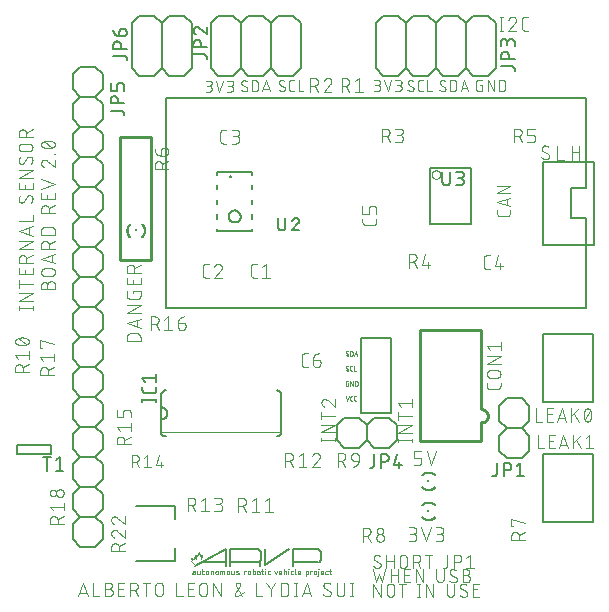
<source format=gbr>
G04 EAGLE Gerber RS-274X export*
G75*
%MOMM*%
%FSLAX34Y34*%
%LPD*%
%INSilkscreen Top*%
%IPPOS*%
%AMOC8*
5,1,8,0,0,1.08239X$1,22.5*%
G01*
%ADD10C,0.076200*%
%ADD11C,0.101600*%
%ADD12C,0.254000*%
%ADD13C,0.127000*%
%ADD14C,0.025400*%
%ADD15C,0.152400*%
%ADD16C,0.203200*%
%ADD17C,0.010159*%
%ADD18R,0.200000X0.200000*%
%ADD19R,0.250000X0.150000*%
%ADD20R,0.150000X0.250000*%
%ADD21C,0.050800*%


D10*
X995102Y971804D02*
X997712Y971804D01*
X997813Y971806D01*
X997914Y971812D01*
X998015Y971822D01*
X998115Y971835D01*
X998215Y971853D01*
X998314Y971874D01*
X998412Y971900D01*
X998509Y971929D01*
X998605Y971961D01*
X998699Y971998D01*
X998792Y972038D01*
X998884Y972082D01*
X998973Y972129D01*
X999061Y972180D01*
X999147Y972234D01*
X999230Y972291D01*
X999312Y972351D01*
X999390Y972415D01*
X999467Y972481D01*
X999540Y972551D01*
X999611Y972623D01*
X999679Y972698D01*
X999744Y972776D01*
X999806Y972856D01*
X999865Y972938D01*
X999921Y973023D01*
X999973Y973110D01*
X1000022Y973198D01*
X1000068Y973289D01*
X1000109Y973381D01*
X1000148Y973475D01*
X1000182Y973570D01*
X1000213Y973666D01*
X1000240Y973764D01*
X1000264Y973862D01*
X1000283Y973962D01*
X1000299Y974062D01*
X1000311Y974162D01*
X1000319Y974263D01*
X1000323Y974364D01*
X1000323Y974466D01*
X1000319Y974567D01*
X1000311Y974668D01*
X1000299Y974768D01*
X1000283Y974868D01*
X1000264Y974968D01*
X1000240Y975066D01*
X1000213Y975164D01*
X1000182Y975260D01*
X1000148Y975355D01*
X1000109Y975449D01*
X1000068Y975541D01*
X1000022Y975632D01*
X999973Y975721D01*
X999921Y975807D01*
X999865Y975892D01*
X999806Y975974D01*
X999744Y976054D01*
X999679Y976132D01*
X999611Y976207D01*
X999540Y976279D01*
X999467Y976349D01*
X999390Y976415D01*
X999312Y976479D01*
X999230Y976539D01*
X999147Y976596D01*
X999061Y976650D01*
X998973Y976701D01*
X998884Y976748D01*
X998792Y976792D01*
X998699Y976832D01*
X998605Y976869D01*
X998509Y976901D01*
X998412Y976930D01*
X998314Y976956D01*
X998215Y976977D01*
X998115Y976995D01*
X998015Y977008D01*
X997914Y977018D01*
X997813Y977024D01*
X997712Y977026D01*
X998234Y981202D02*
X995102Y981202D01*
X998234Y981202D02*
X998324Y981200D01*
X998413Y981194D01*
X998503Y981185D01*
X998592Y981171D01*
X998680Y981154D01*
X998767Y981133D01*
X998854Y981108D01*
X998939Y981079D01*
X999023Y981047D01*
X999105Y981012D01*
X999186Y980972D01*
X999265Y980930D01*
X999342Y980884D01*
X999417Y980834D01*
X999490Y980782D01*
X999561Y980726D01*
X999629Y980668D01*
X999694Y980606D01*
X999757Y980542D01*
X999817Y980475D01*
X999874Y980406D01*
X999928Y980334D01*
X999979Y980260D01*
X1000027Y980184D01*
X1000071Y980106D01*
X1000112Y980026D01*
X1000150Y979944D01*
X1000184Y979861D01*
X1000214Y979776D01*
X1000241Y979690D01*
X1000264Y979604D01*
X1000283Y979516D01*
X1000298Y979427D01*
X1000310Y979338D01*
X1000318Y979249D01*
X1000322Y979159D01*
X1000322Y979069D01*
X1000318Y978979D01*
X1000310Y978890D01*
X1000298Y978801D01*
X1000283Y978712D01*
X1000264Y978624D01*
X1000241Y978538D01*
X1000214Y978452D01*
X1000184Y978367D01*
X1000150Y978284D01*
X1000112Y978202D01*
X1000071Y978122D01*
X1000027Y978044D01*
X999979Y977968D01*
X999928Y977894D01*
X999874Y977822D01*
X999817Y977753D01*
X999757Y977686D01*
X999694Y977622D01*
X999629Y977560D01*
X999561Y977502D01*
X999490Y977446D01*
X999417Y977394D01*
X999342Y977344D01*
X999265Y977298D01*
X999186Y977256D01*
X999105Y977216D01*
X999023Y977181D01*
X998939Y977149D01*
X998854Y977120D01*
X998767Y977095D01*
X998680Y977074D01*
X998592Y977057D01*
X998503Y977043D01*
X998413Y977034D01*
X998324Y977028D01*
X998234Y977026D01*
X998234Y977025D02*
X996146Y977025D01*
X1003723Y981202D02*
X1006856Y971804D01*
X1009989Y981202D01*
X1013389Y971804D02*
X1016000Y971804D01*
X1016101Y971806D01*
X1016202Y971812D01*
X1016303Y971822D01*
X1016403Y971835D01*
X1016503Y971853D01*
X1016602Y971874D01*
X1016700Y971900D01*
X1016797Y971929D01*
X1016893Y971961D01*
X1016987Y971998D01*
X1017080Y972038D01*
X1017172Y972082D01*
X1017261Y972129D01*
X1017349Y972180D01*
X1017435Y972234D01*
X1017518Y972291D01*
X1017600Y972351D01*
X1017678Y972415D01*
X1017755Y972481D01*
X1017828Y972551D01*
X1017899Y972623D01*
X1017967Y972698D01*
X1018032Y972776D01*
X1018094Y972856D01*
X1018153Y972938D01*
X1018209Y973023D01*
X1018261Y973110D01*
X1018310Y973198D01*
X1018356Y973289D01*
X1018397Y973381D01*
X1018436Y973475D01*
X1018470Y973570D01*
X1018501Y973666D01*
X1018528Y973764D01*
X1018552Y973862D01*
X1018571Y973962D01*
X1018587Y974062D01*
X1018599Y974162D01*
X1018607Y974263D01*
X1018611Y974364D01*
X1018611Y974466D01*
X1018607Y974567D01*
X1018599Y974668D01*
X1018587Y974768D01*
X1018571Y974868D01*
X1018552Y974968D01*
X1018528Y975066D01*
X1018501Y975164D01*
X1018470Y975260D01*
X1018436Y975355D01*
X1018397Y975449D01*
X1018356Y975541D01*
X1018310Y975632D01*
X1018261Y975721D01*
X1018209Y975807D01*
X1018153Y975892D01*
X1018094Y975974D01*
X1018032Y976054D01*
X1017967Y976132D01*
X1017899Y976207D01*
X1017828Y976279D01*
X1017755Y976349D01*
X1017678Y976415D01*
X1017600Y976479D01*
X1017518Y976539D01*
X1017435Y976596D01*
X1017349Y976650D01*
X1017261Y976701D01*
X1017172Y976748D01*
X1017080Y976792D01*
X1016987Y976832D01*
X1016893Y976869D01*
X1016797Y976901D01*
X1016700Y976930D01*
X1016602Y976956D01*
X1016503Y976977D01*
X1016403Y976995D01*
X1016303Y977008D01*
X1016202Y977018D01*
X1016101Y977024D01*
X1016000Y977026D01*
X1016522Y981202D02*
X1013389Y981202D01*
X1016522Y981202D02*
X1016612Y981200D01*
X1016701Y981194D01*
X1016791Y981185D01*
X1016880Y981171D01*
X1016968Y981154D01*
X1017055Y981133D01*
X1017142Y981108D01*
X1017227Y981079D01*
X1017311Y981047D01*
X1017393Y981012D01*
X1017474Y980972D01*
X1017553Y980930D01*
X1017630Y980884D01*
X1017705Y980834D01*
X1017778Y980782D01*
X1017849Y980726D01*
X1017917Y980668D01*
X1017982Y980606D01*
X1018045Y980542D01*
X1018105Y980475D01*
X1018162Y980406D01*
X1018216Y980334D01*
X1018267Y980260D01*
X1018315Y980184D01*
X1018359Y980106D01*
X1018400Y980026D01*
X1018438Y979944D01*
X1018472Y979861D01*
X1018502Y979776D01*
X1018529Y979690D01*
X1018552Y979604D01*
X1018571Y979516D01*
X1018586Y979427D01*
X1018598Y979338D01*
X1018606Y979249D01*
X1018610Y979159D01*
X1018610Y979069D01*
X1018606Y978979D01*
X1018598Y978890D01*
X1018586Y978801D01*
X1018571Y978712D01*
X1018552Y978624D01*
X1018529Y978538D01*
X1018502Y978452D01*
X1018472Y978367D01*
X1018438Y978284D01*
X1018400Y978202D01*
X1018359Y978122D01*
X1018315Y978044D01*
X1018267Y977968D01*
X1018216Y977894D01*
X1018162Y977822D01*
X1018105Y977753D01*
X1018045Y977686D01*
X1017982Y977622D01*
X1017917Y977560D01*
X1017849Y977502D01*
X1017778Y977446D01*
X1017705Y977394D01*
X1017630Y977344D01*
X1017553Y977298D01*
X1017474Y977256D01*
X1017393Y977216D01*
X1017311Y977181D01*
X1017227Y977149D01*
X1017142Y977120D01*
X1017055Y977095D01*
X1016968Y977074D01*
X1016880Y977057D01*
X1016791Y977043D01*
X1016701Y977034D01*
X1016612Y977028D01*
X1016522Y977026D01*
X1016522Y977025D02*
X1014434Y977025D01*
X1026688Y971804D02*
X1026777Y971806D01*
X1026865Y971812D01*
X1026953Y971821D01*
X1027041Y971834D01*
X1027128Y971851D01*
X1027214Y971871D01*
X1027299Y971896D01*
X1027384Y971923D01*
X1027467Y971955D01*
X1027548Y971989D01*
X1027628Y972028D01*
X1027706Y972069D01*
X1027783Y972114D01*
X1027857Y972162D01*
X1027930Y972213D01*
X1028000Y972267D01*
X1028067Y972325D01*
X1028133Y972385D01*
X1028195Y972447D01*
X1028255Y972513D01*
X1028313Y972580D01*
X1028367Y972650D01*
X1028418Y972723D01*
X1028466Y972797D01*
X1028511Y972874D01*
X1028552Y972952D01*
X1028591Y973032D01*
X1028625Y973113D01*
X1028657Y973196D01*
X1028684Y973281D01*
X1028709Y973366D01*
X1028729Y973452D01*
X1028746Y973539D01*
X1028759Y973627D01*
X1028768Y973715D01*
X1028774Y973803D01*
X1028776Y973892D01*
X1026688Y971804D02*
X1026559Y971806D01*
X1026430Y971812D01*
X1026301Y971821D01*
X1026173Y971834D01*
X1026045Y971851D01*
X1025918Y971872D01*
X1025791Y971896D01*
X1025665Y971924D01*
X1025540Y971956D01*
X1025416Y971991D01*
X1025293Y972030D01*
X1025171Y972073D01*
X1025051Y972119D01*
X1024932Y972169D01*
X1024814Y972222D01*
X1024698Y972278D01*
X1024584Y972338D01*
X1024471Y972401D01*
X1024361Y972468D01*
X1024252Y972537D01*
X1024146Y972610D01*
X1024041Y972686D01*
X1023939Y972765D01*
X1023840Y972847D01*
X1023742Y972931D01*
X1023647Y973019D01*
X1023555Y973109D01*
X1023816Y979114D02*
X1023818Y979203D01*
X1023824Y979291D01*
X1023833Y979379D01*
X1023846Y979467D01*
X1023863Y979554D01*
X1023883Y979640D01*
X1023908Y979725D01*
X1023935Y979810D01*
X1023967Y979893D01*
X1024001Y979974D01*
X1024040Y980054D01*
X1024081Y980132D01*
X1024126Y980209D01*
X1024174Y980283D01*
X1024225Y980356D01*
X1024279Y980426D01*
X1024337Y980493D01*
X1024397Y980559D01*
X1024459Y980621D01*
X1024525Y980681D01*
X1024592Y980739D01*
X1024662Y980793D01*
X1024735Y980844D01*
X1024809Y980892D01*
X1024886Y980937D01*
X1024964Y980978D01*
X1025044Y981017D01*
X1025125Y981051D01*
X1025208Y981083D01*
X1025293Y981110D01*
X1025378Y981135D01*
X1025464Y981155D01*
X1025551Y981172D01*
X1025639Y981185D01*
X1025727Y981194D01*
X1025815Y981200D01*
X1025904Y981202D01*
X1026024Y981200D01*
X1026144Y981195D01*
X1026264Y981185D01*
X1026383Y981173D01*
X1026502Y981156D01*
X1026620Y981136D01*
X1026738Y981112D01*
X1026854Y981085D01*
X1026970Y981054D01*
X1027085Y981020D01*
X1027199Y980982D01*
X1027312Y980940D01*
X1027423Y980895D01*
X1027533Y980847D01*
X1027641Y980796D01*
X1027748Y980741D01*
X1027853Y980683D01*
X1027956Y980621D01*
X1028057Y980557D01*
X1028157Y980489D01*
X1028254Y980419D01*
X1024860Y977287D02*
X1024782Y977335D01*
X1024706Y977387D01*
X1024633Y977441D01*
X1024562Y977499D01*
X1024493Y977560D01*
X1024427Y977624D01*
X1024364Y977691D01*
X1024304Y977760D01*
X1024247Y977832D01*
X1024193Y977906D01*
X1024143Y977983D01*
X1024095Y978062D01*
X1024052Y978142D01*
X1024011Y978225D01*
X1023975Y978309D01*
X1023942Y978394D01*
X1023913Y978481D01*
X1023887Y978570D01*
X1023865Y978659D01*
X1023848Y978749D01*
X1023834Y978839D01*
X1023824Y978931D01*
X1023818Y979022D01*
X1023816Y979114D01*
X1027732Y975719D02*
X1027810Y975671D01*
X1027886Y975619D01*
X1027959Y975565D01*
X1028030Y975507D01*
X1028099Y975446D01*
X1028165Y975382D01*
X1028228Y975315D01*
X1028288Y975246D01*
X1028345Y975174D01*
X1028399Y975100D01*
X1028449Y975023D01*
X1028497Y974944D01*
X1028540Y974864D01*
X1028581Y974781D01*
X1028617Y974697D01*
X1028650Y974612D01*
X1028679Y974525D01*
X1028705Y974436D01*
X1028727Y974347D01*
X1028744Y974257D01*
X1028758Y974167D01*
X1028768Y974075D01*
X1028774Y973984D01*
X1028776Y973892D01*
X1027732Y975720D02*
X1024860Y977286D01*
X1034457Y971804D02*
X1036545Y971804D01*
X1034457Y971804D02*
X1034368Y971806D01*
X1034280Y971812D01*
X1034192Y971821D01*
X1034104Y971834D01*
X1034017Y971851D01*
X1033931Y971871D01*
X1033846Y971896D01*
X1033761Y971923D01*
X1033678Y971955D01*
X1033597Y971989D01*
X1033517Y972028D01*
X1033439Y972069D01*
X1033362Y972114D01*
X1033288Y972162D01*
X1033215Y972213D01*
X1033145Y972267D01*
X1033078Y972325D01*
X1033012Y972385D01*
X1032950Y972447D01*
X1032890Y972513D01*
X1032832Y972580D01*
X1032778Y972650D01*
X1032727Y972723D01*
X1032679Y972797D01*
X1032634Y972874D01*
X1032593Y972952D01*
X1032554Y973032D01*
X1032520Y973113D01*
X1032488Y973196D01*
X1032461Y973281D01*
X1032436Y973366D01*
X1032416Y973452D01*
X1032399Y973539D01*
X1032386Y973627D01*
X1032377Y973715D01*
X1032371Y973803D01*
X1032369Y973892D01*
X1032368Y973892D02*
X1032368Y979114D01*
X1032369Y979114D02*
X1032371Y979205D01*
X1032377Y979296D01*
X1032387Y979387D01*
X1032401Y979477D01*
X1032418Y979566D01*
X1032440Y979654D01*
X1032466Y979742D01*
X1032495Y979828D01*
X1032528Y979913D01*
X1032565Y979996D01*
X1032605Y980078D01*
X1032649Y980158D01*
X1032696Y980236D01*
X1032747Y980312D01*
X1032800Y980385D01*
X1032857Y980456D01*
X1032918Y980525D01*
X1032981Y980590D01*
X1033046Y980653D01*
X1033115Y980713D01*
X1033186Y980771D01*
X1033259Y980824D01*
X1033335Y980875D01*
X1033413Y980922D01*
X1033493Y980966D01*
X1033575Y981006D01*
X1033658Y981043D01*
X1033743Y981076D01*
X1033829Y981105D01*
X1033917Y981131D01*
X1034005Y981153D01*
X1034094Y981170D01*
X1034184Y981184D01*
X1034275Y981194D01*
X1034366Y981200D01*
X1034457Y981202D01*
X1036545Y981202D01*
X1040336Y981202D02*
X1040336Y971804D01*
X1044513Y971804D01*
X1053701Y971804D02*
X1053790Y971806D01*
X1053878Y971812D01*
X1053966Y971821D01*
X1054054Y971834D01*
X1054141Y971851D01*
X1054227Y971871D01*
X1054312Y971896D01*
X1054397Y971923D01*
X1054480Y971955D01*
X1054561Y971989D01*
X1054641Y972028D01*
X1054719Y972069D01*
X1054796Y972114D01*
X1054870Y972162D01*
X1054943Y972213D01*
X1055013Y972267D01*
X1055080Y972325D01*
X1055146Y972385D01*
X1055208Y972447D01*
X1055268Y972513D01*
X1055326Y972580D01*
X1055380Y972650D01*
X1055431Y972723D01*
X1055479Y972797D01*
X1055524Y972874D01*
X1055565Y972952D01*
X1055604Y973032D01*
X1055638Y973113D01*
X1055670Y973196D01*
X1055697Y973281D01*
X1055722Y973366D01*
X1055742Y973452D01*
X1055759Y973539D01*
X1055772Y973627D01*
X1055781Y973715D01*
X1055787Y973803D01*
X1055789Y973892D01*
X1053701Y971804D02*
X1053572Y971806D01*
X1053443Y971812D01*
X1053314Y971821D01*
X1053186Y971834D01*
X1053058Y971851D01*
X1052931Y971872D01*
X1052804Y971896D01*
X1052678Y971924D01*
X1052553Y971956D01*
X1052429Y971991D01*
X1052306Y972030D01*
X1052184Y972073D01*
X1052064Y972119D01*
X1051945Y972169D01*
X1051827Y972222D01*
X1051711Y972278D01*
X1051597Y972338D01*
X1051484Y972401D01*
X1051374Y972468D01*
X1051265Y972537D01*
X1051159Y972610D01*
X1051054Y972686D01*
X1050952Y972765D01*
X1050853Y972847D01*
X1050755Y972931D01*
X1050660Y973019D01*
X1050568Y973109D01*
X1050830Y979114D02*
X1050832Y979203D01*
X1050838Y979291D01*
X1050847Y979379D01*
X1050860Y979467D01*
X1050877Y979554D01*
X1050897Y979640D01*
X1050922Y979725D01*
X1050949Y979810D01*
X1050981Y979893D01*
X1051015Y979974D01*
X1051054Y980054D01*
X1051095Y980132D01*
X1051140Y980209D01*
X1051188Y980283D01*
X1051239Y980356D01*
X1051293Y980426D01*
X1051351Y980493D01*
X1051411Y980559D01*
X1051473Y980621D01*
X1051539Y980681D01*
X1051606Y980739D01*
X1051676Y980793D01*
X1051749Y980844D01*
X1051823Y980892D01*
X1051900Y980937D01*
X1051978Y980978D01*
X1052058Y981017D01*
X1052139Y981051D01*
X1052222Y981083D01*
X1052307Y981110D01*
X1052392Y981135D01*
X1052478Y981155D01*
X1052565Y981172D01*
X1052653Y981185D01*
X1052741Y981194D01*
X1052829Y981200D01*
X1052918Y981202D01*
X1052917Y981202D02*
X1053037Y981200D01*
X1053157Y981195D01*
X1053277Y981185D01*
X1053396Y981173D01*
X1053515Y981156D01*
X1053633Y981136D01*
X1053751Y981112D01*
X1053867Y981085D01*
X1053983Y981054D01*
X1054098Y981020D01*
X1054212Y980982D01*
X1054325Y980940D01*
X1054436Y980895D01*
X1054546Y980847D01*
X1054654Y980796D01*
X1054761Y980741D01*
X1054866Y980683D01*
X1054969Y980621D01*
X1055070Y980557D01*
X1055170Y980489D01*
X1055267Y980419D01*
X1051873Y977287D02*
X1051795Y977335D01*
X1051719Y977387D01*
X1051646Y977441D01*
X1051575Y977499D01*
X1051506Y977560D01*
X1051440Y977624D01*
X1051377Y977691D01*
X1051317Y977760D01*
X1051260Y977832D01*
X1051206Y977906D01*
X1051156Y977983D01*
X1051108Y978062D01*
X1051065Y978142D01*
X1051024Y978225D01*
X1050988Y978309D01*
X1050955Y978394D01*
X1050926Y978481D01*
X1050900Y978570D01*
X1050878Y978659D01*
X1050861Y978749D01*
X1050847Y978839D01*
X1050837Y978931D01*
X1050831Y979022D01*
X1050829Y979114D01*
X1054745Y975719D02*
X1054823Y975671D01*
X1054899Y975619D01*
X1054972Y975565D01*
X1055043Y975507D01*
X1055112Y975446D01*
X1055178Y975382D01*
X1055241Y975315D01*
X1055301Y975246D01*
X1055358Y975174D01*
X1055412Y975100D01*
X1055462Y975023D01*
X1055510Y974944D01*
X1055553Y974864D01*
X1055594Y974781D01*
X1055630Y974697D01*
X1055663Y974612D01*
X1055692Y974525D01*
X1055718Y974436D01*
X1055740Y974347D01*
X1055757Y974257D01*
X1055771Y974167D01*
X1055781Y974075D01*
X1055787Y973984D01*
X1055789Y973892D01*
X1054745Y975720D02*
X1051873Y977286D01*
X1059712Y981202D02*
X1059712Y971804D01*
X1059712Y981202D02*
X1062323Y981202D01*
X1062423Y981200D01*
X1062523Y981194D01*
X1062622Y981185D01*
X1062722Y981171D01*
X1062820Y981154D01*
X1062918Y981133D01*
X1063015Y981109D01*
X1063111Y981080D01*
X1063206Y981048D01*
X1063299Y981013D01*
X1063391Y980974D01*
X1063482Y980931D01*
X1063570Y980885D01*
X1063657Y980835D01*
X1063742Y980783D01*
X1063825Y980727D01*
X1063906Y980668D01*
X1063984Y980605D01*
X1064060Y980540D01*
X1064134Y980472D01*
X1064204Y980402D01*
X1064272Y980328D01*
X1064337Y980252D01*
X1064400Y980174D01*
X1064459Y980093D01*
X1064515Y980010D01*
X1064567Y979925D01*
X1064617Y979838D01*
X1064663Y979750D01*
X1064706Y979659D01*
X1064745Y979567D01*
X1064780Y979474D01*
X1064812Y979379D01*
X1064841Y979283D01*
X1064865Y979186D01*
X1064886Y979088D01*
X1064903Y978990D01*
X1064917Y978890D01*
X1064926Y978791D01*
X1064932Y978691D01*
X1064934Y978591D01*
X1064933Y978591D02*
X1064933Y974415D01*
X1064934Y974415D02*
X1064932Y974315D01*
X1064926Y974215D01*
X1064917Y974116D01*
X1064903Y974016D01*
X1064886Y973918D01*
X1064865Y973820D01*
X1064841Y973723D01*
X1064812Y973627D01*
X1064780Y973532D01*
X1064745Y973439D01*
X1064706Y973347D01*
X1064663Y973256D01*
X1064617Y973168D01*
X1064567Y973081D01*
X1064515Y972996D01*
X1064459Y972913D01*
X1064400Y972832D01*
X1064337Y972754D01*
X1064272Y972678D01*
X1064204Y972604D01*
X1064134Y972534D01*
X1064060Y972466D01*
X1063984Y972401D01*
X1063906Y972338D01*
X1063825Y972279D01*
X1063742Y972223D01*
X1063657Y972171D01*
X1063570Y972121D01*
X1063482Y972075D01*
X1063391Y972032D01*
X1063299Y971993D01*
X1063206Y971958D01*
X1063111Y971926D01*
X1063015Y971897D01*
X1062918Y971873D01*
X1062820Y971852D01*
X1062722Y971835D01*
X1062622Y971821D01*
X1062523Y971812D01*
X1062423Y971806D01*
X1062323Y971804D01*
X1059712Y971804D01*
X1068639Y971804D02*
X1071771Y981202D01*
X1074904Y971804D01*
X1074121Y974154D02*
X1069422Y974154D01*
X1085269Y977025D02*
X1086835Y977025D01*
X1086835Y971804D01*
X1083702Y971804D01*
X1083613Y971806D01*
X1083525Y971812D01*
X1083437Y971821D01*
X1083349Y971834D01*
X1083262Y971851D01*
X1083176Y971871D01*
X1083091Y971896D01*
X1083006Y971923D01*
X1082923Y971955D01*
X1082842Y971989D01*
X1082762Y972028D01*
X1082684Y972069D01*
X1082607Y972114D01*
X1082533Y972162D01*
X1082460Y972213D01*
X1082390Y972267D01*
X1082323Y972325D01*
X1082257Y972385D01*
X1082195Y972447D01*
X1082135Y972513D01*
X1082077Y972580D01*
X1082023Y972650D01*
X1081972Y972723D01*
X1081924Y972797D01*
X1081879Y972874D01*
X1081838Y972952D01*
X1081799Y973032D01*
X1081765Y973113D01*
X1081733Y973196D01*
X1081706Y973281D01*
X1081681Y973366D01*
X1081661Y973452D01*
X1081644Y973539D01*
X1081631Y973627D01*
X1081622Y973715D01*
X1081616Y973803D01*
X1081614Y973892D01*
X1081614Y979114D01*
X1081616Y979205D01*
X1081622Y979296D01*
X1081632Y979387D01*
X1081646Y979477D01*
X1081663Y979566D01*
X1081685Y979654D01*
X1081711Y979742D01*
X1081740Y979828D01*
X1081773Y979913D01*
X1081810Y979996D01*
X1081850Y980078D01*
X1081894Y980158D01*
X1081941Y980236D01*
X1081992Y980312D01*
X1082045Y980385D01*
X1082102Y980456D01*
X1082163Y980525D01*
X1082226Y980590D01*
X1082291Y980653D01*
X1082360Y980713D01*
X1082431Y980771D01*
X1082504Y980824D01*
X1082580Y980875D01*
X1082658Y980922D01*
X1082738Y980966D01*
X1082820Y981006D01*
X1082903Y981043D01*
X1082988Y981076D01*
X1083074Y981105D01*
X1083162Y981131D01*
X1083250Y981153D01*
X1083339Y981170D01*
X1083429Y981184D01*
X1083520Y981194D01*
X1083611Y981200D01*
X1083702Y981202D01*
X1086835Y981202D01*
X1091367Y981202D02*
X1091367Y971804D01*
X1096589Y971804D02*
X1091367Y981202D01*
X1096589Y981202D02*
X1096589Y971804D01*
X1101121Y971804D02*
X1101121Y981202D01*
X1103732Y981202D01*
X1103832Y981200D01*
X1103932Y981194D01*
X1104031Y981185D01*
X1104131Y981171D01*
X1104229Y981154D01*
X1104327Y981133D01*
X1104424Y981109D01*
X1104520Y981080D01*
X1104615Y981048D01*
X1104708Y981013D01*
X1104800Y980974D01*
X1104891Y980931D01*
X1104979Y980885D01*
X1105066Y980835D01*
X1105151Y980783D01*
X1105234Y980727D01*
X1105315Y980668D01*
X1105393Y980605D01*
X1105469Y980540D01*
X1105543Y980472D01*
X1105613Y980402D01*
X1105681Y980328D01*
X1105746Y980252D01*
X1105809Y980174D01*
X1105868Y980093D01*
X1105924Y980010D01*
X1105976Y979925D01*
X1106026Y979838D01*
X1106072Y979750D01*
X1106115Y979659D01*
X1106154Y979567D01*
X1106189Y979474D01*
X1106221Y979379D01*
X1106250Y979283D01*
X1106274Y979186D01*
X1106295Y979088D01*
X1106312Y978990D01*
X1106326Y978890D01*
X1106335Y978791D01*
X1106341Y978691D01*
X1106343Y978591D01*
X1106342Y978591D02*
X1106342Y974415D01*
X1106343Y974415D02*
X1106341Y974315D01*
X1106335Y974215D01*
X1106326Y974116D01*
X1106312Y974016D01*
X1106295Y973918D01*
X1106274Y973820D01*
X1106250Y973723D01*
X1106221Y973627D01*
X1106189Y973532D01*
X1106154Y973439D01*
X1106115Y973347D01*
X1106072Y973256D01*
X1106026Y973168D01*
X1105976Y973081D01*
X1105924Y972996D01*
X1105868Y972913D01*
X1105809Y972832D01*
X1105746Y972754D01*
X1105681Y972678D01*
X1105613Y972604D01*
X1105543Y972534D01*
X1105469Y972466D01*
X1105393Y972401D01*
X1105315Y972338D01*
X1105234Y972279D01*
X1105151Y972223D01*
X1105066Y972171D01*
X1104979Y972121D01*
X1104891Y972075D01*
X1104800Y972032D01*
X1104708Y971993D01*
X1104615Y971958D01*
X1104520Y971926D01*
X1104424Y971897D01*
X1104327Y971873D01*
X1104229Y971852D01*
X1104131Y971835D01*
X1104031Y971821D01*
X1103932Y971812D01*
X1103832Y971806D01*
X1103732Y971804D01*
X1101121Y971804D01*
D11*
X1103132Y1023049D02*
X1103132Y1034733D01*
X1101833Y1023049D02*
X1104430Y1023049D01*
X1104430Y1034733D02*
X1101833Y1034733D01*
X1112600Y1034733D02*
X1112707Y1034731D01*
X1112813Y1034725D01*
X1112919Y1034715D01*
X1113025Y1034702D01*
X1113131Y1034684D01*
X1113235Y1034663D01*
X1113339Y1034638D01*
X1113442Y1034609D01*
X1113543Y1034577D01*
X1113643Y1034540D01*
X1113742Y1034500D01*
X1113840Y1034457D01*
X1113936Y1034410D01*
X1114030Y1034359D01*
X1114122Y1034305D01*
X1114212Y1034248D01*
X1114300Y1034188D01*
X1114385Y1034124D01*
X1114468Y1034057D01*
X1114549Y1033987D01*
X1114627Y1033915D01*
X1114703Y1033839D01*
X1114775Y1033761D01*
X1114845Y1033680D01*
X1114912Y1033597D01*
X1114976Y1033512D01*
X1115036Y1033424D01*
X1115093Y1033334D01*
X1115147Y1033242D01*
X1115198Y1033148D01*
X1115245Y1033052D01*
X1115288Y1032954D01*
X1115328Y1032855D01*
X1115365Y1032755D01*
X1115397Y1032654D01*
X1115426Y1032551D01*
X1115451Y1032447D01*
X1115472Y1032343D01*
X1115490Y1032237D01*
X1115503Y1032131D01*
X1115513Y1032025D01*
X1115519Y1031919D01*
X1115521Y1031812D01*
X1112600Y1034733D02*
X1112479Y1034731D01*
X1112358Y1034725D01*
X1112238Y1034715D01*
X1112117Y1034702D01*
X1111998Y1034684D01*
X1111878Y1034663D01*
X1111760Y1034638D01*
X1111643Y1034609D01*
X1111526Y1034576D01*
X1111411Y1034540D01*
X1111297Y1034499D01*
X1111184Y1034456D01*
X1111072Y1034408D01*
X1110963Y1034357D01*
X1110855Y1034302D01*
X1110748Y1034244D01*
X1110644Y1034183D01*
X1110542Y1034118D01*
X1110442Y1034050D01*
X1110344Y1033979D01*
X1110248Y1033905D01*
X1110155Y1033828D01*
X1110065Y1033747D01*
X1109977Y1033664D01*
X1109892Y1033578D01*
X1109809Y1033489D01*
X1109730Y1033398D01*
X1109653Y1033304D01*
X1109580Y1033208D01*
X1109510Y1033110D01*
X1109443Y1033009D01*
X1109379Y1032906D01*
X1109319Y1032801D01*
X1109262Y1032694D01*
X1109208Y1032586D01*
X1109158Y1032476D01*
X1109112Y1032364D01*
X1109069Y1032251D01*
X1109030Y1032136D01*
X1114548Y1029540D02*
X1114627Y1029617D01*
X1114703Y1029698D01*
X1114776Y1029781D01*
X1114846Y1029866D01*
X1114913Y1029954D01*
X1114977Y1030044D01*
X1115037Y1030136D01*
X1115094Y1030231D01*
X1115148Y1030327D01*
X1115199Y1030425D01*
X1115246Y1030525D01*
X1115290Y1030627D01*
X1115330Y1030730D01*
X1115366Y1030834D01*
X1115398Y1030940D01*
X1115427Y1031046D01*
X1115452Y1031154D01*
X1115474Y1031262D01*
X1115491Y1031372D01*
X1115505Y1031481D01*
X1115514Y1031591D01*
X1115520Y1031702D01*
X1115522Y1031812D01*
X1114547Y1029540D02*
X1109030Y1023049D01*
X1115521Y1023049D01*
X1123023Y1023049D02*
X1125620Y1023049D01*
X1123023Y1023049D02*
X1122924Y1023051D01*
X1122824Y1023057D01*
X1122725Y1023066D01*
X1122627Y1023079D01*
X1122529Y1023096D01*
X1122431Y1023117D01*
X1122335Y1023142D01*
X1122240Y1023170D01*
X1122146Y1023202D01*
X1122053Y1023237D01*
X1121961Y1023276D01*
X1121871Y1023319D01*
X1121783Y1023364D01*
X1121696Y1023414D01*
X1121612Y1023466D01*
X1121529Y1023522D01*
X1121449Y1023580D01*
X1121371Y1023642D01*
X1121296Y1023707D01*
X1121223Y1023775D01*
X1121153Y1023845D01*
X1121085Y1023918D01*
X1121020Y1023993D01*
X1120958Y1024071D01*
X1120900Y1024151D01*
X1120844Y1024234D01*
X1120792Y1024318D01*
X1120742Y1024405D01*
X1120697Y1024493D01*
X1120654Y1024583D01*
X1120615Y1024675D01*
X1120580Y1024768D01*
X1120548Y1024862D01*
X1120520Y1024957D01*
X1120495Y1025053D01*
X1120474Y1025151D01*
X1120457Y1025249D01*
X1120444Y1025347D01*
X1120435Y1025446D01*
X1120429Y1025546D01*
X1120427Y1025645D01*
X1120427Y1032136D01*
X1120429Y1032235D01*
X1120435Y1032335D01*
X1120444Y1032434D01*
X1120457Y1032532D01*
X1120474Y1032630D01*
X1120495Y1032728D01*
X1120520Y1032824D01*
X1120548Y1032919D01*
X1120580Y1033013D01*
X1120615Y1033106D01*
X1120654Y1033198D01*
X1120697Y1033288D01*
X1120742Y1033376D01*
X1120792Y1033463D01*
X1120844Y1033547D01*
X1120900Y1033630D01*
X1120958Y1033710D01*
X1121020Y1033788D01*
X1121085Y1033863D01*
X1121153Y1033936D01*
X1121223Y1034006D01*
X1121296Y1034074D01*
X1121371Y1034139D01*
X1121449Y1034201D01*
X1121529Y1034259D01*
X1121612Y1034315D01*
X1121696Y1034367D01*
X1121783Y1034417D01*
X1121871Y1034462D01*
X1121961Y1034505D01*
X1122053Y1034544D01*
X1122145Y1034579D01*
X1122240Y1034611D01*
X1122335Y1034639D01*
X1122431Y1034664D01*
X1122529Y1034685D01*
X1122627Y1034702D01*
X1122725Y1034715D01*
X1122824Y1034724D01*
X1122924Y1034730D01*
X1123023Y1034732D01*
X1123023Y1034733D02*
X1125620Y1034733D01*
D10*
X855218Y971296D02*
X852608Y971296D01*
X855218Y971296D02*
X855319Y971298D01*
X855420Y971304D01*
X855521Y971314D01*
X855621Y971327D01*
X855721Y971345D01*
X855820Y971366D01*
X855918Y971392D01*
X856015Y971421D01*
X856111Y971453D01*
X856205Y971490D01*
X856298Y971530D01*
X856390Y971574D01*
X856479Y971621D01*
X856567Y971672D01*
X856653Y971726D01*
X856736Y971783D01*
X856818Y971843D01*
X856896Y971907D01*
X856973Y971973D01*
X857046Y972043D01*
X857117Y972115D01*
X857185Y972190D01*
X857250Y972268D01*
X857312Y972348D01*
X857371Y972430D01*
X857427Y972515D01*
X857479Y972602D01*
X857528Y972690D01*
X857574Y972781D01*
X857615Y972873D01*
X857654Y972967D01*
X857688Y973062D01*
X857719Y973158D01*
X857746Y973256D01*
X857770Y973354D01*
X857789Y973454D01*
X857805Y973554D01*
X857817Y973654D01*
X857825Y973755D01*
X857829Y973856D01*
X857829Y973958D01*
X857825Y974059D01*
X857817Y974160D01*
X857805Y974260D01*
X857789Y974360D01*
X857770Y974460D01*
X857746Y974558D01*
X857719Y974656D01*
X857688Y974752D01*
X857654Y974847D01*
X857615Y974941D01*
X857574Y975033D01*
X857528Y975124D01*
X857479Y975213D01*
X857427Y975299D01*
X857371Y975384D01*
X857312Y975466D01*
X857250Y975546D01*
X857185Y975624D01*
X857117Y975699D01*
X857046Y975771D01*
X856973Y975841D01*
X856896Y975907D01*
X856818Y975971D01*
X856736Y976031D01*
X856653Y976088D01*
X856567Y976142D01*
X856479Y976193D01*
X856390Y976240D01*
X856298Y976284D01*
X856205Y976324D01*
X856111Y976361D01*
X856015Y976393D01*
X855918Y976422D01*
X855820Y976448D01*
X855721Y976469D01*
X855621Y976487D01*
X855521Y976500D01*
X855420Y976510D01*
X855319Y976516D01*
X855218Y976518D01*
X855740Y980694D02*
X852608Y980694D01*
X855740Y980694D02*
X855830Y980692D01*
X855919Y980686D01*
X856009Y980677D01*
X856098Y980663D01*
X856186Y980646D01*
X856273Y980625D01*
X856360Y980600D01*
X856445Y980571D01*
X856529Y980539D01*
X856611Y980504D01*
X856692Y980464D01*
X856771Y980422D01*
X856848Y980376D01*
X856923Y980326D01*
X856996Y980274D01*
X857067Y980218D01*
X857135Y980160D01*
X857200Y980098D01*
X857263Y980034D01*
X857323Y979967D01*
X857380Y979898D01*
X857434Y979826D01*
X857485Y979752D01*
X857533Y979676D01*
X857577Y979598D01*
X857618Y979518D01*
X857656Y979436D01*
X857690Y979353D01*
X857720Y979268D01*
X857747Y979182D01*
X857770Y979096D01*
X857789Y979008D01*
X857804Y978919D01*
X857816Y978830D01*
X857824Y978741D01*
X857828Y978651D01*
X857828Y978561D01*
X857824Y978471D01*
X857816Y978382D01*
X857804Y978293D01*
X857789Y978204D01*
X857770Y978116D01*
X857747Y978030D01*
X857720Y977944D01*
X857690Y977859D01*
X857656Y977776D01*
X857618Y977694D01*
X857577Y977614D01*
X857533Y977536D01*
X857485Y977460D01*
X857434Y977386D01*
X857380Y977314D01*
X857323Y977245D01*
X857263Y977178D01*
X857200Y977114D01*
X857135Y977052D01*
X857067Y976994D01*
X856996Y976938D01*
X856923Y976886D01*
X856848Y976836D01*
X856771Y976790D01*
X856692Y976748D01*
X856611Y976708D01*
X856529Y976673D01*
X856445Y976641D01*
X856360Y976612D01*
X856273Y976587D01*
X856186Y976566D01*
X856098Y976549D01*
X856009Y976535D01*
X855919Y976526D01*
X855830Y976520D01*
X855740Y976518D01*
X855740Y976517D02*
X853652Y976517D01*
X861229Y980694D02*
X864362Y971296D01*
X867495Y980694D01*
X870895Y971296D02*
X873506Y971296D01*
X873607Y971298D01*
X873708Y971304D01*
X873809Y971314D01*
X873909Y971327D01*
X874009Y971345D01*
X874108Y971366D01*
X874206Y971392D01*
X874303Y971421D01*
X874399Y971453D01*
X874493Y971490D01*
X874586Y971530D01*
X874678Y971574D01*
X874767Y971621D01*
X874855Y971672D01*
X874941Y971726D01*
X875024Y971783D01*
X875106Y971843D01*
X875184Y971907D01*
X875261Y971973D01*
X875334Y972043D01*
X875405Y972115D01*
X875473Y972190D01*
X875538Y972268D01*
X875600Y972348D01*
X875659Y972430D01*
X875715Y972515D01*
X875767Y972602D01*
X875816Y972690D01*
X875862Y972781D01*
X875903Y972873D01*
X875942Y972967D01*
X875976Y973062D01*
X876007Y973158D01*
X876034Y973256D01*
X876058Y973354D01*
X876077Y973454D01*
X876093Y973554D01*
X876105Y973654D01*
X876113Y973755D01*
X876117Y973856D01*
X876117Y973958D01*
X876113Y974059D01*
X876105Y974160D01*
X876093Y974260D01*
X876077Y974360D01*
X876058Y974460D01*
X876034Y974558D01*
X876007Y974656D01*
X875976Y974752D01*
X875942Y974847D01*
X875903Y974941D01*
X875862Y975033D01*
X875816Y975124D01*
X875767Y975213D01*
X875715Y975299D01*
X875659Y975384D01*
X875600Y975466D01*
X875538Y975546D01*
X875473Y975624D01*
X875405Y975699D01*
X875334Y975771D01*
X875261Y975841D01*
X875184Y975907D01*
X875106Y975971D01*
X875024Y976031D01*
X874941Y976088D01*
X874855Y976142D01*
X874767Y976193D01*
X874678Y976240D01*
X874586Y976284D01*
X874493Y976324D01*
X874399Y976361D01*
X874303Y976393D01*
X874206Y976422D01*
X874108Y976448D01*
X874009Y976469D01*
X873909Y976487D01*
X873809Y976500D01*
X873708Y976510D01*
X873607Y976516D01*
X873506Y976518D01*
X874028Y980694D02*
X870895Y980694D01*
X874028Y980694D02*
X874118Y980692D01*
X874207Y980686D01*
X874297Y980677D01*
X874386Y980663D01*
X874474Y980646D01*
X874561Y980625D01*
X874648Y980600D01*
X874733Y980571D01*
X874817Y980539D01*
X874899Y980504D01*
X874980Y980464D01*
X875059Y980422D01*
X875136Y980376D01*
X875211Y980326D01*
X875284Y980274D01*
X875355Y980218D01*
X875423Y980160D01*
X875488Y980098D01*
X875551Y980034D01*
X875611Y979967D01*
X875668Y979898D01*
X875722Y979826D01*
X875773Y979752D01*
X875821Y979676D01*
X875865Y979598D01*
X875906Y979518D01*
X875944Y979436D01*
X875978Y979353D01*
X876008Y979268D01*
X876035Y979182D01*
X876058Y979096D01*
X876077Y979008D01*
X876092Y978919D01*
X876104Y978830D01*
X876112Y978741D01*
X876116Y978651D01*
X876116Y978561D01*
X876112Y978471D01*
X876104Y978382D01*
X876092Y978293D01*
X876077Y978204D01*
X876058Y978116D01*
X876035Y978030D01*
X876008Y977944D01*
X875978Y977859D01*
X875944Y977776D01*
X875906Y977694D01*
X875865Y977614D01*
X875821Y977536D01*
X875773Y977460D01*
X875722Y977386D01*
X875668Y977314D01*
X875611Y977245D01*
X875551Y977178D01*
X875488Y977114D01*
X875423Y977052D01*
X875355Y976994D01*
X875284Y976938D01*
X875211Y976886D01*
X875136Y976836D01*
X875059Y976790D01*
X874980Y976748D01*
X874899Y976708D01*
X874817Y976673D01*
X874733Y976641D01*
X874648Y976612D01*
X874561Y976587D01*
X874474Y976566D01*
X874386Y976549D01*
X874297Y976535D01*
X874207Y976526D01*
X874118Y976520D01*
X874028Y976518D01*
X874028Y976517D02*
X871940Y976517D01*
X885807Y971550D02*
X885896Y971552D01*
X885984Y971558D01*
X886072Y971567D01*
X886160Y971580D01*
X886247Y971597D01*
X886333Y971617D01*
X886418Y971642D01*
X886503Y971669D01*
X886586Y971701D01*
X886667Y971735D01*
X886747Y971774D01*
X886825Y971815D01*
X886902Y971860D01*
X886976Y971908D01*
X887049Y971959D01*
X887119Y972013D01*
X887186Y972071D01*
X887252Y972131D01*
X887314Y972193D01*
X887374Y972259D01*
X887432Y972326D01*
X887486Y972396D01*
X887537Y972469D01*
X887585Y972543D01*
X887630Y972620D01*
X887671Y972698D01*
X887710Y972778D01*
X887744Y972859D01*
X887776Y972942D01*
X887803Y973027D01*
X887828Y973112D01*
X887848Y973198D01*
X887865Y973285D01*
X887878Y973373D01*
X887887Y973461D01*
X887893Y973549D01*
X887895Y973638D01*
X885807Y971550D02*
X885678Y971552D01*
X885549Y971558D01*
X885420Y971567D01*
X885292Y971580D01*
X885164Y971597D01*
X885037Y971618D01*
X884910Y971642D01*
X884784Y971670D01*
X884659Y971702D01*
X884535Y971737D01*
X884412Y971776D01*
X884290Y971819D01*
X884170Y971865D01*
X884051Y971915D01*
X883933Y971968D01*
X883817Y972024D01*
X883703Y972084D01*
X883590Y972147D01*
X883480Y972214D01*
X883371Y972283D01*
X883265Y972356D01*
X883160Y972432D01*
X883058Y972511D01*
X882959Y972593D01*
X882861Y972677D01*
X882766Y972765D01*
X882674Y972855D01*
X882936Y978860D02*
X882938Y978949D01*
X882944Y979037D01*
X882953Y979125D01*
X882966Y979213D01*
X882983Y979300D01*
X883003Y979386D01*
X883028Y979471D01*
X883055Y979556D01*
X883087Y979639D01*
X883121Y979720D01*
X883160Y979800D01*
X883201Y979878D01*
X883246Y979955D01*
X883294Y980029D01*
X883345Y980102D01*
X883399Y980172D01*
X883457Y980239D01*
X883517Y980305D01*
X883579Y980367D01*
X883645Y980427D01*
X883712Y980485D01*
X883782Y980539D01*
X883855Y980590D01*
X883929Y980638D01*
X884006Y980683D01*
X884084Y980724D01*
X884164Y980763D01*
X884245Y980797D01*
X884328Y980829D01*
X884413Y980856D01*
X884498Y980881D01*
X884584Y980901D01*
X884671Y980918D01*
X884759Y980931D01*
X884847Y980940D01*
X884935Y980946D01*
X885024Y980948D01*
X885023Y980948D02*
X885143Y980946D01*
X885263Y980941D01*
X885383Y980931D01*
X885502Y980919D01*
X885621Y980902D01*
X885739Y980882D01*
X885857Y980858D01*
X885973Y980831D01*
X886089Y980800D01*
X886204Y980766D01*
X886318Y980728D01*
X886431Y980686D01*
X886542Y980641D01*
X886652Y980593D01*
X886760Y980542D01*
X886867Y980487D01*
X886972Y980429D01*
X887075Y980367D01*
X887176Y980303D01*
X887276Y980235D01*
X887373Y980165D01*
X883979Y977033D02*
X883901Y977081D01*
X883825Y977133D01*
X883752Y977187D01*
X883681Y977245D01*
X883612Y977306D01*
X883546Y977370D01*
X883483Y977437D01*
X883423Y977506D01*
X883366Y977578D01*
X883312Y977652D01*
X883262Y977729D01*
X883214Y977808D01*
X883171Y977888D01*
X883130Y977971D01*
X883094Y978055D01*
X883061Y978140D01*
X883032Y978227D01*
X883006Y978316D01*
X882984Y978405D01*
X882967Y978495D01*
X882953Y978585D01*
X882943Y978677D01*
X882937Y978768D01*
X882935Y978860D01*
X886851Y975465D02*
X886929Y975417D01*
X887005Y975365D01*
X887078Y975311D01*
X887149Y975253D01*
X887218Y975192D01*
X887284Y975128D01*
X887347Y975061D01*
X887407Y974992D01*
X887464Y974920D01*
X887518Y974846D01*
X887568Y974769D01*
X887616Y974690D01*
X887659Y974610D01*
X887700Y974527D01*
X887736Y974443D01*
X887769Y974358D01*
X887798Y974271D01*
X887824Y974182D01*
X887846Y974093D01*
X887863Y974003D01*
X887877Y973913D01*
X887887Y973821D01*
X887893Y973730D01*
X887895Y973638D01*
X886851Y975466D02*
X883979Y977032D01*
X891818Y980948D02*
X891818Y971550D01*
X891818Y980948D02*
X894429Y980948D01*
X894529Y980946D01*
X894629Y980940D01*
X894728Y980931D01*
X894828Y980917D01*
X894926Y980900D01*
X895024Y980879D01*
X895121Y980855D01*
X895217Y980826D01*
X895312Y980794D01*
X895405Y980759D01*
X895497Y980720D01*
X895588Y980677D01*
X895676Y980631D01*
X895763Y980581D01*
X895848Y980529D01*
X895931Y980473D01*
X896012Y980414D01*
X896090Y980351D01*
X896166Y980286D01*
X896240Y980218D01*
X896310Y980148D01*
X896378Y980074D01*
X896443Y979998D01*
X896506Y979920D01*
X896565Y979839D01*
X896621Y979756D01*
X896673Y979671D01*
X896723Y979584D01*
X896769Y979496D01*
X896812Y979405D01*
X896851Y979313D01*
X896886Y979220D01*
X896918Y979125D01*
X896947Y979029D01*
X896971Y978932D01*
X896992Y978834D01*
X897009Y978736D01*
X897023Y978636D01*
X897032Y978537D01*
X897038Y978437D01*
X897040Y978337D01*
X897039Y978337D02*
X897039Y974161D01*
X897040Y974161D02*
X897038Y974061D01*
X897032Y973961D01*
X897023Y973862D01*
X897009Y973762D01*
X896992Y973664D01*
X896971Y973566D01*
X896947Y973469D01*
X896918Y973373D01*
X896886Y973278D01*
X896851Y973185D01*
X896812Y973093D01*
X896769Y973002D01*
X896723Y972914D01*
X896673Y972827D01*
X896621Y972742D01*
X896565Y972659D01*
X896506Y972578D01*
X896443Y972500D01*
X896378Y972424D01*
X896310Y972350D01*
X896240Y972280D01*
X896166Y972212D01*
X896090Y972147D01*
X896012Y972084D01*
X895931Y972025D01*
X895848Y971969D01*
X895763Y971917D01*
X895676Y971867D01*
X895588Y971821D01*
X895497Y971778D01*
X895405Y971739D01*
X895312Y971704D01*
X895217Y971672D01*
X895121Y971643D01*
X895024Y971619D01*
X894926Y971598D01*
X894828Y971581D01*
X894728Y971567D01*
X894629Y971558D01*
X894529Y971552D01*
X894429Y971550D01*
X891818Y971550D01*
X900745Y971550D02*
X903877Y980948D01*
X907010Y971550D01*
X906227Y973900D02*
X901528Y973900D01*
X917722Y971804D02*
X917811Y971806D01*
X917899Y971812D01*
X917987Y971821D01*
X918075Y971834D01*
X918162Y971851D01*
X918248Y971871D01*
X918333Y971896D01*
X918418Y971923D01*
X918501Y971955D01*
X918582Y971989D01*
X918662Y972028D01*
X918740Y972069D01*
X918817Y972114D01*
X918891Y972162D01*
X918964Y972213D01*
X919034Y972267D01*
X919101Y972325D01*
X919167Y972385D01*
X919229Y972447D01*
X919289Y972513D01*
X919347Y972580D01*
X919401Y972650D01*
X919452Y972723D01*
X919500Y972797D01*
X919545Y972874D01*
X919586Y972952D01*
X919625Y973032D01*
X919659Y973113D01*
X919691Y973196D01*
X919718Y973281D01*
X919743Y973366D01*
X919763Y973452D01*
X919780Y973539D01*
X919793Y973627D01*
X919802Y973715D01*
X919808Y973803D01*
X919810Y973892D01*
X917722Y971804D02*
X917593Y971806D01*
X917464Y971812D01*
X917335Y971821D01*
X917207Y971834D01*
X917079Y971851D01*
X916952Y971872D01*
X916825Y971896D01*
X916699Y971924D01*
X916574Y971956D01*
X916450Y971991D01*
X916327Y972030D01*
X916205Y972073D01*
X916085Y972119D01*
X915966Y972169D01*
X915848Y972222D01*
X915732Y972278D01*
X915618Y972338D01*
X915505Y972401D01*
X915395Y972468D01*
X915286Y972537D01*
X915180Y972610D01*
X915075Y972686D01*
X914973Y972765D01*
X914874Y972847D01*
X914776Y972931D01*
X914681Y973019D01*
X914589Y973109D01*
X914850Y979114D02*
X914852Y979203D01*
X914858Y979291D01*
X914867Y979379D01*
X914880Y979467D01*
X914897Y979554D01*
X914917Y979640D01*
X914942Y979725D01*
X914969Y979810D01*
X915001Y979893D01*
X915035Y979974D01*
X915074Y980054D01*
X915115Y980132D01*
X915160Y980209D01*
X915208Y980283D01*
X915259Y980356D01*
X915313Y980426D01*
X915371Y980493D01*
X915431Y980559D01*
X915493Y980621D01*
X915559Y980681D01*
X915626Y980739D01*
X915696Y980793D01*
X915769Y980844D01*
X915843Y980892D01*
X915920Y980937D01*
X915998Y980978D01*
X916078Y981017D01*
X916159Y981051D01*
X916242Y981083D01*
X916327Y981110D01*
X916412Y981135D01*
X916498Y981155D01*
X916585Y981172D01*
X916673Y981185D01*
X916761Y981194D01*
X916849Y981200D01*
X916938Y981202D01*
X917058Y981200D01*
X917178Y981195D01*
X917298Y981185D01*
X917417Y981173D01*
X917536Y981156D01*
X917654Y981136D01*
X917772Y981112D01*
X917888Y981085D01*
X918004Y981054D01*
X918119Y981020D01*
X918233Y980982D01*
X918346Y980940D01*
X918457Y980895D01*
X918567Y980847D01*
X918675Y980796D01*
X918782Y980741D01*
X918887Y980683D01*
X918990Y980621D01*
X919091Y980557D01*
X919191Y980489D01*
X919288Y980419D01*
X915894Y977287D02*
X915816Y977335D01*
X915740Y977387D01*
X915667Y977441D01*
X915596Y977499D01*
X915527Y977560D01*
X915461Y977624D01*
X915398Y977691D01*
X915338Y977760D01*
X915281Y977832D01*
X915227Y977906D01*
X915177Y977983D01*
X915129Y978062D01*
X915086Y978142D01*
X915045Y978225D01*
X915009Y978309D01*
X914976Y978394D01*
X914947Y978481D01*
X914921Y978570D01*
X914899Y978659D01*
X914882Y978749D01*
X914868Y978839D01*
X914858Y978931D01*
X914852Y979022D01*
X914850Y979114D01*
X918766Y975719D02*
X918844Y975671D01*
X918920Y975619D01*
X918993Y975565D01*
X919064Y975507D01*
X919133Y975446D01*
X919199Y975382D01*
X919262Y975315D01*
X919322Y975246D01*
X919379Y975174D01*
X919433Y975100D01*
X919483Y975023D01*
X919531Y974944D01*
X919574Y974864D01*
X919615Y974781D01*
X919651Y974697D01*
X919684Y974612D01*
X919713Y974525D01*
X919739Y974436D01*
X919761Y974347D01*
X919778Y974257D01*
X919792Y974167D01*
X919802Y974075D01*
X919808Y973984D01*
X919810Y973892D01*
X918766Y975720D02*
X915894Y977286D01*
X925491Y971804D02*
X927579Y971804D01*
X925491Y971804D02*
X925402Y971806D01*
X925314Y971812D01*
X925226Y971821D01*
X925138Y971834D01*
X925051Y971851D01*
X924965Y971871D01*
X924880Y971896D01*
X924795Y971923D01*
X924712Y971955D01*
X924631Y971989D01*
X924551Y972028D01*
X924473Y972069D01*
X924396Y972114D01*
X924322Y972162D01*
X924249Y972213D01*
X924179Y972267D01*
X924112Y972325D01*
X924046Y972385D01*
X923984Y972447D01*
X923924Y972513D01*
X923866Y972580D01*
X923812Y972650D01*
X923761Y972723D01*
X923713Y972797D01*
X923668Y972874D01*
X923627Y972952D01*
X923588Y973032D01*
X923554Y973113D01*
X923522Y973196D01*
X923495Y973281D01*
X923470Y973366D01*
X923450Y973452D01*
X923433Y973539D01*
X923420Y973627D01*
X923411Y973715D01*
X923405Y973803D01*
X923403Y973892D01*
X923402Y973892D02*
X923402Y979114D01*
X923403Y979114D02*
X923405Y979205D01*
X923411Y979296D01*
X923421Y979387D01*
X923435Y979477D01*
X923452Y979566D01*
X923474Y979654D01*
X923500Y979742D01*
X923529Y979828D01*
X923562Y979913D01*
X923599Y979996D01*
X923639Y980078D01*
X923683Y980158D01*
X923730Y980236D01*
X923781Y980312D01*
X923834Y980385D01*
X923891Y980456D01*
X923952Y980525D01*
X924015Y980590D01*
X924080Y980653D01*
X924149Y980713D01*
X924220Y980771D01*
X924293Y980824D01*
X924369Y980875D01*
X924447Y980922D01*
X924527Y980966D01*
X924609Y981006D01*
X924692Y981043D01*
X924777Y981076D01*
X924863Y981105D01*
X924951Y981131D01*
X925039Y981153D01*
X925128Y981170D01*
X925218Y981184D01*
X925309Y981194D01*
X925400Y981200D01*
X925491Y981202D01*
X927579Y981202D01*
X931370Y981202D02*
X931370Y971804D01*
X935547Y971804D01*
D11*
X1162614Y925322D02*
X1162614Y913638D01*
X1162614Y920129D02*
X1169106Y920129D01*
X1169106Y925322D02*
X1169106Y913638D01*
X1150564Y913638D02*
X1150564Y925322D01*
X1150564Y913638D02*
X1155756Y913638D01*
X1110234Y870788D02*
X1110234Y868417D01*
X1110232Y868322D01*
X1110226Y868226D01*
X1110217Y868131D01*
X1110203Y868037D01*
X1110186Y867943D01*
X1110165Y867850D01*
X1110140Y867757D01*
X1110112Y867666D01*
X1110080Y867576D01*
X1110044Y867488D01*
X1110005Y867401D01*
X1109962Y867315D01*
X1109916Y867232D01*
X1109867Y867150D01*
X1109814Y867070D01*
X1109758Y866993D01*
X1109700Y866917D01*
X1109638Y866845D01*
X1109573Y866775D01*
X1109505Y866707D01*
X1109435Y866642D01*
X1109363Y866580D01*
X1109287Y866522D01*
X1109210Y866466D01*
X1109130Y866413D01*
X1109049Y866364D01*
X1108965Y866318D01*
X1108879Y866275D01*
X1108792Y866236D01*
X1108704Y866200D01*
X1108614Y866168D01*
X1108523Y866140D01*
X1108430Y866115D01*
X1108337Y866094D01*
X1108243Y866077D01*
X1108149Y866063D01*
X1108054Y866054D01*
X1107959Y866048D01*
X1107863Y866046D01*
X1101937Y866046D01*
X1101842Y866048D01*
X1101746Y866054D01*
X1101651Y866063D01*
X1101557Y866077D01*
X1101463Y866094D01*
X1101370Y866115D01*
X1101277Y866140D01*
X1101186Y866168D01*
X1101096Y866200D01*
X1101008Y866236D01*
X1100921Y866275D01*
X1100835Y866318D01*
X1100752Y866364D01*
X1100670Y866413D01*
X1100590Y866466D01*
X1100513Y866522D01*
X1100437Y866580D01*
X1100365Y866642D01*
X1100295Y866707D01*
X1100227Y866775D01*
X1100162Y866845D01*
X1100100Y866917D01*
X1100042Y866993D01*
X1099986Y867070D01*
X1099933Y867150D01*
X1099884Y867231D01*
X1099838Y867315D01*
X1099795Y867401D01*
X1099756Y867488D01*
X1099720Y867576D01*
X1099688Y867666D01*
X1099660Y867757D01*
X1099635Y867850D01*
X1099614Y867943D01*
X1099597Y868037D01*
X1099583Y868131D01*
X1099574Y868226D01*
X1099568Y868321D01*
X1099566Y868417D01*
X1099566Y870788D01*
X1099566Y877804D02*
X1110234Y874248D01*
X1110234Y881360D02*
X1099566Y877804D01*
X1107567Y880471D02*
X1107567Y875137D01*
X1110234Y885707D02*
X1099566Y885707D01*
X1110234Y891634D01*
X1099566Y891634D01*
X1140855Y914146D02*
X1140954Y914148D01*
X1141054Y914154D01*
X1141153Y914163D01*
X1141251Y914176D01*
X1141349Y914193D01*
X1141447Y914214D01*
X1141543Y914239D01*
X1141638Y914267D01*
X1141732Y914299D01*
X1141825Y914334D01*
X1141917Y914373D01*
X1142007Y914416D01*
X1142095Y914461D01*
X1142182Y914511D01*
X1142266Y914563D01*
X1142349Y914619D01*
X1142429Y914677D01*
X1142507Y914739D01*
X1142582Y914804D01*
X1142655Y914872D01*
X1142725Y914942D01*
X1142793Y915015D01*
X1142858Y915090D01*
X1142920Y915168D01*
X1142978Y915248D01*
X1143034Y915331D01*
X1143086Y915415D01*
X1143136Y915502D01*
X1143181Y915590D01*
X1143224Y915680D01*
X1143263Y915772D01*
X1143298Y915865D01*
X1143330Y915959D01*
X1143358Y916054D01*
X1143383Y916150D01*
X1143404Y916248D01*
X1143421Y916346D01*
X1143434Y916444D01*
X1143443Y916543D01*
X1143449Y916643D01*
X1143451Y916742D01*
X1140855Y914146D02*
X1140711Y914148D01*
X1140566Y914154D01*
X1140422Y914163D01*
X1140279Y914176D01*
X1140135Y914193D01*
X1139992Y914214D01*
X1139850Y914239D01*
X1139709Y914267D01*
X1139568Y914299D01*
X1139428Y914335D01*
X1139289Y914374D01*
X1139151Y914417D01*
X1139015Y914464D01*
X1138879Y914514D01*
X1138745Y914568D01*
X1138613Y914625D01*
X1138482Y914686D01*
X1138353Y914750D01*
X1138225Y914818D01*
X1138099Y914888D01*
X1137975Y914963D01*
X1137854Y915040D01*
X1137734Y915121D01*
X1137616Y915204D01*
X1137501Y915291D01*
X1137388Y915381D01*
X1137277Y915474D01*
X1137169Y915569D01*
X1137063Y915668D01*
X1136960Y915769D01*
X1137285Y923234D02*
X1137287Y923333D01*
X1137293Y923433D01*
X1137302Y923532D01*
X1137315Y923630D01*
X1137332Y923728D01*
X1137353Y923826D01*
X1137378Y923922D01*
X1137406Y924017D01*
X1137438Y924111D01*
X1137473Y924204D01*
X1137512Y924296D01*
X1137555Y924386D01*
X1137600Y924474D01*
X1137650Y924561D01*
X1137702Y924645D01*
X1137758Y924728D01*
X1137816Y924808D01*
X1137878Y924886D01*
X1137943Y924961D01*
X1138011Y925034D01*
X1138081Y925104D01*
X1138154Y925172D01*
X1138229Y925237D01*
X1138307Y925299D01*
X1138387Y925357D01*
X1138470Y925413D01*
X1138554Y925465D01*
X1138641Y925515D01*
X1138729Y925560D01*
X1138819Y925603D01*
X1138911Y925642D01*
X1139004Y925677D01*
X1139098Y925709D01*
X1139193Y925737D01*
X1139290Y925762D01*
X1139387Y925783D01*
X1139485Y925800D01*
X1139583Y925813D01*
X1139682Y925822D01*
X1139782Y925828D01*
X1139881Y925830D01*
X1140017Y925828D01*
X1140153Y925822D01*
X1140289Y925813D01*
X1140425Y925800D01*
X1140560Y925782D01*
X1140694Y925762D01*
X1140828Y925737D01*
X1140962Y925709D01*
X1141094Y925676D01*
X1141225Y925641D01*
X1141356Y925601D01*
X1141485Y925558D01*
X1141613Y925512D01*
X1141739Y925461D01*
X1141865Y925408D01*
X1141988Y925350D01*
X1142110Y925290D01*
X1142230Y925226D01*
X1142349Y925158D01*
X1142465Y925088D01*
X1142579Y925014D01*
X1142692Y924937D01*
X1142802Y924856D01*
X1138583Y920962D02*
X1138497Y921015D01*
X1138413Y921072D01*
X1138331Y921131D01*
X1138251Y921194D01*
X1138174Y921260D01*
X1138099Y921328D01*
X1138027Y921400D01*
X1137958Y921474D01*
X1137892Y921551D01*
X1137829Y921630D01*
X1137769Y921712D01*
X1137712Y921796D01*
X1137658Y921882D01*
X1137608Y921970D01*
X1137561Y922060D01*
X1137517Y922151D01*
X1137478Y922245D01*
X1137441Y922339D01*
X1137409Y922435D01*
X1137380Y922533D01*
X1137355Y922631D01*
X1137334Y922730D01*
X1137316Y922830D01*
X1137303Y922930D01*
X1137293Y923031D01*
X1137287Y923133D01*
X1137285Y923234D01*
X1142154Y919014D02*
X1142240Y918961D01*
X1142324Y918904D01*
X1142406Y918845D01*
X1142486Y918782D01*
X1142563Y918716D01*
X1142638Y918648D01*
X1142710Y918576D01*
X1142779Y918502D01*
X1142845Y918425D01*
X1142908Y918346D01*
X1142968Y918264D01*
X1143025Y918180D01*
X1143079Y918094D01*
X1143129Y918006D01*
X1143176Y917916D01*
X1143220Y917825D01*
X1143259Y917731D01*
X1143296Y917637D01*
X1143328Y917541D01*
X1143357Y917443D01*
X1143382Y917345D01*
X1143403Y917246D01*
X1143421Y917146D01*
X1143434Y917046D01*
X1143444Y916945D01*
X1143450Y916843D01*
X1143452Y916742D01*
X1142153Y919014D02*
X1138583Y920962D01*
X1000873Y570555D02*
X1000871Y570457D01*
X1000865Y570360D01*
X1000856Y570263D01*
X1000842Y570166D01*
X1000825Y570070D01*
X1000804Y569975D01*
X1000780Y569881D01*
X1000751Y569787D01*
X1000719Y569695D01*
X1000684Y569604D01*
X1000645Y569515D01*
X1000602Y569427D01*
X1000556Y569341D01*
X1000507Y569257D01*
X1000454Y569175D01*
X1000399Y569095D01*
X1000340Y569017D01*
X1000278Y568942D01*
X1000213Y568869D01*
X1000145Y568799D01*
X1000075Y568731D01*
X1000002Y568666D01*
X999927Y568604D01*
X999849Y568545D01*
X999769Y568490D01*
X999687Y568437D01*
X999603Y568388D01*
X999517Y568342D01*
X999429Y568299D01*
X999340Y568260D01*
X999249Y568225D01*
X999157Y568193D01*
X999063Y568164D01*
X998969Y568140D01*
X998874Y568119D01*
X998778Y568102D01*
X998681Y568088D01*
X998584Y568079D01*
X998486Y568073D01*
X998389Y568071D01*
X998246Y568073D01*
X998103Y568079D01*
X997961Y568088D01*
X997819Y568102D01*
X997677Y568120D01*
X997536Y568141D01*
X997395Y568166D01*
X997255Y568195D01*
X997116Y568228D01*
X996978Y568264D01*
X996841Y568305D01*
X996705Y568349D01*
X996570Y568396D01*
X996437Y568448D01*
X996305Y568503D01*
X996175Y568561D01*
X996046Y568623D01*
X995919Y568689D01*
X995794Y568758D01*
X995671Y568830D01*
X995550Y568906D01*
X995431Y568984D01*
X995314Y569067D01*
X995199Y569152D01*
X995087Y569240D01*
X994977Y569332D01*
X994870Y569426D01*
X994765Y569523D01*
X994663Y569623D01*
X994974Y576763D02*
X994976Y576861D01*
X994982Y576958D01*
X994991Y577055D01*
X995005Y577152D01*
X995022Y577248D01*
X995043Y577343D01*
X995067Y577437D01*
X995096Y577531D01*
X995128Y577623D01*
X995163Y577714D01*
X995202Y577803D01*
X995245Y577891D01*
X995291Y577977D01*
X995340Y578061D01*
X995393Y578143D01*
X995448Y578223D01*
X995507Y578301D01*
X995569Y578376D01*
X995634Y578449D01*
X995702Y578519D01*
X995772Y578587D01*
X995845Y578652D01*
X995920Y578714D01*
X995998Y578773D01*
X996078Y578828D01*
X996160Y578881D01*
X996244Y578930D01*
X996330Y578976D01*
X996418Y579019D01*
X996507Y579058D01*
X996598Y579093D01*
X996690Y579125D01*
X996784Y579154D01*
X996878Y579178D01*
X996973Y579199D01*
X997069Y579216D01*
X997166Y579230D01*
X997263Y579239D01*
X997360Y579245D01*
X997458Y579247D01*
X997588Y579245D01*
X997718Y579240D01*
X997848Y579231D01*
X997978Y579218D01*
X998107Y579202D01*
X998236Y579182D01*
X998364Y579158D01*
X998492Y579131D01*
X998618Y579100D01*
X998744Y579066D01*
X998869Y579028D01*
X998992Y578987D01*
X999115Y578942D01*
X999236Y578894D01*
X999356Y578843D01*
X999474Y578788D01*
X999590Y578730D01*
X999705Y578669D01*
X999819Y578604D01*
X999930Y578537D01*
X1000039Y578466D01*
X1000147Y578392D01*
X1000252Y578316D01*
X996217Y574590D02*
X996134Y574641D01*
X996053Y574695D01*
X995975Y574752D01*
X995899Y574812D01*
X995825Y574875D01*
X995754Y574941D01*
X995685Y575009D01*
X995619Y575080D01*
X995555Y575153D01*
X995495Y575229D01*
X995438Y575307D01*
X995383Y575388D01*
X995332Y575470D01*
X995284Y575554D01*
X995239Y575640D01*
X995197Y575728D01*
X995159Y575817D01*
X995125Y575907D01*
X995093Y575999D01*
X995066Y576092D01*
X995042Y576186D01*
X995021Y576281D01*
X995005Y576377D01*
X994992Y576473D01*
X994982Y576569D01*
X994977Y576666D01*
X994975Y576763D01*
X999630Y572728D02*
X999713Y572677D01*
X999794Y572623D01*
X999872Y572566D01*
X999948Y572506D01*
X1000022Y572443D01*
X1000093Y572377D01*
X1000162Y572309D01*
X1000228Y572238D01*
X1000292Y572165D01*
X1000352Y572089D01*
X1000409Y572011D01*
X1000464Y571930D01*
X1000515Y571848D01*
X1000563Y571764D01*
X1000608Y571678D01*
X1000650Y571590D01*
X1000688Y571501D01*
X1000722Y571411D01*
X1000754Y571319D01*
X1000781Y571226D01*
X1000805Y571132D01*
X1000826Y571037D01*
X1000842Y570941D01*
X1000855Y570845D01*
X1000865Y570749D01*
X1000870Y570652D01*
X1000872Y570555D01*
X999631Y572728D02*
X996216Y574590D01*
X1005637Y579247D02*
X1005637Y568071D01*
X1005637Y574280D02*
X1011846Y574280D01*
X1011846Y579247D02*
X1011846Y568071D01*
X1016975Y571175D02*
X1016975Y576143D01*
X1016976Y576143D02*
X1016978Y576254D01*
X1016984Y576364D01*
X1016994Y576475D01*
X1017008Y576585D01*
X1017025Y576694D01*
X1017047Y576803D01*
X1017072Y576911D01*
X1017102Y577017D01*
X1017135Y577123D01*
X1017172Y577228D01*
X1017212Y577331D01*
X1017257Y577432D01*
X1017304Y577532D01*
X1017356Y577631D01*
X1017411Y577727D01*
X1017469Y577821D01*
X1017530Y577913D01*
X1017595Y578003D01*
X1017663Y578091D01*
X1017734Y578176D01*
X1017808Y578258D01*
X1017885Y578338D01*
X1017965Y578415D01*
X1018047Y578489D01*
X1018132Y578560D01*
X1018220Y578628D01*
X1018310Y578693D01*
X1018402Y578754D01*
X1018496Y578812D01*
X1018592Y578867D01*
X1018691Y578919D01*
X1018791Y578966D01*
X1018892Y579011D01*
X1018995Y579051D01*
X1019100Y579088D01*
X1019206Y579121D01*
X1019312Y579151D01*
X1019420Y579176D01*
X1019529Y579198D01*
X1019638Y579215D01*
X1019748Y579229D01*
X1019859Y579239D01*
X1019969Y579245D01*
X1020080Y579247D01*
X1020191Y579245D01*
X1020301Y579239D01*
X1020412Y579229D01*
X1020522Y579215D01*
X1020631Y579198D01*
X1020740Y579176D01*
X1020848Y579151D01*
X1020954Y579121D01*
X1021060Y579088D01*
X1021165Y579051D01*
X1021268Y579011D01*
X1021369Y578966D01*
X1021469Y578919D01*
X1021568Y578867D01*
X1021664Y578812D01*
X1021758Y578754D01*
X1021850Y578693D01*
X1021940Y578628D01*
X1022028Y578560D01*
X1022113Y578489D01*
X1022195Y578415D01*
X1022275Y578338D01*
X1022352Y578258D01*
X1022426Y578176D01*
X1022497Y578091D01*
X1022565Y578003D01*
X1022630Y577913D01*
X1022691Y577821D01*
X1022749Y577727D01*
X1022804Y577631D01*
X1022856Y577532D01*
X1022903Y577432D01*
X1022948Y577331D01*
X1022988Y577228D01*
X1023025Y577123D01*
X1023058Y577017D01*
X1023088Y576911D01*
X1023113Y576803D01*
X1023135Y576694D01*
X1023152Y576585D01*
X1023166Y576475D01*
X1023176Y576364D01*
X1023182Y576254D01*
X1023184Y576143D01*
X1023184Y571175D01*
X1023182Y571064D01*
X1023176Y570954D01*
X1023166Y570843D01*
X1023152Y570733D01*
X1023135Y570624D01*
X1023113Y570515D01*
X1023088Y570407D01*
X1023058Y570301D01*
X1023025Y570195D01*
X1022988Y570090D01*
X1022948Y569987D01*
X1022903Y569886D01*
X1022856Y569786D01*
X1022804Y569687D01*
X1022749Y569591D01*
X1022691Y569497D01*
X1022630Y569405D01*
X1022565Y569315D01*
X1022497Y569227D01*
X1022426Y569142D01*
X1022352Y569060D01*
X1022275Y568980D01*
X1022195Y568903D01*
X1022113Y568829D01*
X1022028Y568758D01*
X1021940Y568690D01*
X1021850Y568625D01*
X1021758Y568564D01*
X1021664Y568506D01*
X1021568Y568451D01*
X1021469Y568399D01*
X1021369Y568352D01*
X1021268Y568307D01*
X1021165Y568267D01*
X1021060Y568230D01*
X1020954Y568197D01*
X1020848Y568167D01*
X1020740Y568142D01*
X1020631Y568120D01*
X1020522Y568103D01*
X1020412Y568089D01*
X1020301Y568079D01*
X1020191Y568073D01*
X1020080Y568071D01*
X1019969Y568073D01*
X1019859Y568079D01*
X1019748Y568089D01*
X1019638Y568103D01*
X1019529Y568120D01*
X1019420Y568142D01*
X1019312Y568167D01*
X1019206Y568197D01*
X1019100Y568230D01*
X1018995Y568267D01*
X1018892Y568307D01*
X1018791Y568352D01*
X1018691Y568399D01*
X1018592Y568451D01*
X1018496Y568506D01*
X1018402Y568564D01*
X1018310Y568625D01*
X1018220Y568690D01*
X1018132Y568758D01*
X1018047Y568829D01*
X1017965Y568903D01*
X1017885Y568980D01*
X1017808Y569060D01*
X1017734Y569142D01*
X1017663Y569227D01*
X1017595Y569315D01*
X1017530Y569405D01*
X1017469Y569497D01*
X1017411Y569591D01*
X1017356Y569687D01*
X1017304Y569786D01*
X1017257Y569886D01*
X1017212Y569987D01*
X1017172Y570090D01*
X1017135Y570195D01*
X1017102Y570301D01*
X1017072Y570407D01*
X1017047Y570515D01*
X1017025Y570624D01*
X1017008Y570733D01*
X1016994Y570843D01*
X1016984Y570954D01*
X1016978Y571064D01*
X1016976Y571175D01*
X1028386Y568071D02*
X1028386Y579247D01*
X1031490Y579247D01*
X1031601Y579245D01*
X1031711Y579239D01*
X1031822Y579229D01*
X1031932Y579215D01*
X1032041Y579198D01*
X1032150Y579176D01*
X1032258Y579151D01*
X1032364Y579121D01*
X1032470Y579088D01*
X1032575Y579051D01*
X1032678Y579011D01*
X1032779Y578966D01*
X1032879Y578919D01*
X1032978Y578867D01*
X1033074Y578812D01*
X1033168Y578754D01*
X1033260Y578693D01*
X1033350Y578628D01*
X1033438Y578560D01*
X1033523Y578489D01*
X1033605Y578415D01*
X1033685Y578338D01*
X1033762Y578258D01*
X1033836Y578176D01*
X1033907Y578091D01*
X1033975Y578003D01*
X1034040Y577913D01*
X1034101Y577821D01*
X1034159Y577727D01*
X1034214Y577631D01*
X1034266Y577532D01*
X1034313Y577432D01*
X1034358Y577331D01*
X1034398Y577228D01*
X1034435Y577123D01*
X1034468Y577017D01*
X1034498Y576911D01*
X1034523Y576803D01*
X1034545Y576694D01*
X1034562Y576585D01*
X1034576Y576475D01*
X1034586Y576364D01*
X1034592Y576254D01*
X1034594Y576143D01*
X1034592Y576032D01*
X1034586Y575922D01*
X1034576Y575811D01*
X1034562Y575701D01*
X1034545Y575592D01*
X1034523Y575483D01*
X1034498Y575375D01*
X1034468Y575269D01*
X1034435Y575163D01*
X1034398Y575058D01*
X1034358Y574955D01*
X1034313Y574854D01*
X1034266Y574754D01*
X1034214Y574655D01*
X1034159Y574559D01*
X1034101Y574465D01*
X1034040Y574373D01*
X1033975Y574283D01*
X1033907Y574195D01*
X1033836Y574110D01*
X1033762Y574028D01*
X1033685Y573948D01*
X1033605Y573871D01*
X1033523Y573797D01*
X1033438Y573726D01*
X1033350Y573658D01*
X1033260Y573593D01*
X1033168Y573532D01*
X1033074Y573474D01*
X1032978Y573419D01*
X1032879Y573367D01*
X1032779Y573320D01*
X1032678Y573275D01*
X1032575Y573235D01*
X1032470Y573198D01*
X1032364Y573165D01*
X1032258Y573135D01*
X1032150Y573110D01*
X1032041Y573088D01*
X1031932Y573071D01*
X1031822Y573057D01*
X1031711Y573047D01*
X1031601Y573041D01*
X1031490Y573039D01*
X1031490Y573038D02*
X1028386Y573038D01*
X1032111Y573038D02*
X1034595Y568071D01*
X1041660Y568071D02*
X1041660Y579247D01*
X1044764Y579247D02*
X1038555Y579247D01*
X1057245Y579247D02*
X1057245Y570555D01*
X1057246Y570555D02*
X1057244Y570457D01*
X1057238Y570360D01*
X1057229Y570263D01*
X1057215Y570166D01*
X1057198Y570070D01*
X1057177Y569975D01*
X1057153Y569881D01*
X1057124Y569787D01*
X1057092Y569695D01*
X1057057Y569604D01*
X1057018Y569515D01*
X1056975Y569427D01*
X1056929Y569341D01*
X1056880Y569257D01*
X1056827Y569175D01*
X1056772Y569095D01*
X1056713Y569017D01*
X1056651Y568942D01*
X1056586Y568869D01*
X1056518Y568799D01*
X1056448Y568731D01*
X1056375Y568666D01*
X1056300Y568604D01*
X1056222Y568545D01*
X1056142Y568490D01*
X1056060Y568437D01*
X1055976Y568388D01*
X1055890Y568342D01*
X1055802Y568299D01*
X1055713Y568260D01*
X1055622Y568225D01*
X1055530Y568193D01*
X1055436Y568164D01*
X1055342Y568140D01*
X1055247Y568119D01*
X1055151Y568102D01*
X1055054Y568088D01*
X1054957Y568079D01*
X1054859Y568073D01*
X1054762Y568071D01*
X1053520Y568071D01*
X1062861Y568071D02*
X1062861Y579247D01*
X1065966Y579247D01*
X1066077Y579245D01*
X1066187Y579239D01*
X1066298Y579229D01*
X1066408Y579215D01*
X1066517Y579198D01*
X1066626Y579176D01*
X1066734Y579151D01*
X1066840Y579121D01*
X1066946Y579088D01*
X1067051Y579051D01*
X1067154Y579011D01*
X1067255Y578966D01*
X1067355Y578919D01*
X1067454Y578867D01*
X1067550Y578812D01*
X1067644Y578754D01*
X1067736Y578693D01*
X1067826Y578628D01*
X1067914Y578560D01*
X1067999Y578489D01*
X1068081Y578415D01*
X1068161Y578338D01*
X1068238Y578258D01*
X1068312Y578176D01*
X1068383Y578091D01*
X1068451Y578003D01*
X1068516Y577913D01*
X1068577Y577821D01*
X1068635Y577727D01*
X1068690Y577631D01*
X1068742Y577532D01*
X1068789Y577432D01*
X1068834Y577331D01*
X1068874Y577228D01*
X1068911Y577123D01*
X1068944Y577017D01*
X1068974Y576911D01*
X1068999Y576803D01*
X1069021Y576694D01*
X1069038Y576585D01*
X1069052Y576475D01*
X1069062Y576364D01*
X1069068Y576254D01*
X1069070Y576143D01*
X1069068Y576032D01*
X1069062Y575922D01*
X1069052Y575811D01*
X1069038Y575701D01*
X1069021Y575592D01*
X1068999Y575483D01*
X1068974Y575375D01*
X1068944Y575269D01*
X1068911Y575163D01*
X1068874Y575058D01*
X1068834Y574955D01*
X1068789Y574854D01*
X1068742Y574754D01*
X1068690Y574655D01*
X1068635Y574559D01*
X1068577Y574465D01*
X1068516Y574373D01*
X1068451Y574283D01*
X1068383Y574195D01*
X1068312Y574110D01*
X1068238Y574028D01*
X1068161Y573948D01*
X1068081Y573871D01*
X1067999Y573797D01*
X1067914Y573726D01*
X1067826Y573658D01*
X1067736Y573593D01*
X1067644Y573532D01*
X1067550Y573474D01*
X1067454Y573419D01*
X1067355Y573367D01*
X1067255Y573320D01*
X1067154Y573275D01*
X1067051Y573235D01*
X1066946Y573198D01*
X1066840Y573165D01*
X1066734Y573135D01*
X1066626Y573110D01*
X1066517Y573088D01*
X1066408Y573071D01*
X1066298Y573057D01*
X1066187Y573047D01*
X1066077Y573041D01*
X1065966Y573039D01*
X1065966Y573038D02*
X1062861Y573038D01*
X1073302Y576763D02*
X1076407Y579247D01*
X1076407Y568071D01*
X1079511Y568071D02*
X1073302Y568071D01*
X997148Y555879D02*
X994664Y567055D01*
X999631Y563330D02*
X997148Y555879D01*
X1002115Y555879D02*
X999631Y563330D01*
X1004598Y567055D02*
X1002115Y555879D01*
X1009328Y555879D02*
X1009328Y567055D01*
X1009328Y562088D02*
X1015537Y562088D01*
X1015537Y567055D02*
X1015537Y555879D01*
X1021055Y555879D02*
X1026022Y555879D01*
X1021055Y555879D02*
X1021055Y567055D01*
X1026022Y567055D01*
X1024780Y562088D02*
X1021055Y562088D01*
X1030542Y567055D02*
X1030542Y555879D01*
X1036751Y555879D02*
X1030542Y567055D01*
X1036751Y567055D02*
X1036751Y555879D01*
X1048099Y558983D02*
X1048099Y567055D01*
X1048099Y558983D02*
X1048101Y558872D01*
X1048107Y558762D01*
X1048117Y558651D01*
X1048131Y558541D01*
X1048148Y558432D01*
X1048170Y558323D01*
X1048195Y558215D01*
X1048225Y558109D01*
X1048258Y558003D01*
X1048295Y557898D01*
X1048335Y557795D01*
X1048380Y557694D01*
X1048427Y557594D01*
X1048479Y557495D01*
X1048534Y557399D01*
X1048592Y557305D01*
X1048653Y557213D01*
X1048718Y557123D01*
X1048786Y557035D01*
X1048857Y556950D01*
X1048931Y556868D01*
X1049008Y556788D01*
X1049088Y556711D01*
X1049170Y556637D01*
X1049255Y556566D01*
X1049343Y556498D01*
X1049433Y556433D01*
X1049525Y556372D01*
X1049619Y556314D01*
X1049715Y556259D01*
X1049814Y556207D01*
X1049914Y556160D01*
X1050015Y556115D01*
X1050118Y556075D01*
X1050223Y556038D01*
X1050329Y556005D01*
X1050435Y555975D01*
X1050543Y555950D01*
X1050652Y555928D01*
X1050761Y555911D01*
X1050871Y555897D01*
X1050982Y555887D01*
X1051092Y555881D01*
X1051203Y555879D01*
X1051314Y555881D01*
X1051424Y555887D01*
X1051535Y555897D01*
X1051645Y555911D01*
X1051754Y555928D01*
X1051863Y555950D01*
X1051971Y555975D01*
X1052077Y556005D01*
X1052183Y556038D01*
X1052288Y556075D01*
X1052391Y556115D01*
X1052492Y556160D01*
X1052592Y556207D01*
X1052691Y556259D01*
X1052787Y556314D01*
X1052881Y556372D01*
X1052973Y556433D01*
X1053063Y556498D01*
X1053151Y556566D01*
X1053236Y556637D01*
X1053318Y556711D01*
X1053398Y556788D01*
X1053475Y556868D01*
X1053549Y556950D01*
X1053620Y557035D01*
X1053688Y557123D01*
X1053753Y557213D01*
X1053814Y557305D01*
X1053872Y557399D01*
X1053927Y557495D01*
X1053979Y557594D01*
X1054026Y557694D01*
X1054071Y557795D01*
X1054111Y557898D01*
X1054148Y558003D01*
X1054181Y558109D01*
X1054211Y558215D01*
X1054236Y558323D01*
X1054258Y558432D01*
X1054275Y558541D01*
X1054289Y558651D01*
X1054299Y558762D01*
X1054305Y558872D01*
X1054307Y558983D01*
X1054308Y558983D02*
X1054308Y567055D01*
X1065281Y558363D02*
X1065279Y558265D01*
X1065273Y558168D01*
X1065264Y558071D01*
X1065250Y557974D01*
X1065233Y557878D01*
X1065212Y557783D01*
X1065188Y557689D01*
X1065159Y557595D01*
X1065127Y557503D01*
X1065092Y557412D01*
X1065053Y557323D01*
X1065010Y557235D01*
X1064964Y557149D01*
X1064915Y557065D01*
X1064862Y556983D01*
X1064807Y556903D01*
X1064748Y556825D01*
X1064686Y556750D01*
X1064621Y556677D01*
X1064553Y556607D01*
X1064483Y556539D01*
X1064410Y556474D01*
X1064335Y556412D01*
X1064257Y556353D01*
X1064177Y556298D01*
X1064095Y556245D01*
X1064011Y556196D01*
X1063925Y556150D01*
X1063837Y556107D01*
X1063748Y556068D01*
X1063657Y556033D01*
X1063565Y556001D01*
X1063471Y555972D01*
X1063377Y555948D01*
X1063282Y555927D01*
X1063186Y555910D01*
X1063089Y555896D01*
X1062992Y555887D01*
X1062894Y555881D01*
X1062797Y555879D01*
X1062654Y555881D01*
X1062511Y555887D01*
X1062369Y555896D01*
X1062227Y555910D01*
X1062085Y555928D01*
X1061944Y555949D01*
X1061803Y555974D01*
X1061663Y556003D01*
X1061524Y556036D01*
X1061386Y556072D01*
X1061249Y556113D01*
X1061113Y556157D01*
X1060978Y556204D01*
X1060845Y556256D01*
X1060713Y556311D01*
X1060583Y556369D01*
X1060454Y556431D01*
X1060327Y556497D01*
X1060202Y556566D01*
X1060079Y556638D01*
X1059958Y556714D01*
X1059839Y556792D01*
X1059722Y556875D01*
X1059607Y556960D01*
X1059495Y557048D01*
X1059385Y557140D01*
X1059278Y557234D01*
X1059173Y557331D01*
X1059071Y557431D01*
X1059382Y564571D02*
X1059384Y564669D01*
X1059390Y564766D01*
X1059399Y564863D01*
X1059413Y564960D01*
X1059430Y565056D01*
X1059451Y565151D01*
X1059475Y565245D01*
X1059504Y565339D01*
X1059536Y565431D01*
X1059571Y565522D01*
X1059610Y565611D01*
X1059653Y565699D01*
X1059699Y565785D01*
X1059748Y565869D01*
X1059801Y565951D01*
X1059856Y566031D01*
X1059915Y566109D01*
X1059977Y566184D01*
X1060042Y566257D01*
X1060110Y566327D01*
X1060180Y566395D01*
X1060253Y566460D01*
X1060328Y566522D01*
X1060406Y566581D01*
X1060486Y566636D01*
X1060568Y566689D01*
X1060652Y566738D01*
X1060738Y566784D01*
X1060826Y566827D01*
X1060915Y566866D01*
X1061006Y566901D01*
X1061098Y566933D01*
X1061192Y566962D01*
X1061286Y566986D01*
X1061381Y567007D01*
X1061477Y567024D01*
X1061574Y567038D01*
X1061671Y567047D01*
X1061768Y567053D01*
X1061866Y567055D01*
X1061996Y567053D01*
X1062126Y567048D01*
X1062256Y567039D01*
X1062386Y567026D01*
X1062515Y567010D01*
X1062644Y566990D01*
X1062772Y566966D01*
X1062900Y566939D01*
X1063026Y566908D01*
X1063152Y566874D01*
X1063277Y566836D01*
X1063400Y566795D01*
X1063523Y566750D01*
X1063644Y566702D01*
X1063764Y566651D01*
X1063882Y566596D01*
X1063998Y566538D01*
X1064113Y566477D01*
X1064227Y566412D01*
X1064338Y566345D01*
X1064447Y566274D01*
X1064555Y566200D01*
X1064660Y566124D01*
X1060624Y562398D02*
X1060541Y562449D01*
X1060460Y562503D01*
X1060382Y562560D01*
X1060306Y562620D01*
X1060232Y562683D01*
X1060161Y562749D01*
X1060092Y562817D01*
X1060026Y562888D01*
X1059962Y562961D01*
X1059902Y563037D01*
X1059845Y563115D01*
X1059790Y563196D01*
X1059739Y563278D01*
X1059691Y563362D01*
X1059646Y563448D01*
X1059604Y563536D01*
X1059566Y563625D01*
X1059532Y563715D01*
X1059500Y563807D01*
X1059473Y563900D01*
X1059449Y563994D01*
X1059428Y564089D01*
X1059412Y564185D01*
X1059399Y564281D01*
X1059389Y564377D01*
X1059384Y564474D01*
X1059382Y564571D01*
X1064038Y560536D02*
X1064121Y560485D01*
X1064202Y560431D01*
X1064280Y560374D01*
X1064356Y560314D01*
X1064430Y560251D01*
X1064501Y560185D01*
X1064570Y560117D01*
X1064636Y560046D01*
X1064700Y559973D01*
X1064760Y559897D01*
X1064817Y559819D01*
X1064872Y559738D01*
X1064923Y559656D01*
X1064971Y559572D01*
X1065016Y559486D01*
X1065058Y559398D01*
X1065096Y559309D01*
X1065130Y559219D01*
X1065162Y559127D01*
X1065189Y559034D01*
X1065213Y558940D01*
X1065234Y558845D01*
X1065250Y558749D01*
X1065263Y558653D01*
X1065273Y558557D01*
X1065278Y558460D01*
X1065280Y558363D01*
X1064039Y560536D02*
X1060624Y562398D01*
X1070210Y562088D02*
X1073315Y562088D01*
X1073315Y562087D02*
X1073426Y562085D01*
X1073536Y562079D01*
X1073647Y562069D01*
X1073757Y562055D01*
X1073866Y562038D01*
X1073975Y562016D01*
X1074083Y561991D01*
X1074189Y561961D01*
X1074295Y561928D01*
X1074400Y561891D01*
X1074503Y561851D01*
X1074604Y561806D01*
X1074704Y561759D01*
X1074803Y561707D01*
X1074899Y561652D01*
X1074993Y561594D01*
X1075085Y561533D01*
X1075175Y561468D01*
X1075263Y561400D01*
X1075348Y561329D01*
X1075430Y561255D01*
X1075510Y561178D01*
X1075587Y561098D01*
X1075661Y561016D01*
X1075732Y560931D01*
X1075800Y560843D01*
X1075865Y560753D01*
X1075926Y560661D01*
X1075984Y560567D01*
X1076039Y560471D01*
X1076091Y560372D01*
X1076138Y560272D01*
X1076183Y560171D01*
X1076223Y560068D01*
X1076260Y559963D01*
X1076293Y559857D01*
X1076323Y559751D01*
X1076348Y559643D01*
X1076370Y559534D01*
X1076387Y559425D01*
X1076401Y559315D01*
X1076411Y559204D01*
X1076417Y559094D01*
X1076419Y558983D01*
X1076417Y558872D01*
X1076411Y558762D01*
X1076401Y558651D01*
X1076387Y558541D01*
X1076370Y558432D01*
X1076348Y558323D01*
X1076323Y558215D01*
X1076293Y558109D01*
X1076260Y558003D01*
X1076223Y557898D01*
X1076183Y557795D01*
X1076138Y557694D01*
X1076091Y557594D01*
X1076039Y557495D01*
X1075984Y557399D01*
X1075926Y557305D01*
X1075865Y557213D01*
X1075800Y557123D01*
X1075732Y557035D01*
X1075661Y556950D01*
X1075587Y556868D01*
X1075510Y556788D01*
X1075430Y556711D01*
X1075348Y556637D01*
X1075263Y556566D01*
X1075175Y556498D01*
X1075085Y556433D01*
X1074993Y556372D01*
X1074899Y556314D01*
X1074803Y556259D01*
X1074704Y556207D01*
X1074604Y556160D01*
X1074503Y556115D01*
X1074400Y556075D01*
X1074295Y556038D01*
X1074189Y556005D01*
X1074083Y555975D01*
X1073975Y555950D01*
X1073866Y555928D01*
X1073757Y555911D01*
X1073647Y555897D01*
X1073536Y555887D01*
X1073426Y555881D01*
X1073315Y555879D01*
X1070210Y555879D01*
X1070210Y567055D01*
X1073315Y567055D01*
X1073414Y567053D01*
X1073512Y567047D01*
X1073611Y567037D01*
X1073708Y567024D01*
X1073806Y567006D01*
X1073902Y566985D01*
X1073998Y566959D01*
X1074092Y566930D01*
X1074185Y566898D01*
X1074277Y566861D01*
X1074367Y566821D01*
X1074456Y566777D01*
X1074543Y566730D01*
X1074628Y566680D01*
X1074710Y566626D01*
X1074791Y566569D01*
X1074869Y566509D01*
X1074945Y566445D01*
X1075018Y566379D01*
X1075089Y566310D01*
X1075157Y566238D01*
X1075221Y566163D01*
X1075283Y566086D01*
X1075342Y566007D01*
X1075397Y565925D01*
X1075450Y565841D01*
X1075498Y565756D01*
X1075544Y565668D01*
X1075586Y565578D01*
X1075624Y565487D01*
X1075658Y565395D01*
X1075689Y565301D01*
X1075716Y565206D01*
X1075740Y565110D01*
X1075759Y565013D01*
X1075775Y564916D01*
X1075787Y564818D01*
X1075795Y564719D01*
X1075799Y564620D01*
X1075799Y564522D01*
X1075795Y564423D01*
X1075787Y564324D01*
X1075775Y564226D01*
X1075759Y564129D01*
X1075740Y564032D01*
X1075716Y563936D01*
X1075689Y563841D01*
X1075658Y563747D01*
X1075624Y563655D01*
X1075586Y563564D01*
X1075544Y563474D01*
X1075498Y563386D01*
X1075450Y563301D01*
X1075397Y563217D01*
X1075342Y563135D01*
X1075283Y563056D01*
X1075221Y562979D01*
X1075157Y562904D01*
X1075089Y562832D01*
X1075018Y562763D01*
X1074945Y562697D01*
X1074869Y562633D01*
X1074791Y562573D01*
X1074710Y562516D01*
X1074628Y562462D01*
X1074543Y562412D01*
X1074456Y562365D01*
X1074367Y562321D01*
X1074277Y562281D01*
X1074185Y562244D01*
X1074092Y562212D01*
X1073998Y562183D01*
X1073902Y562157D01*
X1073806Y562136D01*
X1073708Y562118D01*
X1073611Y562105D01*
X1073512Y562095D01*
X1073414Y562089D01*
X1073315Y562087D01*
X994664Y554863D02*
X994664Y543687D01*
X1000873Y543687D02*
X994664Y554863D01*
X1000873Y554863D02*
X1000873Y543687D01*
X1006003Y546791D02*
X1006003Y551759D01*
X1006005Y551870D01*
X1006011Y551980D01*
X1006021Y552091D01*
X1006035Y552201D01*
X1006052Y552310D01*
X1006074Y552419D01*
X1006099Y552527D01*
X1006129Y552633D01*
X1006162Y552739D01*
X1006199Y552844D01*
X1006239Y552947D01*
X1006284Y553048D01*
X1006331Y553148D01*
X1006383Y553247D01*
X1006438Y553343D01*
X1006496Y553437D01*
X1006557Y553529D01*
X1006622Y553619D01*
X1006690Y553707D01*
X1006761Y553792D01*
X1006835Y553874D01*
X1006912Y553954D01*
X1006992Y554031D01*
X1007074Y554105D01*
X1007159Y554176D01*
X1007247Y554244D01*
X1007337Y554309D01*
X1007429Y554370D01*
X1007523Y554428D01*
X1007619Y554483D01*
X1007718Y554535D01*
X1007818Y554582D01*
X1007919Y554627D01*
X1008022Y554667D01*
X1008127Y554704D01*
X1008233Y554737D01*
X1008339Y554767D01*
X1008447Y554792D01*
X1008556Y554814D01*
X1008665Y554831D01*
X1008775Y554845D01*
X1008886Y554855D01*
X1008996Y554861D01*
X1009107Y554863D01*
X1009218Y554861D01*
X1009328Y554855D01*
X1009439Y554845D01*
X1009549Y554831D01*
X1009658Y554814D01*
X1009767Y554792D01*
X1009875Y554767D01*
X1009981Y554737D01*
X1010087Y554704D01*
X1010192Y554667D01*
X1010295Y554627D01*
X1010396Y554582D01*
X1010496Y554535D01*
X1010595Y554483D01*
X1010691Y554428D01*
X1010785Y554370D01*
X1010877Y554309D01*
X1010967Y554244D01*
X1011055Y554176D01*
X1011140Y554105D01*
X1011222Y554031D01*
X1011302Y553954D01*
X1011379Y553874D01*
X1011453Y553792D01*
X1011524Y553707D01*
X1011592Y553619D01*
X1011657Y553529D01*
X1011718Y553437D01*
X1011776Y553343D01*
X1011831Y553247D01*
X1011883Y553148D01*
X1011930Y553048D01*
X1011975Y552947D01*
X1012015Y552844D01*
X1012052Y552739D01*
X1012085Y552633D01*
X1012115Y552527D01*
X1012140Y552419D01*
X1012162Y552310D01*
X1012179Y552201D01*
X1012193Y552091D01*
X1012203Y551980D01*
X1012209Y551870D01*
X1012211Y551759D01*
X1012211Y546791D01*
X1012209Y546680D01*
X1012203Y546570D01*
X1012193Y546459D01*
X1012179Y546349D01*
X1012162Y546240D01*
X1012140Y546131D01*
X1012115Y546023D01*
X1012085Y545917D01*
X1012052Y545811D01*
X1012015Y545706D01*
X1011975Y545603D01*
X1011930Y545502D01*
X1011883Y545402D01*
X1011831Y545303D01*
X1011776Y545207D01*
X1011718Y545113D01*
X1011657Y545021D01*
X1011592Y544931D01*
X1011524Y544843D01*
X1011453Y544758D01*
X1011379Y544676D01*
X1011302Y544596D01*
X1011222Y544519D01*
X1011140Y544445D01*
X1011055Y544374D01*
X1010967Y544306D01*
X1010877Y544241D01*
X1010785Y544180D01*
X1010691Y544122D01*
X1010595Y544067D01*
X1010496Y544015D01*
X1010396Y543968D01*
X1010295Y543923D01*
X1010192Y543883D01*
X1010087Y543846D01*
X1009981Y543813D01*
X1009875Y543783D01*
X1009767Y543758D01*
X1009658Y543736D01*
X1009549Y543719D01*
X1009439Y543705D01*
X1009328Y543695D01*
X1009218Y543689D01*
X1009107Y543687D01*
X1008996Y543689D01*
X1008886Y543695D01*
X1008775Y543705D01*
X1008665Y543719D01*
X1008556Y543736D01*
X1008447Y543758D01*
X1008339Y543783D01*
X1008233Y543813D01*
X1008127Y543846D01*
X1008022Y543883D01*
X1007919Y543923D01*
X1007818Y543968D01*
X1007718Y544015D01*
X1007619Y544067D01*
X1007523Y544122D01*
X1007429Y544180D01*
X1007337Y544241D01*
X1007247Y544306D01*
X1007159Y544374D01*
X1007074Y544445D01*
X1006992Y544519D01*
X1006912Y544596D01*
X1006835Y544676D01*
X1006761Y544758D01*
X1006690Y544843D01*
X1006622Y544931D01*
X1006557Y545021D01*
X1006496Y545113D01*
X1006438Y545207D01*
X1006383Y545303D01*
X1006331Y545402D01*
X1006284Y545502D01*
X1006239Y545603D01*
X1006199Y545706D01*
X1006162Y545811D01*
X1006129Y545917D01*
X1006099Y546023D01*
X1006074Y546131D01*
X1006052Y546240D01*
X1006035Y546349D01*
X1006021Y546459D01*
X1006011Y546570D01*
X1006005Y546680D01*
X1006003Y546791D01*
X1019348Y543687D02*
X1019348Y554863D01*
X1016244Y554863D02*
X1022453Y554863D01*
X1033247Y554863D02*
X1033247Y543687D01*
X1032005Y543687D02*
X1034489Y543687D01*
X1034489Y554863D02*
X1032005Y554863D01*
X1039287Y554863D02*
X1039287Y543687D01*
X1045496Y543687D02*
X1039287Y554863D01*
X1045496Y554863D02*
X1045496Y543687D01*
X1056843Y546791D02*
X1056843Y554863D01*
X1056844Y546791D02*
X1056846Y546680D01*
X1056852Y546570D01*
X1056862Y546459D01*
X1056876Y546349D01*
X1056893Y546240D01*
X1056915Y546131D01*
X1056940Y546023D01*
X1056970Y545917D01*
X1057003Y545811D01*
X1057040Y545706D01*
X1057080Y545603D01*
X1057125Y545502D01*
X1057172Y545402D01*
X1057224Y545303D01*
X1057279Y545207D01*
X1057337Y545113D01*
X1057398Y545021D01*
X1057463Y544931D01*
X1057531Y544843D01*
X1057602Y544758D01*
X1057676Y544676D01*
X1057753Y544596D01*
X1057833Y544519D01*
X1057915Y544445D01*
X1058000Y544374D01*
X1058088Y544306D01*
X1058178Y544241D01*
X1058270Y544180D01*
X1058364Y544122D01*
X1058460Y544067D01*
X1058559Y544015D01*
X1058659Y543968D01*
X1058760Y543923D01*
X1058863Y543883D01*
X1058968Y543846D01*
X1059074Y543813D01*
X1059180Y543783D01*
X1059288Y543758D01*
X1059397Y543736D01*
X1059506Y543719D01*
X1059616Y543705D01*
X1059727Y543695D01*
X1059837Y543689D01*
X1059948Y543687D01*
X1060059Y543689D01*
X1060169Y543695D01*
X1060280Y543705D01*
X1060390Y543719D01*
X1060499Y543736D01*
X1060608Y543758D01*
X1060716Y543783D01*
X1060822Y543813D01*
X1060928Y543846D01*
X1061033Y543883D01*
X1061136Y543923D01*
X1061237Y543968D01*
X1061337Y544015D01*
X1061436Y544067D01*
X1061532Y544122D01*
X1061626Y544180D01*
X1061718Y544241D01*
X1061808Y544306D01*
X1061896Y544374D01*
X1061981Y544445D01*
X1062063Y544519D01*
X1062143Y544596D01*
X1062220Y544676D01*
X1062294Y544758D01*
X1062365Y544843D01*
X1062433Y544931D01*
X1062498Y545021D01*
X1062559Y545113D01*
X1062617Y545207D01*
X1062672Y545303D01*
X1062724Y545402D01*
X1062771Y545502D01*
X1062816Y545603D01*
X1062856Y545706D01*
X1062893Y545811D01*
X1062926Y545917D01*
X1062956Y546023D01*
X1062981Y546131D01*
X1063003Y546240D01*
X1063020Y546349D01*
X1063034Y546459D01*
X1063044Y546570D01*
X1063050Y546680D01*
X1063052Y546791D01*
X1063052Y554863D01*
X1074025Y546171D02*
X1074023Y546073D01*
X1074017Y545976D01*
X1074008Y545879D01*
X1073994Y545782D01*
X1073977Y545686D01*
X1073956Y545591D01*
X1073932Y545497D01*
X1073903Y545403D01*
X1073871Y545311D01*
X1073836Y545220D01*
X1073797Y545131D01*
X1073754Y545043D01*
X1073708Y544957D01*
X1073659Y544873D01*
X1073606Y544791D01*
X1073551Y544711D01*
X1073492Y544633D01*
X1073430Y544558D01*
X1073365Y544485D01*
X1073297Y544415D01*
X1073227Y544347D01*
X1073154Y544282D01*
X1073079Y544220D01*
X1073001Y544161D01*
X1072921Y544106D01*
X1072839Y544053D01*
X1072755Y544004D01*
X1072669Y543958D01*
X1072581Y543915D01*
X1072492Y543876D01*
X1072401Y543841D01*
X1072309Y543809D01*
X1072215Y543780D01*
X1072121Y543756D01*
X1072026Y543735D01*
X1071930Y543718D01*
X1071833Y543704D01*
X1071736Y543695D01*
X1071638Y543689D01*
X1071541Y543687D01*
X1071398Y543689D01*
X1071255Y543695D01*
X1071113Y543704D01*
X1070971Y543718D01*
X1070829Y543736D01*
X1070688Y543757D01*
X1070547Y543782D01*
X1070407Y543811D01*
X1070268Y543844D01*
X1070130Y543880D01*
X1069993Y543921D01*
X1069857Y543965D01*
X1069722Y544012D01*
X1069589Y544064D01*
X1069457Y544119D01*
X1069327Y544177D01*
X1069198Y544239D01*
X1069071Y544305D01*
X1068946Y544374D01*
X1068823Y544446D01*
X1068702Y544522D01*
X1068583Y544600D01*
X1068466Y544683D01*
X1068351Y544768D01*
X1068239Y544856D01*
X1068129Y544948D01*
X1068022Y545042D01*
X1067917Y545139D01*
X1067815Y545239D01*
X1068126Y552379D02*
X1068128Y552477D01*
X1068134Y552574D01*
X1068143Y552671D01*
X1068157Y552768D01*
X1068174Y552864D01*
X1068195Y552959D01*
X1068219Y553053D01*
X1068248Y553147D01*
X1068280Y553239D01*
X1068315Y553330D01*
X1068354Y553419D01*
X1068397Y553507D01*
X1068443Y553593D01*
X1068492Y553677D01*
X1068545Y553759D01*
X1068600Y553839D01*
X1068659Y553917D01*
X1068721Y553992D01*
X1068786Y554065D01*
X1068854Y554135D01*
X1068924Y554203D01*
X1068997Y554268D01*
X1069072Y554330D01*
X1069150Y554389D01*
X1069230Y554444D01*
X1069312Y554497D01*
X1069396Y554546D01*
X1069482Y554592D01*
X1069570Y554635D01*
X1069659Y554674D01*
X1069750Y554709D01*
X1069842Y554741D01*
X1069936Y554770D01*
X1070030Y554794D01*
X1070125Y554815D01*
X1070221Y554832D01*
X1070318Y554846D01*
X1070415Y554855D01*
X1070512Y554861D01*
X1070610Y554863D01*
X1070740Y554861D01*
X1070870Y554856D01*
X1071000Y554847D01*
X1071130Y554834D01*
X1071259Y554818D01*
X1071388Y554798D01*
X1071516Y554774D01*
X1071644Y554747D01*
X1071770Y554716D01*
X1071896Y554682D01*
X1072021Y554644D01*
X1072144Y554603D01*
X1072267Y554558D01*
X1072388Y554510D01*
X1072508Y554459D01*
X1072626Y554404D01*
X1072742Y554346D01*
X1072857Y554285D01*
X1072971Y554220D01*
X1073082Y554153D01*
X1073191Y554082D01*
X1073299Y554008D01*
X1073404Y553932D01*
X1069369Y550206D02*
X1069286Y550257D01*
X1069205Y550311D01*
X1069127Y550368D01*
X1069051Y550428D01*
X1068977Y550491D01*
X1068906Y550557D01*
X1068837Y550625D01*
X1068771Y550696D01*
X1068707Y550769D01*
X1068647Y550845D01*
X1068590Y550923D01*
X1068535Y551004D01*
X1068484Y551086D01*
X1068436Y551170D01*
X1068391Y551256D01*
X1068349Y551344D01*
X1068311Y551433D01*
X1068277Y551523D01*
X1068245Y551615D01*
X1068218Y551708D01*
X1068194Y551802D01*
X1068173Y551897D01*
X1068157Y551993D01*
X1068144Y552089D01*
X1068134Y552185D01*
X1068129Y552282D01*
X1068127Y552379D01*
X1072782Y548344D02*
X1072865Y548293D01*
X1072946Y548239D01*
X1073024Y548182D01*
X1073100Y548122D01*
X1073174Y548059D01*
X1073245Y547993D01*
X1073314Y547925D01*
X1073380Y547854D01*
X1073444Y547781D01*
X1073504Y547705D01*
X1073561Y547627D01*
X1073616Y547546D01*
X1073667Y547464D01*
X1073715Y547380D01*
X1073760Y547294D01*
X1073802Y547206D01*
X1073840Y547117D01*
X1073874Y547027D01*
X1073906Y546935D01*
X1073933Y546842D01*
X1073957Y546748D01*
X1073978Y546653D01*
X1073994Y546557D01*
X1074007Y546461D01*
X1074017Y546365D01*
X1074022Y546268D01*
X1074024Y546171D01*
X1072783Y548344D02*
X1069368Y550206D01*
X1078811Y543687D02*
X1083778Y543687D01*
X1078811Y543687D02*
X1078811Y554863D01*
X1083778Y554863D01*
X1082536Y549896D02*
X1078811Y549896D01*
X1132307Y692023D02*
X1132307Y703199D01*
X1132307Y692023D02*
X1137274Y692023D01*
X1141817Y692023D02*
X1146784Y692023D01*
X1141817Y692023D02*
X1141817Y703199D01*
X1146784Y703199D01*
X1145542Y698232D02*
X1141817Y698232D01*
X1150318Y692023D02*
X1154043Y703199D01*
X1157768Y692023D01*
X1156837Y694817D02*
X1151249Y694817D01*
X1162443Y692023D02*
X1162443Y703199D01*
X1168652Y703199D02*
X1162443Y696369D01*
X1164927Y698853D02*
X1168652Y692023D01*
X1172884Y697611D02*
X1172887Y697831D01*
X1172894Y698051D01*
X1172908Y698270D01*
X1172926Y698489D01*
X1172950Y698708D01*
X1172978Y698926D01*
X1173012Y699143D01*
X1173051Y699359D01*
X1173096Y699575D01*
X1173145Y699789D01*
X1173200Y700002D01*
X1173259Y700214D01*
X1173324Y700424D01*
X1173394Y700632D01*
X1173468Y700839D01*
X1173548Y701044D01*
X1173632Y701247D01*
X1173721Y701448D01*
X1173815Y701647D01*
X1173816Y701647D02*
X1173849Y701736D01*
X1173885Y701824D01*
X1173925Y701910D01*
X1173968Y701995D01*
X1174015Y702077D01*
X1174066Y702158D01*
X1174119Y702236D01*
X1174176Y702312D01*
X1174236Y702386D01*
X1174299Y702457D01*
X1174364Y702526D01*
X1174433Y702592D01*
X1174504Y702654D01*
X1174578Y702714D01*
X1174654Y702771D01*
X1174732Y702825D01*
X1174813Y702875D01*
X1174895Y702922D01*
X1174980Y702965D01*
X1175066Y703005D01*
X1175154Y703042D01*
X1175243Y703074D01*
X1175333Y703103D01*
X1175425Y703129D01*
X1175517Y703150D01*
X1175611Y703168D01*
X1175705Y703181D01*
X1175799Y703191D01*
X1175894Y703197D01*
X1175989Y703199D01*
X1176084Y703197D01*
X1176179Y703191D01*
X1176273Y703181D01*
X1176367Y703168D01*
X1176461Y703150D01*
X1176553Y703129D01*
X1176645Y703103D01*
X1176735Y703074D01*
X1176824Y703042D01*
X1176912Y703005D01*
X1176998Y702965D01*
X1177083Y702922D01*
X1177165Y702875D01*
X1177246Y702825D01*
X1177324Y702771D01*
X1177400Y702714D01*
X1177474Y702654D01*
X1177545Y702592D01*
X1177614Y702526D01*
X1177679Y702457D01*
X1177742Y702386D01*
X1177802Y702312D01*
X1177859Y702236D01*
X1177912Y702158D01*
X1177963Y702077D01*
X1178010Y701994D01*
X1178053Y701910D01*
X1178093Y701824D01*
X1178129Y701736D01*
X1178162Y701647D01*
X1178256Y701448D01*
X1178345Y701247D01*
X1178429Y701044D01*
X1178509Y700839D01*
X1178583Y700632D01*
X1178653Y700424D01*
X1178718Y700214D01*
X1178777Y700002D01*
X1178832Y699789D01*
X1178881Y699575D01*
X1178926Y699359D01*
X1178965Y699143D01*
X1178999Y698926D01*
X1179027Y698708D01*
X1179051Y698489D01*
X1179069Y698270D01*
X1179083Y698051D01*
X1179090Y697831D01*
X1179093Y697611D01*
X1172884Y697611D02*
X1172887Y697391D01*
X1172894Y697171D01*
X1172908Y696952D01*
X1172926Y696733D01*
X1172950Y696514D01*
X1172978Y696296D01*
X1173012Y696079D01*
X1173051Y695863D01*
X1173096Y695647D01*
X1173145Y695433D01*
X1173200Y695220D01*
X1173259Y695009D01*
X1173324Y694798D01*
X1173394Y694590D01*
X1173468Y694383D01*
X1173548Y694178D01*
X1173632Y693975D01*
X1173721Y693774D01*
X1173815Y693575D01*
X1173816Y693575D02*
X1173849Y693486D01*
X1173885Y693398D01*
X1173925Y693312D01*
X1173968Y693227D01*
X1174015Y693145D01*
X1174066Y693064D01*
X1174119Y692986D01*
X1174176Y692910D01*
X1174236Y692836D01*
X1174299Y692765D01*
X1174364Y692696D01*
X1174433Y692630D01*
X1174504Y692568D01*
X1174578Y692508D01*
X1174654Y692451D01*
X1174732Y692397D01*
X1174813Y692347D01*
X1174895Y692300D01*
X1174980Y692257D01*
X1175066Y692217D01*
X1175154Y692180D01*
X1175243Y692148D01*
X1175333Y692119D01*
X1175425Y692093D01*
X1175517Y692072D01*
X1175611Y692054D01*
X1175705Y692041D01*
X1175799Y692031D01*
X1175894Y692025D01*
X1175989Y692023D01*
X1178162Y693575D02*
X1178256Y693774D01*
X1178345Y693975D01*
X1178429Y694178D01*
X1178509Y694383D01*
X1178583Y694590D01*
X1178653Y694798D01*
X1178718Y695008D01*
X1178777Y695220D01*
X1178832Y695433D01*
X1178881Y695647D01*
X1178926Y695863D01*
X1178965Y696079D01*
X1178999Y696296D01*
X1179027Y696514D01*
X1179051Y696733D01*
X1179069Y696952D01*
X1179083Y697171D01*
X1179090Y697391D01*
X1179093Y697611D01*
X1178162Y693575D02*
X1178129Y693486D01*
X1178093Y693398D01*
X1178053Y693312D01*
X1178010Y693227D01*
X1177963Y693145D01*
X1177912Y693064D01*
X1177859Y692986D01*
X1177802Y692910D01*
X1177742Y692836D01*
X1177679Y692765D01*
X1177614Y692696D01*
X1177545Y692630D01*
X1177474Y692568D01*
X1177400Y692508D01*
X1177324Y692451D01*
X1177246Y692397D01*
X1177165Y692347D01*
X1177083Y692300D01*
X1176998Y692257D01*
X1176912Y692217D01*
X1176824Y692180D01*
X1176735Y692148D01*
X1176645Y692119D01*
X1176553Y692093D01*
X1176461Y692072D01*
X1176367Y692054D01*
X1176273Y692041D01*
X1176179Y692031D01*
X1176084Y692025D01*
X1175989Y692023D01*
X1173505Y694507D02*
X1178472Y700715D01*
X1133831Y680593D02*
X1133831Y669417D01*
X1138798Y669417D01*
X1143341Y669417D02*
X1148308Y669417D01*
X1143341Y669417D02*
X1143341Y680593D01*
X1148308Y680593D01*
X1147066Y675626D02*
X1143341Y675626D01*
X1151842Y669417D02*
X1155567Y680593D01*
X1159292Y669417D01*
X1158361Y672211D02*
X1152773Y672211D01*
X1163967Y669417D02*
X1163967Y680593D01*
X1170176Y680593D02*
X1163967Y673763D01*
X1166451Y676247D02*
X1170176Y669417D01*
X1174408Y678109D02*
X1177513Y680593D01*
X1177513Y669417D01*
X1180617Y669417D02*
X1174408Y669417D01*
X1027430Y676317D02*
X1015746Y676317D01*
X1027430Y675019D02*
X1027430Y677616D01*
X1015746Y677616D02*
X1015746Y675019D01*
X1015746Y682597D02*
X1027430Y682597D01*
X1027430Y689088D02*
X1015746Y682597D01*
X1015746Y689088D02*
X1027430Y689088D01*
X1027430Y696891D02*
X1015746Y696891D01*
X1015746Y693646D02*
X1015746Y700137D01*
X1018342Y704314D02*
X1015746Y707559D01*
X1027430Y707559D01*
X1027430Y704314D02*
X1027430Y710805D01*
X962406Y676571D02*
X950722Y676571D01*
X962406Y675273D02*
X962406Y677870D01*
X950722Y677870D02*
X950722Y675273D01*
X950722Y682851D02*
X962406Y682851D01*
X962406Y689342D02*
X950722Y682851D01*
X950722Y689342D02*
X962406Y689342D01*
X962406Y697145D02*
X950722Y697145D01*
X950722Y693900D02*
X950722Y700391D01*
X950722Y708138D02*
X950724Y708245D01*
X950730Y708351D01*
X950740Y708457D01*
X950753Y708563D01*
X950771Y708669D01*
X950792Y708773D01*
X950817Y708877D01*
X950846Y708980D01*
X950878Y709081D01*
X950915Y709181D01*
X950955Y709280D01*
X950998Y709378D01*
X951045Y709474D01*
X951096Y709568D01*
X951150Y709660D01*
X951207Y709750D01*
X951267Y709838D01*
X951331Y709923D01*
X951398Y710006D01*
X951468Y710087D01*
X951540Y710165D01*
X951616Y710241D01*
X951694Y710313D01*
X951775Y710383D01*
X951858Y710450D01*
X951943Y710514D01*
X952031Y710574D01*
X952121Y710631D01*
X952213Y710685D01*
X952307Y710736D01*
X952403Y710783D01*
X952501Y710826D01*
X952600Y710866D01*
X952700Y710903D01*
X952801Y710935D01*
X952904Y710964D01*
X953008Y710989D01*
X953112Y711010D01*
X953218Y711028D01*
X953324Y711041D01*
X953430Y711051D01*
X953536Y711057D01*
X953643Y711059D01*
X950722Y708138D02*
X950724Y708017D01*
X950730Y707896D01*
X950740Y707776D01*
X950753Y707655D01*
X950771Y707536D01*
X950792Y707416D01*
X950817Y707298D01*
X950846Y707181D01*
X950879Y707064D01*
X950915Y706949D01*
X950956Y706835D01*
X950999Y706722D01*
X951047Y706610D01*
X951098Y706501D01*
X951153Y706393D01*
X951211Y706286D01*
X951272Y706182D01*
X951337Y706080D01*
X951405Y705980D01*
X951476Y705882D01*
X951550Y705786D01*
X951627Y705693D01*
X951708Y705603D01*
X951791Y705515D01*
X951877Y705430D01*
X951966Y705347D01*
X952057Y705268D01*
X952151Y705191D01*
X952247Y705118D01*
X952345Y705048D01*
X952446Y704981D01*
X952549Y704917D01*
X952654Y704857D01*
X952761Y704799D01*
X952869Y704746D01*
X952979Y704696D01*
X953091Y704650D01*
X953204Y704607D01*
X953319Y704568D01*
X955915Y710084D02*
X955837Y710163D01*
X955757Y710239D01*
X955674Y710312D01*
X955588Y710382D01*
X955501Y710449D01*
X955410Y710513D01*
X955318Y710573D01*
X955224Y710631D01*
X955127Y710685D01*
X955029Y710735D01*
X954929Y710782D01*
X954828Y710826D01*
X954725Y710866D01*
X954620Y710902D01*
X954515Y710934D01*
X954408Y710963D01*
X954301Y710988D01*
X954192Y711010D01*
X954083Y711027D01*
X953974Y711041D01*
X953864Y711050D01*
X953753Y711056D01*
X953643Y711058D01*
X955915Y710085D02*
X962406Y704568D01*
X962406Y711059D01*
X748877Y555752D02*
X744982Y544068D01*
X752771Y544068D02*
X748877Y555752D01*
X751798Y546989D02*
X745956Y546989D01*
X757465Y544068D02*
X757465Y555752D01*
X757465Y544068D02*
X762658Y544068D01*
X767517Y550559D02*
X770763Y550559D01*
X770763Y550560D02*
X770876Y550558D01*
X770989Y550552D01*
X771102Y550542D01*
X771215Y550528D01*
X771327Y550511D01*
X771438Y550489D01*
X771548Y550464D01*
X771658Y550434D01*
X771766Y550401D01*
X771873Y550364D01*
X771979Y550324D01*
X772083Y550279D01*
X772186Y550231D01*
X772287Y550180D01*
X772386Y550125D01*
X772483Y550067D01*
X772578Y550005D01*
X772671Y549940D01*
X772761Y549872D01*
X772849Y549801D01*
X772935Y549726D01*
X773018Y549649D01*
X773098Y549569D01*
X773175Y549486D01*
X773250Y549400D01*
X773321Y549312D01*
X773389Y549222D01*
X773454Y549129D01*
X773516Y549034D01*
X773574Y548937D01*
X773629Y548838D01*
X773680Y548737D01*
X773728Y548634D01*
X773773Y548530D01*
X773813Y548424D01*
X773850Y548317D01*
X773883Y548209D01*
X773913Y548099D01*
X773938Y547989D01*
X773960Y547878D01*
X773977Y547766D01*
X773991Y547653D01*
X774001Y547540D01*
X774007Y547427D01*
X774009Y547314D01*
X774007Y547201D01*
X774001Y547088D01*
X773991Y546975D01*
X773977Y546862D01*
X773960Y546750D01*
X773938Y546639D01*
X773913Y546529D01*
X773883Y546419D01*
X773850Y546311D01*
X773813Y546204D01*
X773773Y546098D01*
X773728Y545994D01*
X773680Y545891D01*
X773629Y545790D01*
X773574Y545691D01*
X773516Y545594D01*
X773454Y545499D01*
X773389Y545406D01*
X773321Y545316D01*
X773250Y545228D01*
X773175Y545142D01*
X773098Y545059D01*
X773018Y544979D01*
X772935Y544902D01*
X772849Y544827D01*
X772761Y544756D01*
X772671Y544688D01*
X772578Y544623D01*
X772483Y544561D01*
X772386Y544503D01*
X772287Y544448D01*
X772186Y544397D01*
X772083Y544349D01*
X771979Y544304D01*
X771873Y544264D01*
X771766Y544227D01*
X771658Y544194D01*
X771548Y544164D01*
X771438Y544139D01*
X771327Y544117D01*
X771215Y544100D01*
X771102Y544086D01*
X770989Y544076D01*
X770876Y544070D01*
X770763Y544068D01*
X767517Y544068D01*
X767517Y555752D01*
X770763Y555752D01*
X770864Y555750D01*
X770964Y555744D01*
X771064Y555734D01*
X771164Y555721D01*
X771263Y555703D01*
X771362Y555682D01*
X771459Y555657D01*
X771556Y555628D01*
X771651Y555595D01*
X771745Y555559D01*
X771837Y555519D01*
X771928Y555476D01*
X772017Y555429D01*
X772104Y555379D01*
X772190Y555325D01*
X772273Y555268D01*
X772353Y555208D01*
X772432Y555145D01*
X772508Y555078D01*
X772581Y555009D01*
X772651Y554937D01*
X772719Y554863D01*
X772784Y554786D01*
X772845Y554706D01*
X772904Y554624D01*
X772959Y554540D01*
X773011Y554454D01*
X773060Y554366D01*
X773105Y554276D01*
X773147Y554184D01*
X773185Y554091D01*
X773219Y553996D01*
X773250Y553901D01*
X773277Y553804D01*
X773300Y553706D01*
X773320Y553607D01*
X773335Y553507D01*
X773347Y553407D01*
X773355Y553307D01*
X773359Y553206D01*
X773359Y553106D01*
X773355Y553005D01*
X773347Y552905D01*
X773335Y552805D01*
X773320Y552705D01*
X773300Y552606D01*
X773277Y552508D01*
X773250Y552411D01*
X773219Y552316D01*
X773185Y552221D01*
X773147Y552128D01*
X773105Y552036D01*
X773060Y551946D01*
X773011Y551858D01*
X772959Y551772D01*
X772904Y551688D01*
X772845Y551606D01*
X772784Y551526D01*
X772719Y551449D01*
X772651Y551375D01*
X772581Y551303D01*
X772508Y551234D01*
X772432Y551167D01*
X772353Y551104D01*
X772273Y551044D01*
X772190Y550987D01*
X772104Y550933D01*
X772017Y550883D01*
X771928Y550836D01*
X771837Y550793D01*
X771745Y550753D01*
X771651Y550717D01*
X771556Y550684D01*
X771459Y550655D01*
X771362Y550630D01*
X771263Y550609D01*
X771164Y550591D01*
X771064Y550578D01*
X770964Y550568D01*
X770864Y550562D01*
X770763Y550560D01*
X778801Y544068D02*
X783994Y544068D01*
X778801Y544068D02*
X778801Y555752D01*
X783994Y555752D01*
X782695Y550559D02*
X778801Y550559D01*
X788758Y555752D02*
X788758Y544068D01*
X788758Y555752D02*
X792003Y555752D01*
X792116Y555750D01*
X792229Y555744D01*
X792342Y555734D01*
X792455Y555720D01*
X792567Y555703D01*
X792678Y555681D01*
X792788Y555656D01*
X792898Y555626D01*
X793006Y555593D01*
X793113Y555556D01*
X793219Y555516D01*
X793323Y555471D01*
X793426Y555423D01*
X793527Y555372D01*
X793626Y555317D01*
X793723Y555259D01*
X793818Y555197D01*
X793911Y555132D01*
X794001Y555064D01*
X794089Y554993D01*
X794175Y554918D01*
X794258Y554841D01*
X794338Y554761D01*
X794415Y554678D01*
X794490Y554592D01*
X794561Y554504D01*
X794629Y554414D01*
X794694Y554321D01*
X794756Y554226D01*
X794814Y554129D01*
X794869Y554030D01*
X794920Y553929D01*
X794968Y553826D01*
X795013Y553722D01*
X795053Y553616D01*
X795090Y553509D01*
X795123Y553401D01*
X795153Y553291D01*
X795178Y553181D01*
X795200Y553070D01*
X795217Y552958D01*
X795231Y552845D01*
X795241Y552732D01*
X795247Y552619D01*
X795249Y552506D01*
X795247Y552393D01*
X795241Y552280D01*
X795231Y552167D01*
X795217Y552054D01*
X795200Y551942D01*
X795178Y551831D01*
X795153Y551721D01*
X795123Y551611D01*
X795090Y551503D01*
X795053Y551396D01*
X795013Y551290D01*
X794968Y551186D01*
X794920Y551083D01*
X794869Y550982D01*
X794814Y550883D01*
X794756Y550786D01*
X794694Y550691D01*
X794629Y550598D01*
X794561Y550508D01*
X794490Y550420D01*
X794415Y550334D01*
X794338Y550251D01*
X794258Y550171D01*
X794175Y550094D01*
X794089Y550019D01*
X794001Y549948D01*
X793911Y549880D01*
X793818Y549815D01*
X793723Y549753D01*
X793626Y549695D01*
X793527Y549640D01*
X793426Y549589D01*
X793323Y549541D01*
X793219Y549496D01*
X793113Y549456D01*
X793006Y549419D01*
X792898Y549386D01*
X792788Y549356D01*
X792678Y549331D01*
X792567Y549309D01*
X792455Y549292D01*
X792342Y549278D01*
X792229Y549268D01*
X792116Y549262D01*
X792003Y549260D01*
X792003Y549261D02*
X788758Y549261D01*
X792652Y549261D02*
X795249Y544068D01*
X802598Y544068D02*
X802598Y555752D01*
X805843Y555752D02*
X799352Y555752D01*
X810020Y552506D02*
X810020Y547314D01*
X810020Y552506D02*
X810022Y552619D01*
X810028Y552732D01*
X810038Y552845D01*
X810052Y552958D01*
X810069Y553070D01*
X810091Y553181D01*
X810116Y553291D01*
X810146Y553401D01*
X810179Y553509D01*
X810216Y553616D01*
X810256Y553722D01*
X810301Y553826D01*
X810349Y553929D01*
X810400Y554030D01*
X810455Y554129D01*
X810513Y554226D01*
X810575Y554321D01*
X810640Y554414D01*
X810708Y554504D01*
X810779Y554592D01*
X810854Y554678D01*
X810931Y554761D01*
X811011Y554841D01*
X811094Y554918D01*
X811180Y554993D01*
X811268Y555064D01*
X811358Y555132D01*
X811451Y555197D01*
X811546Y555259D01*
X811643Y555317D01*
X811742Y555372D01*
X811843Y555423D01*
X811946Y555471D01*
X812050Y555516D01*
X812156Y555556D01*
X812263Y555593D01*
X812371Y555626D01*
X812481Y555656D01*
X812591Y555681D01*
X812702Y555703D01*
X812814Y555720D01*
X812927Y555734D01*
X813040Y555744D01*
X813153Y555750D01*
X813266Y555752D01*
X813379Y555750D01*
X813492Y555744D01*
X813605Y555734D01*
X813718Y555720D01*
X813830Y555703D01*
X813941Y555681D01*
X814051Y555656D01*
X814161Y555626D01*
X814269Y555593D01*
X814376Y555556D01*
X814482Y555516D01*
X814586Y555471D01*
X814689Y555423D01*
X814790Y555372D01*
X814889Y555317D01*
X814986Y555259D01*
X815081Y555197D01*
X815174Y555132D01*
X815264Y555064D01*
X815352Y554993D01*
X815438Y554918D01*
X815521Y554841D01*
X815601Y554761D01*
X815678Y554678D01*
X815753Y554592D01*
X815824Y554504D01*
X815892Y554414D01*
X815957Y554321D01*
X816019Y554226D01*
X816077Y554129D01*
X816132Y554030D01*
X816183Y553929D01*
X816231Y553826D01*
X816276Y553722D01*
X816316Y553616D01*
X816353Y553509D01*
X816386Y553401D01*
X816416Y553291D01*
X816441Y553181D01*
X816463Y553070D01*
X816480Y552958D01*
X816494Y552845D01*
X816504Y552732D01*
X816510Y552619D01*
X816512Y552506D01*
X816511Y552506D02*
X816511Y547314D01*
X816512Y547314D02*
X816510Y547201D01*
X816504Y547088D01*
X816494Y546975D01*
X816480Y546862D01*
X816463Y546750D01*
X816441Y546639D01*
X816416Y546529D01*
X816386Y546419D01*
X816353Y546311D01*
X816316Y546204D01*
X816276Y546098D01*
X816231Y545994D01*
X816183Y545891D01*
X816132Y545790D01*
X816077Y545691D01*
X816019Y545594D01*
X815957Y545499D01*
X815892Y545406D01*
X815824Y545316D01*
X815753Y545228D01*
X815678Y545142D01*
X815601Y545059D01*
X815521Y544979D01*
X815438Y544902D01*
X815352Y544827D01*
X815264Y544756D01*
X815174Y544688D01*
X815081Y544623D01*
X814986Y544561D01*
X814889Y544503D01*
X814790Y544448D01*
X814689Y544397D01*
X814586Y544349D01*
X814482Y544304D01*
X814376Y544264D01*
X814269Y544227D01*
X814161Y544194D01*
X814051Y544164D01*
X813941Y544139D01*
X813830Y544117D01*
X813718Y544100D01*
X813605Y544086D01*
X813492Y544076D01*
X813379Y544070D01*
X813266Y544068D01*
X813153Y544070D01*
X813040Y544076D01*
X812927Y544086D01*
X812814Y544100D01*
X812702Y544117D01*
X812591Y544139D01*
X812481Y544164D01*
X812371Y544194D01*
X812263Y544227D01*
X812156Y544264D01*
X812050Y544304D01*
X811946Y544349D01*
X811843Y544397D01*
X811742Y544448D01*
X811643Y544503D01*
X811546Y544561D01*
X811451Y544623D01*
X811358Y544688D01*
X811268Y544756D01*
X811180Y544827D01*
X811094Y544902D01*
X811011Y544979D01*
X810931Y545059D01*
X810854Y545142D01*
X810779Y545228D01*
X810708Y545316D01*
X810640Y545406D01*
X810575Y545499D01*
X810513Y545594D01*
X810455Y545691D01*
X810400Y545790D01*
X810349Y545891D01*
X810301Y545994D01*
X810256Y546098D01*
X810216Y546204D01*
X810179Y546311D01*
X810146Y546419D01*
X810116Y546529D01*
X810091Y546639D01*
X810069Y546750D01*
X810052Y546862D01*
X810038Y546975D01*
X810028Y547088D01*
X810022Y547201D01*
X810020Y547314D01*
X827950Y544068D02*
X827950Y555752D01*
X827950Y544068D02*
X833142Y544068D01*
X837856Y544068D02*
X843048Y544068D01*
X837856Y544068D02*
X837856Y555752D01*
X843048Y555752D01*
X841750Y550559D02*
X837856Y550559D01*
X847358Y552506D02*
X847358Y547314D01*
X847358Y552506D02*
X847360Y552619D01*
X847366Y552732D01*
X847376Y552845D01*
X847390Y552958D01*
X847407Y553070D01*
X847429Y553181D01*
X847454Y553291D01*
X847484Y553401D01*
X847517Y553509D01*
X847554Y553616D01*
X847594Y553722D01*
X847639Y553826D01*
X847687Y553929D01*
X847738Y554030D01*
X847793Y554129D01*
X847851Y554226D01*
X847913Y554321D01*
X847978Y554414D01*
X848046Y554504D01*
X848117Y554592D01*
X848192Y554678D01*
X848269Y554761D01*
X848349Y554841D01*
X848432Y554918D01*
X848518Y554993D01*
X848606Y555064D01*
X848696Y555132D01*
X848789Y555197D01*
X848884Y555259D01*
X848981Y555317D01*
X849080Y555372D01*
X849181Y555423D01*
X849284Y555471D01*
X849388Y555516D01*
X849494Y555556D01*
X849601Y555593D01*
X849709Y555626D01*
X849819Y555656D01*
X849929Y555681D01*
X850040Y555703D01*
X850152Y555720D01*
X850265Y555734D01*
X850378Y555744D01*
X850491Y555750D01*
X850604Y555752D01*
X850717Y555750D01*
X850830Y555744D01*
X850943Y555734D01*
X851056Y555720D01*
X851168Y555703D01*
X851279Y555681D01*
X851389Y555656D01*
X851499Y555626D01*
X851607Y555593D01*
X851714Y555556D01*
X851820Y555516D01*
X851924Y555471D01*
X852027Y555423D01*
X852128Y555372D01*
X852227Y555317D01*
X852324Y555259D01*
X852419Y555197D01*
X852512Y555132D01*
X852602Y555064D01*
X852690Y554993D01*
X852776Y554918D01*
X852859Y554841D01*
X852939Y554761D01*
X853016Y554678D01*
X853091Y554592D01*
X853162Y554504D01*
X853230Y554414D01*
X853295Y554321D01*
X853357Y554226D01*
X853415Y554129D01*
X853470Y554030D01*
X853521Y553929D01*
X853569Y553826D01*
X853614Y553722D01*
X853654Y553616D01*
X853691Y553509D01*
X853724Y553401D01*
X853754Y553291D01*
X853779Y553181D01*
X853801Y553070D01*
X853818Y552958D01*
X853832Y552845D01*
X853842Y552732D01*
X853848Y552619D01*
X853850Y552506D01*
X853849Y552506D02*
X853849Y547314D01*
X853850Y547314D02*
X853848Y547201D01*
X853842Y547088D01*
X853832Y546975D01*
X853818Y546862D01*
X853801Y546750D01*
X853779Y546639D01*
X853754Y546529D01*
X853724Y546419D01*
X853691Y546311D01*
X853654Y546204D01*
X853614Y546098D01*
X853569Y545994D01*
X853521Y545891D01*
X853470Y545790D01*
X853415Y545691D01*
X853357Y545594D01*
X853295Y545499D01*
X853230Y545406D01*
X853162Y545316D01*
X853091Y545228D01*
X853016Y545142D01*
X852939Y545059D01*
X852859Y544979D01*
X852776Y544902D01*
X852690Y544827D01*
X852602Y544756D01*
X852512Y544688D01*
X852419Y544623D01*
X852324Y544561D01*
X852227Y544503D01*
X852128Y544448D01*
X852027Y544397D01*
X851924Y544349D01*
X851820Y544304D01*
X851714Y544264D01*
X851607Y544227D01*
X851499Y544194D01*
X851389Y544164D01*
X851279Y544139D01*
X851168Y544117D01*
X851056Y544100D01*
X850943Y544086D01*
X850830Y544076D01*
X850717Y544070D01*
X850604Y544068D01*
X850491Y544070D01*
X850378Y544076D01*
X850265Y544086D01*
X850152Y544100D01*
X850040Y544117D01*
X849929Y544139D01*
X849819Y544164D01*
X849709Y544194D01*
X849601Y544227D01*
X849494Y544264D01*
X849388Y544304D01*
X849284Y544349D01*
X849181Y544397D01*
X849080Y544448D01*
X848981Y544503D01*
X848884Y544561D01*
X848789Y544623D01*
X848696Y544688D01*
X848606Y544756D01*
X848518Y544827D01*
X848432Y544902D01*
X848349Y544979D01*
X848269Y545059D01*
X848192Y545142D01*
X848117Y545228D01*
X848046Y545316D01*
X847978Y545406D01*
X847913Y545499D01*
X847851Y545594D01*
X847793Y545691D01*
X847738Y545790D01*
X847687Y545891D01*
X847639Y545994D01*
X847594Y546098D01*
X847554Y546204D01*
X847517Y546311D01*
X847484Y546419D01*
X847454Y546529D01*
X847429Y546639D01*
X847407Y546750D01*
X847390Y546862D01*
X847376Y546975D01*
X847366Y547088D01*
X847360Y547201D01*
X847358Y547314D01*
X859169Y544068D02*
X859169Y555752D01*
X865660Y544068D01*
X865660Y555752D01*
X878289Y552831D02*
X878245Y552906D01*
X878205Y552982D01*
X878168Y553060D01*
X878134Y553140D01*
X878104Y553221D01*
X878078Y553304D01*
X878056Y553387D01*
X878037Y553472D01*
X878022Y553557D01*
X878011Y553643D01*
X878004Y553729D01*
X878001Y553815D01*
X878002Y553902D01*
X878007Y553988D01*
X878015Y554074D01*
X878028Y554160D01*
X878044Y554245D01*
X878064Y554329D01*
X878088Y554412D01*
X878116Y554494D01*
X878147Y554575D01*
X878182Y554654D01*
X878221Y554731D01*
X878263Y554807D01*
X878308Y554880D01*
X878357Y554952D01*
X878409Y555021D01*
X878464Y555088D01*
X878522Y555152D01*
X878582Y555214D01*
X878646Y555272D01*
X878712Y555328D01*
X878780Y555381D01*
X878851Y555431D01*
X878924Y555477D01*
X878999Y555520D01*
X879076Y555560D01*
X879155Y555596D01*
X879235Y555628D01*
X879317Y555657D01*
X879399Y555682D01*
X879483Y555703D01*
X879568Y555721D01*
X879653Y555734D01*
X879739Y555744D01*
X879826Y555750D01*
X879912Y555752D01*
X878289Y552831D02*
X883807Y544068D01*
X881535Y552831D02*
X881579Y552906D01*
X881619Y552982D01*
X881656Y553060D01*
X881690Y553140D01*
X881720Y553221D01*
X881746Y553304D01*
X881768Y553387D01*
X881787Y553472D01*
X881802Y553557D01*
X881813Y553643D01*
X881820Y553729D01*
X881823Y553815D01*
X881822Y553902D01*
X881817Y553988D01*
X881809Y554074D01*
X881796Y554160D01*
X881780Y554245D01*
X881760Y554329D01*
X881736Y554412D01*
X881708Y554494D01*
X881677Y554574D01*
X881642Y554654D01*
X881603Y554731D01*
X881561Y554807D01*
X881516Y554880D01*
X881467Y554952D01*
X881415Y555021D01*
X881360Y555088D01*
X881302Y555152D01*
X881242Y555214D01*
X881178Y555272D01*
X881112Y555328D01*
X881044Y555381D01*
X880973Y555431D01*
X880900Y555477D01*
X880825Y555520D01*
X880748Y555560D01*
X880669Y555596D01*
X880589Y555628D01*
X880507Y555657D01*
X880425Y555682D01*
X880341Y555703D01*
X880256Y555721D01*
X880171Y555734D01*
X880085Y555744D01*
X879998Y555750D01*
X879912Y555752D01*
X877316Y546015D02*
X877318Y545928D01*
X877324Y545840D01*
X877334Y545754D01*
X877347Y545667D01*
X877365Y545582D01*
X877386Y545497D01*
X877411Y545413D01*
X877440Y545331D01*
X877473Y545250D01*
X877509Y545170D01*
X877548Y545092D01*
X877592Y545016D01*
X877638Y544942D01*
X877688Y544871D01*
X877741Y544801D01*
X877797Y544734D01*
X877856Y544670D01*
X877918Y544608D01*
X877982Y544549D01*
X878049Y544493D01*
X878119Y544440D01*
X878190Y544390D01*
X878264Y544344D01*
X878340Y544300D01*
X878418Y544261D01*
X878498Y544225D01*
X878579Y544192D01*
X878661Y544163D01*
X878745Y544138D01*
X878830Y544117D01*
X878915Y544099D01*
X879002Y544086D01*
X879088Y544076D01*
X879176Y544070D01*
X879263Y544068D01*
X877316Y546015D02*
X877318Y546090D01*
X877323Y546164D01*
X877331Y546238D01*
X877343Y546312D01*
X877359Y546385D01*
X877377Y546457D01*
X877399Y546528D01*
X877424Y546598D01*
X877453Y546667D01*
X877484Y546735D01*
X877519Y546801D01*
X877557Y546865D01*
X877597Y546928D01*
X877641Y546989D01*
X877640Y546989D02*
X881535Y552831D01*
X880237Y544393D02*
X880176Y544349D01*
X880113Y544309D01*
X880049Y544271D01*
X879983Y544236D01*
X879915Y544205D01*
X879846Y544176D01*
X879776Y544151D01*
X879705Y544129D01*
X879633Y544111D01*
X879560Y544095D01*
X879486Y544083D01*
X879412Y544075D01*
X879338Y544070D01*
X879263Y544068D01*
X880237Y544393D02*
X885105Y547963D01*
X895005Y544068D02*
X895005Y555752D01*
X895005Y544068D02*
X900198Y544068D01*
X907753Y550235D02*
X903859Y555752D01*
X907753Y550235D02*
X911648Y555752D01*
X907753Y550235D02*
X907753Y544068D01*
X916319Y544068D02*
X916319Y555752D01*
X919564Y555752D01*
X919677Y555750D01*
X919790Y555744D01*
X919903Y555734D01*
X920016Y555720D01*
X920128Y555703D01*
X920239Y555681D01*
X920349Y555656D01*
X920459Y555626D01*
X920567Y555593D01*
X920674Y555556D01*
X920780Y555516D01*
X920884Y555471D01*
X920987Y555423D01*
X921088Y555372D01*
X921187Y555317D01*
X921284Y555259D01*
X921379Y555197D01*
X921472Y555132D01*
X921562Y555064D01*
X921650Y554993D01*
X921736Y554918D01*
X921819Y554841D01*
X921899Y554761D01*
X921976Y554678D01*
X922051Y554592D01*
X922122Y554504D01*
X922190Y554414D01*
X922255Y554321D01*
X922317Y554226D01*
X922375Y554129D01*
X922430Y554030D01*
X922481Y553929D01*
X922529Y553826D01*
X922574Y553722D01*
X922614Y553616D01*
X922651Y553509D01*
X922684Y553401D01*
X922714Y553291D01*
X922739Y553181D01*
X922761Y553070D01*
X922778Y552958D01*
X922792Y552845D01*
X922802Y552732D01*
X922808Y552619D01*
X922810Y552506D01*
X922810Y547314D01*
X922808Y547201D01*
X922802Y547088D01*
X922792Y546975D01*
X922778Y546862D01*
X922761Y546750D01*
X922739Y546639D01*
X922714Y546529D01*
X922684Y546419D01*
X922651Y546311D01*
X922614Y546204D01*
X922574Y546098D01*
X922529Y545994D01*
X922481Y545891D01*
X922430Y545790D01*
X922375Y545691D01*
X922317Y545594D01*
X922255Y545499D01*
X922190Y545406D01*
X922122Y545316D01*
X922051Y545228D01*
X921976Y545142D01*
X921899Y545059D01*
X921819Y544979D01*
X921736Y544902D01*
X921650Y544827D01*
X921562Y544756D01*
X921472Y544688D01*
X921379Y544623D01*
X921284Y544561D01*
X921187Y544503D01*
X921088Y544448D01*
X920987Y544397D01*
X920884Y544349D01*
X920780Y544304D01*
X920674Y544264D01*
X920567Y544227D01*
X920459Y544194D01*
X920349Y544164D01*
X920239Y544139D01*
X920128Y544117D01*
X920016Y544100D01*
X919903Y544086D01*
X919790Y544076D01*
X919677Y544070D01*
X919564Y544068D01*
X916319Y544068D01*
X929089Y544068D02*
X929089Y555752D01*
X927791Y544068D02*
X930388Y544068D01*
X930388Y555752D02*
X927791Y555752D01*
X938233Y555752D02*
X934339Y544068D01*
X942128Y544068D02*
X938233Y555752D01*
X941154Y546989D02*
X935312Y546989D01*
X956028Y544068D02*
X956127Y544070D01*
X956227Y544076D01*
X956326Y544085D01*
X956424Y544098D01*
X956522Y544115D01*
X956620Y544136D01*
X956716Y544161D01*
X956811Y544189D01*
X956905Y544221D01*
X956998Y544256D01*
X957090Y544295D01*
X957180Y544338D01*
X957268Y544383D01*
X957355Y544433D01*
X957439Y544485D01*
X957522Y544541D01*
X957602Y544599D01*
X957680Y544661D01*
X957755Y544726D01*
X957828Y544794D01*
X957898Y544864D01*
X957966Y544937D01*
X958031Y545012D01*
X958093Y545090D01*
X958151Y545170D01*
X958207Y545253D01*
X958259Y545337D01*
X958309Y545424D01*
X958354Y545512D01*
X958397Y545602D01*
X958436Y545694D01*
X958471Y545787D01*
X958503Y545881D01*
X958531Y545976D01*
X958556Y546072D01*
X958577Y546170D01*
X958594Y546268D01*
X958607Y546366D01*
X958616Y546465D01*
X958622Y546565D01*
X958624Y546664D01*
X956028Y544068D02*
X955884Y544070D01*
X955739Y544076D01*
X955595Y544085D01*
X955452Y544098D01*
X955308Y544115D01*
X955165Y544136D01*
X955023Y544161D01*
X954882Y544189D01*
X954741Y544221D01*
X954601Y544257D01*
X954462Y544296D01*
X954324Y544339D01*
X954188Y544386D01*
X954052Y544436D01*
X953918Y544490D01*
X953786Y544547D01*
X953655Y544608D01*
X953526Y544672D01*
X953398Y544740D01*
X953272Y544810D01*
X953148Y544885D01*
X953027Y544962D01*
X952907Y545043D01*
X952789Y545126D01*
X952674Y545213D01*
X952561Y545303D01*
X952450Y545396D01*
X952342Y545491D01*
X952236Y545590D01*
X952133Y545691D01*
X952458Y553156D02*
X952460Y553255D01*
X952466Y553355D01*
X952475Y553454D01*
X952488Y553552D01*
X952505Y553650D01*
X952526Y553748D01*
X952551Y553844D01*
X952579Y553939D01*
X952611Y554033D01*
X952646Y554126D01*
X952685Y554218D01*
X952728Y554308D01*
X952773Y554396D01*
X952823Y554483D01*
X952875Y554567D01*
X952931Y554650D01*
X952989Y554730D01*
X953051Y554808D01*
X953116Y554883D01*
X953184Y554956D01*
X953254Y555026D01*
X953327Y555094D01*
X953402Y555159D01*
X953480Y555221D01*
X953560Y555279D01*
X953643Y555335D01*
X953727Y555387D01*
X953814Y555437D01*
X953902Y555482D01*
X953992Y555525D01*
X954084Y555564D01*
X954177Y555599D01*
X954271Y555631D01*
X954366Y555659D01*
X954463Y555684D01*
X954560Y555705D01*
X954658Y555722D01*
X954756Y555735D01*
X954855Y555744D01*
X954955Y555750D01*
X955054Y555752D01*
X955190Y555750D01*
X955326Y555744D01*
X955462Y555735D01*
X955598Y555722D01*
X955733Y555704D01*
X955867Y555684D01*
X956001Y555659D01*
X956135Y555631D01*
X956267Y555598D01*
X956398Y555563D01*
X956529Y555523D01*
X956658Y555480D01*
X956786Y555434D01*
X956912Y555383D01*
X957038Y555330D01*
X957161Y555272D01*
X957283Y555212D01*
X957403Y555148D01*
X957522Y555080D01*
X957638Y555010D01*
X957752Y554936D01*
X957865Y554859D01*
X957975Y554778D01*
X953755Y550884D02*
X953669Y550937D01*
X953585Y550994D01*
X953503Y551053D01*
X953423Y551116D01*
X953346Y551182D01*
X953271Y551250D01*
X953199Y551322D01*
X953130Y551396D01*
X953064Y551473D01*
X953001Y551552D01*
X952941Y551634D01*
X952884Y551718D01*
X952830Y551804D01*
X952780Y551892D01*
X952733Y551982D01*
X952689Y552073D01*
X952650Y552167D01*
X952613Y552261D01*
X952581Y552357D01*
X952552Y552455D01*
X952527Y552553D01*
X952506Y552652D01*
X952488Y552752D01*
X952475Y552852D01*
X952465Y552953D01*
X952459Y553055D01*
X952457Y553156D01*
X957326Y548936D02*
X957412Y548883D01*
X957496Y548826D01*
X957578Y548767D01*
X957658Y548704D01*
X957735Y548638D01*
X957810Y548570D01*
X957882Y548498D01*
X957951Y548424D01*
X958017Y548347D01*
X958080Y548268D01*
X958140Y548186D01*
X958197Y548102D01*
X958251Y548016D01*
X958301Y547928D01*
X958348Y547838D01*
X958392Y547747D01*
X958431Y547653D01*
X958468Y547559D01*
X958500Y547463D01*
X958529Y547365D01*
X958554Y547267D01*
X958575Y547168D01*
X958593Y547068D01*
X958606Y546968D01*
X958616Y546867D01*
X958622Y546765D01*
X958624Y546664D01*
X957326Y548936D02*
X953756Y550884D01*
X963563Y547314D02*
X963563Y555752D01*
X963562Y547314D02*
X963564Y547201D01*
X963570Y547088D01*
X963580Y546975D01*
X963594Y546862D01*
X963611Y546750D01*
X963633Y546639D01*
X963658Y546529D01*
X963688Y546419D01*
X963721Y546311D01*
X963758Y546204D01*
X963798Y546098D01*
X963843Y545994D01*
X963891Y545891D01*
X963942Y545790D01*
X963997Y545691D01*
X964055Y545594D01*
X964117Y545499D01*
X964182Y545406D01*
X964250Y545316D01*
X964321Y545228D01*
X964396Y545142D01*
X964473Y545059D01*
X964553Y544979D01*
X964636Y544902D01*
X964722Y544827D01*
X964810Y544756D01*
X964900Y544688D01*
X964993Y544623D01*
X965088Y544561D01*
X965185Y544503D01*
X965284Y544448D01*
X965385Y544397D01*
X965488Y544349D01*
X965592Y544304D01*
X965698Y544264D01*
X965805Y544227D01*
X965913Y544194D01*
X966023Y544164D01*
X966133Y544139D01*
X966244Y544117D01*
X966356Y544100D01*
X966469Y544086D01*
X966582Y544076D01*
X966695Y544070D01*
X966808Y544068D01*
X966921Y544070D01*
X967034Y544076D01*
X967147Y544086D01*
X967260Y544100D01*
X967372Y544117D01*
X967483Y544139D01*
X967593Y544164D01*
X967703Y544194D01*
X967811Y544227D01*
X967918Y544264D01*
X968024Y544304D01*
X968128Y544349D01*
X968231Y544397D01*
X968332Y544448D01*
X968431Y544503D01*
X968528Y544561D01*
X968623Y544623D01*
X968716Y544688D01*
X968806Y544756D01*
X968894Y544827D01*
X968980Y544902D01*
X969063Y544979D01*
X969143Y545059D01*
X969220Y545142D01*
X969295Y545228D01*
X969366Y545316D01*
X969434Y545406D01*
X969499Y545499D01*
X969561Y545594D01*
X969619Y545691D01*
X969674Y545790D01*
X969725Y545891D01*
X969773Y545994D01*
X969818Y546098D01*
X969858Y546204D01*
X969895Y546311D01*
X969928Y546419D01*
X969958Y546529D01*
X969983Y546639D01*
X970005Y546750D01*
X970022Y546862D01*
X970036Y546975D01*
X970046Y547088D01*
X970052Y547201D01*
X970054Y547314D01*
X970054Y555752D01*
X976333Y555752D02*
X976333Y544068D01*
X975035Y544068D02*
X977632Y544068D01*
X977632Y555752D02*
X975035Y555752D01*
X706120Y788212D02*
X694436Y788212D01*
X706120Y786913D02*
X706120Y789510D01*
X694436Y789510D02*
X694436Y786913D01*
X694436Y794491D02*
X706120Y794491D01*
X706120Y800982D02*
X694436Y794491D01*
X694436Y800982D02*
X706120Y800982D01*
X706120Y808785D02*
X694436Y808785D01*
X694436Y805540D02*
X694436Y812031D01*
X706120Y816612D02*
X706120Y821804D01*
X706120Y816612D02*
X694436Y816612D01*
X694436Y821804D01*
X699629Y820506D02*
X699629Y816612D01*
X694436Y826569D02*
X706120Y826569D01*
X694436Y826569D02*
X694436Y829814D01*
X694438Y829927D01*
X694444Y830040D01*
X694454Y830153D01*
X694468Y830266D01*
X694485Y830378D01*
X694507Y830489D01*
X694532Y830599D01*
X694562Y830709D01*
X694595Y830817D01*
X694632Y830924D01*
X694672Y831030D01*
X694717Y831134D01*
X694765Y831237D01*
X694816Y831338D01*
X694871Y831437D01*
X694929Y831534D01*
X694991Y831629D01*
X695056Y831722D01*
X695124Y831812D01*
X695195Y831900D01*
X695270Y831986D01*
X695347Y832069D01*
X695427Y832149D01*
X695510Y832226D01*
X695596Y832301D01*
X695684Y832372D01*
X695774Y832440D01*
X695867Y832505D01*
X695962Y832567D01*
X696059Y832625D01*
X696158Y832680D01*
X696259Y832731D01*
X696362Y832779D01*
X696466Y832824D01*
X696572Y832864D01*
X696679Y832901D01*
X696787Y832934D01*
X696897Y832964D01*
X697007Y832989D01*
X697118Y833011D01*
X697230Y833028D01*
X697343Y833042D01*
X697456Y833052D01*
X697569Y833058D01*
X697682Y833060D01*
X697795Y833058D01*
X697908Y833052D01*
X698021Y833042D01*
X698134Y833028D01*
X698246Y833011D01*
X698357Y832989D01*
X698467Y832964D01*
X698577Y832934D01*
X698685Y832901D01*
X698792Y832864D01*
X698898Y832824D01*
X699002Y832779D01*
X699105Y832731D01*
X699206Y832680D01*
X699305Y832625D01*
X699402Y832567D01*
X699497Y832505D01*
X699590Y832440D01*
X699680Y832372D01*
X699768Y832301D01*
X699854Y832226D01*
X699937Y832149D01*
X700017Y832069D01*
X700094Y831986D01*
X700169Y831900D01*
X700240Y831812D01*
X700308Y831722D01*
X700373Y831629D01*
X700435Y831534D01*
X700493Y831437D01*
X700548Y831338D01*
X700599Y831237D01*
X700647Y831134D01*
X700692Y831030D01*
X700732Y830924D01*
X700769Y830817D01*
X700802Y830709D01*
X700832Y830599D01*
X700857Y830489D01*
X700879Y830378D01*
X700896Y830266D01*
X700910Y830153D01*
X700920Y830040D01*
X700926Y829927D01*
X700928Y829814D01*
X700927Y829814D02*
X700927Y826569D01*
X700927Y830463D02*
X706120Y833060D01*
X706120Y838306D02*
X694436Y838306D01*
X706120Y844797D01*
X694436Y844797D01*
X694436Y853362D02*
X706120Y849468D01*
X706120Y857257D02*
X694436Y853362D01*
X703199Y856283D02*
X703199Y850441D01*
X706120Y861950D02*
X694436Y861950D01*
X706120Y861950D02*
X706120Y867143D01*
X706120Y881063D02*
X706118Y881162D01*
X706112Y881262D01*
X706103Y881361D01*
X706090Y881459D01*
X706073Y881557D01*
X706052Y881655D01*
X706027Y881751D01*
X705999Y881846D01*
X705967Y881940D01*
X705932Y882033D01*
X705893Y882125D01*
X705850Y882215D01*
X705805Y882303D01*
X705755Y882390D01*
X705703Y882474D01*
X705647Y882557D01*
X705589Y882637D01*
X705527Y882715D01*
X705462Y882790D01*
X705394Y882863D01*
X705324Y882933D01*
X705251Y883001D01*
X705176Y883066D01*
X705098Y883128D01*
X705018Y883186D01*
X704935Y883242D01*
X704851Y883294D01*
X704764Y883344D01*
X704676Y883389D01*
X704586Y883432D01*
X704494Y883471D01*
X704401Y883506D01*
X704307Y883538D01*
X704212Y883566D01*
X704116Y883591D01*
X704018Y883612D01*
X703920Y883629D01*
X703822Y883642D01*
X703723Y883651D01*
X703623Y883657D01*
X703524Y883659D01*
X706120Y881063D02*
X706118Y880919D01*
X706112Y880774D01*
X706103Y880630D01*
X706090Y880487D01*
X706073Y880343D01*
X706052Y880200D01*
X706027Y880058D01*
X705999Y879917D01*
X705967Y879776D01*
X705931Y879636D01*
X705892Y879497D01*
X705849Y879359D01*
X705802Y879223D01*
X705752Y879087D01*
X705698Y878953D01*
X705641Y878821D01*
X705580Y878690D01*
X705516Y878561D01*
X705448Y878433D01*
X705378Y878307D01*
X705303Y878183D01*
X705226Y878062D01*
X705145Y877942D01*
X705062Y877824D01*
X704975Y877709D01*
X704885Y877596D01*
X704792Y877485D01*
X704697Y877377D01*
X704598Y877271D01*
X704497Y877168D01*
X697032Y877493D02*
X696933Y877495D01*
X696833Y877501D01*
X696734Y877510D01*
X696636Y877523D01*
X696538Y877540D01*
X696440Y877561D01*
X696344Y877586D01*
X696249Y877614D01*
X696155Y877646D01*
X696062Y877681D01*
X695970Y877720D01*
X695880Y877763D01*
X695792Y877808D01*
X695705Y877858D01*
X695621Y877910D01*
X695538Y877966D01*
X695458Y878024D01*
X695380Y878086D01*
X695305Y878151D01*
X695232Y878219D01*
X695162Y878289D01*
X695094Y878362D01*
X695029Y878437D01*
X694967Y878515D01*
X694909Y878595D01*
X694853Y878678D01*
X694801Y878762D01*
X694751Y878849D01*
X694706Y878937D01*
X694663Y879027D01*
X694624Y879119D01*
X694589Y879212D01*
X694557Y879306D01*
X694529Y879401D01*
X694504Y879497D01*
X694483Y879595D01*
X694466Y879693D01*
X694453Y879791D01*
X694444Y879890D01*
X694438Y879990D01*
X694436Y880089D01*
X694438Y880225D01*
X694444Y880361D01*
X694453Y880497D01*
X694466Y880633D01*
X694484Y880768D01*
X694504Y880902D01*
X694529Y881036D01*
X694557Y881170D01*
X694590Y881302D01*
X694625Y881433D01*
X694665Y881564D01*
X694708Y881693D01*
X694754Y881821D01*
X694805Y881947D01*
X694858Y882073D01*
X694916Y882196D01*
X694976Y882318D01*
X695040Y882438D01*
X695108Y882557D01*
X695178Y882673D01*
X695252Y882787D01*
X695329Y882900D01*
X695410Y883010D01*
X699304Y878790D02*
X699251Y878704D01*
X699194Y878620D01*
X699135Y878538D01*
X699072Y878458D01*
X699006Y878381D01*
X698938Y878306D01*
X698866Y878234D01*
X698792Y878165D01*
X698715Y878099D01*
X698636Y878036D01*
X698554Y877976D01*
X698470Y877919D01*
X698384Y877865D01*
X698296Y877815D01*
X698206Y877768D01*
X698115Y877724D01*
X698021Y877685D01*
X697927Y877648D01*
X697831Y877616D01*
X697733Y877587D01*
X697635Y877562D01*
X697536Y877541D01*
X697436Y877523D01*
X697336Y877510D01*
X697235Y877500D01*
X697133Y877494D01*
X697032Y877492D01*
X701252Y882361D02*
X701305Y882447D01*
X701362Y882531D01*
X701421Y882613D01*
X701484Y882693D01*
X701550Y882770D01*
X701618Y882845D01*
X701690Y882917D01*
X701764Y882986D01*
X701841Y883052D01*
X701920Y883115D01*
X702002Y883175D01*
X702086Y883232D01*
X702172Y883286D01*
X702260Y883336D01*
X702350Y883383D01*
X702441Y883427D01*
X702535Y883466D01*
X702629Y883503D01*
X702725Y883535D01*
X702823Y883564D01*
X702921Y883589D01*
X703020Y883610D01*
X703120Y883628D01*
X703220Y883641D01*
X703321Y883651D01*
X703423Y883657D01*
X703524Y883659D01*
X701252Y882361D02*
X699304Y878791D01*
X706120Y888620D02*
X706120Y893813D01*
X706120Y888620D02*
X694436Y888620D01*
X694436Y893813D01*
X699629Y892515D02*
X699629Y888620D01*
X694436Y898504D02*
X706120Y898504D01*
X706120Y904995D02*
X694436Y898504D01*
X694436Y904995D02*
X706120Y904995D01*
X706120Y913828D02*
X706118Y913927D01*
X706112Y914027D01*
X706103Y914126D01*
X706090Y914224D01*
X706073Y914322D01*
X706052Y914420D01*
X706027Y914516D01*
X705999Y914611D01*
X705967Y914705D01*
X705932Y914798D01*
X705893Y914890D01*
X705850Y914980D01*
X705805Y915068D01*
X705755Y915155D01*
X705703Y915239D01*
X705647Y915322D01*
X705589Y915402D01*
X705527Y915480D01*
X705462Y915555D01*
X705394Y915628D01*
X705324Y915698D01*
X705251Y915766D01*
X705176Y915831D01*
X705098Y915893D01*
X705018Y915951D01*
X704935Y916007D01*
X704851Y916059D01*
X704764Y916109D01*
X704676Y916154D01*
X704586Y916197D01*
X704494Y916236D01*
X704401Y916271D01*
X704307Y916303D01*
X704212Y916331D01*
X704116Y916356D01*
X704018Y916377D01*
X703920Y916394D01*
X703822Y916407D01*
X703723Y916416D01*
X703623Y916422D01*
X703524Y916424D01*
X706120Y913828D02*
X706118Y913684D01*
X706112Y913539D01*
X706103Y913395D01*
X706090Y913252D01*
X706073Y913108D01*
X706052Y912965D01*
X706027Y912823D01*
X705999Y912682D01*
X705967Y912541D01*
X705931Y912401D01*
X705892Y912262D01*
X705849Y912124D01*
X705802Y911988D01*
X705752Y911852D01*
X705698Y911718D01*
X705641Y911586D01*
X705580Y911455D01*
X705516Y911326D01*
X705448Y911198D01*
X705378Y911072D01*
X705303Y910948D01*
X705226Y910827D01*
X705145Y910707D01*
X705062Y910589D01*
X704975Y910474D01*
X704885Y910361D01*
X704792Y910250D01*
X704697Y910142D01*
X704598Y910036D01*
X704497Y909933D01*
X697032Y910259D02*
X696933Y910261D01*
X696833Y910267D01*
X696734Y910276D01*
X696636Y910289D01*
X696538Y910306D01*
X696440Y910327D01*
X696344Y910352D01*
X696249Y910380D01*
X696155Y910412D01*
X696062Y910447D01*
X695970Y910486D01*
X695880Y910529D01*
X695792Y910574D01*
X695705Y910624D01*
X695621Y910676D01*
X695538Y910732D01*
X695458Y910790D01*
X695380Y910852D01*
X695305Y910917D01*
X695232Y910985D01*
X695162Y911055D01*
X695094Y911128D01*
X695029Y911203D01*
X694967Y911281D01*
X694909Y911361D01*
X694853Y911444D01*
X694801Y911528D01*
X694751Y911615D01*
X694706Y911703D01*
X694663Y911793D01*
X694624Y911885D01*
X694589Y911978D01*
X694557Y912072D01*
X694529Y912167D01*
X694504Y912263D01*
X694483Y912361D01*
X694466Y912459D01*
X694453Y912557D01*
X694444Y912656D01*
X694438Y912756D01*
X694436Y912855D01*
X694438Y912991D01*
X694444Y913127D01*
X694453Y913263D01*
X694466Y913399D01*
X694484Y913534D01*
X694504Y913668D01*
X694529Y913802D01*
X694557Y913936D01*
X694590Y914068D01*
X694625Y914199D01*
X694665Y914330D01*
X694708Y914459D01*
X694754Y914587D01*
X694805Y914713D01*
X694858Y914839D01*
X694916Y914962D01*
X694976Y915084D01*
X695040Y915204D01*
X695108Y915323D01*
X695178Y915439D01*
X695252Y915553D01*
X695329Y915666D01*
X695410Y915776D01*
X699304Y911556D02*
X699251Y911470D01*
X699194Y911386D01*
X699135Y911304D01*
X699072Y911224D01*
X699006Y911147D01*
X698938Y911072D01*
X698866Y911000D01*
X698792Y910931D01*
X698715Y910865D01*
X698636Y910802D01*
X698554Y910742D01*
X698470Y910685D01*
X698384Y910631D01*
X698296Y910581D01*
X698206Y910534D01*
X698115Y910490D01*
X698021Y910451D01*
X697927Y910414D01*
X697831Y910382D01*
X697733Y910353D01*
X697635Y910328D01*
X697536Y910307D01*
X697436Y910289D01*
X697336Y910276D01*
X697235Y910266D01*
X697133Y910260D01*
X697032Y910258D01*
X701252Y915127D02*
X701305Y915213D01*
X701362Y915297D01*
X701421Y915379D01*
X701484Y915459D01*
X701550Y915536D01*
X701618Y915611D01*
X701690Y915683D01*
X701764Y915752D01*
X701841Y915818D01*
X701920Y915881D01*
X702002Y915941D01*
X702086Y915998D01*
X702172Y916052D01*
X702260Y916102D01*
X702350Y916149D01*
X702441Y916193D01*
X702535Y916232D01*
X702629Y916269D01*
X702725Y916301D01*
X702823Y916330D01*
X702921Y916355D01*
X703020Y916376D01*
X703120Y916394D01*
X703220Y916407D01*
X703321Y916417D01*
X703423Y916423D01*
X703524Y916425D01*
X701252Y915127D02*
X699304Y911557D01*
X697682Y920983D02*
X702874Y920983D01*
X697682Y920982D02*
X697569Y920984D01*
X697456Y920990D01*
X697343Y921000D01*
X697230Y921014D01*
X697118Y921031D01*
X697007Y921053D01*
X696897Y921078D01*
X696787Y921108D01*
X696679Y921141D01*
X696572Y921178D01*
X696466Y921218D01*
X696362Y921263D01*
X696259Y921311D01*
X696158Y921362D01*
X696059Y921417D01*
X695962Y921475D01*
X695867Y921537D01*
X695774Y921602D01*
X695684Y921670D01*
X695596Y921741D01*
X695510Y921816D01*
X695427Y921893D01*
X695347Y921973D01*
X695270Y922056D01*
X695195Y922142D01*
X695124Y922230D01*
X695056Y922320D01*
X694991Y922413D01*
X694929Y922508D01*
X694871Y922605D01*
X694816Y922704D01*
X694765Y922805D01*
X694717Y922908D01*
X694672Y923012D01*
X694632Y923118D01*
X694595Y923225D01*
X694562Y923333D01*
X694532Y923443D01*
X694507Y923553D01*
X694485Y923664D01*
X694468Y923776D01*
X694454Y923889D01*
X694444Y924002D01*
X694438Y924115D01*
X694436Y924228D01*
X694438Y924341D01*
X694444Y924454D01*
X694454Y924567D01*
X694468Y924680D01*
X694485Y924792D01*
X694507Y924903D01*
X694532Y925013D01*
X694562Y925123D01*
X694595Y925231D01*
X694632Y925338D01*
X694672Y925444D01*
X694717Y925548D01*
X694765Y925651D01*
X694816Y925752D01*
X694871Y925851D01*
X694929Y925948D01*
X694991Y926043D01*
X695056Y926136D01*
X695124Y926226D01*
X695195Y926314D01*
X695270Y926400D01*
X695347Y926483D01*
X695427Y926563D01*
X695510Y926640D01*
X695596Y926715D01*
X695684Y926786D01*
X695774Y926854D01*
X695867Y926919D01*
X695962Y926981D01*
X696059Y927039D01*
X696158Y927094D01*
X696259Y927145D01*
X696362Y927193D01*
X696466Y927238D01*
X696572Y927278D01*
X696679Y927315D01*
X696787Y927348D01*
X696897Y927378D01*
X697007Y927403D01*
X697118Y927425D01*
X697230Y927442D01*
X697343Y927456D01*
X697456Y927466D01*
X697569Y927472D01*
X697682Y927474D01*
X702874Y927474D01*
X702987Y927472D01*
X703100Y927466D01*
X703213Y927456D01*
X703326Y927442D01*
X703438Y927425D01*
X703549Y927403D01*
X703659Y927378D01*
X703769Y927348D01*
X703877Y927315D01*
X703984Y927278D01*
X704090Y927238D01*
X704194Y927193D01*
X704297Y927145D01*
X704398Y927094D01*
X704497Y927039D01*
X704594Y926981D01*
X704689Y926919D01*
X704782Y926854D01*
X704872Y926786D01*
X704960Y926715D01*
X705046Y926640D01*
X705129Y926563D01*
X705209Y926483D01*
X705286Y926400D01*
X705361Y926314D01*
X705432Y926226D01*
X705500Y926136D01*
X705565Y926043D01*
X705627Y925948D01*
X705685Y925851D01*
X705740Y925752D01*
X705791Y925651D01*
X705839Y925548D01*
X705884Y925444D01*
X705924Y925338D01*
X705961Y925231D01*
X705994Y925123D01*
X706024Y925013D01*
X706049Y924903D01*
X706071Y924792D01*
X706088Y924680D01*
X706102Y924567D01*
X706112Y924454D01*
X706118Y924341D01*
X706120Y924228D01*
X706118Y924115D01*
X706112Y924002D01*
X706102Y923889D01*
X706088Y923776D01*
X706071Y923664D01*
X706049Y923553D01*
X706024Y923443D01*
X705994Y923333D01*
X705961Y923225D01*
X705924Y923118D01*
X705884Y923012D01*
X705839Y922908D01*
X705791Y922805D01*
X705740Y922704D01*
X705685Y922605D01*
X705627Y922508D01*
X705565Y922413D01*
X705500Y922320D01*
X705432Y922230D01*
X705361Y922142D01*
X705286Y922056D01*
X705209Y921973D01*
X705129Y921893D01*
X705046Y921816D01*
X704960Y921741D01*
X704872Y921670D01*
X704782Y921602D01*
X704689Y921537D01*
X704594Y921475D01*
X704497Y921417D01*
X704398Y921362D01*
X704297Y921311D01*
X704194Y921263D01*
X704090Y921218D01*
X703984Y921178D01*
X703877Y921141D01*
X703769Y921108D01*
X703659Y921078D01*
X703549Y921053D01*
X703438Y921031D01*
X703326Y921014D01*
X703213Y921000D01*
X703100Y920990D01*
X702987Y920984D01*
X702874Y920982D01*
X706120Y932867D02*
X694436Y932867D01*
X694436Y936113D01*
X694438Y936226D01*
X694444Y936339D01*
X694454Y936452D01*
X694468Y936565D01*
X694485Y936677D01*
X694507Y936788D01*
X694532Y936898D01*
X694562Y937008D01*
X694595Y937116D01*
X694632Y937223D01*
X694672Y937329D01*
X694717Y937433D01*
X694765Y937536D01*
X694816Y937637D01*
X694871Y937736D01*
X694929Y937833D01*
X694991Y937928D01*
X695056Y938021D01*
X695124Y938111D01*
X695195Y938199D01*
X695270Y938285D01*
X695347Y938368D01*
X695427Y938448D01*
X695510Y938525D01*
X695596Y938600D01*
X695684Y938671D01*
X695774Y938739D01*
X695867Y938804D01*
X695962Y938866D01*
X696059Y938924D01*
X696158Y938979D01*
X696259Y939030D01*
X696362Y939078D01*
X696466Y939123D01*
X696572Y939163D01*
X696679Y939200D01*
X696787Y939233D01*
X696897Y939263D01*
X697007Y939288D01*
X697118Y939310D01*
X697230Y939327D01*
X697343Y939341D01*
X697456Y939351D01*
X697569Y939357D01*
X697682Y939359D01*
X697795Y939357D01*
X697908Y939351D01*
X698021Y939341D01*
X698134Y939327D01*
X698246Y939310D01*
X698357Y939288D01*
X698467Y939263D01*
X698577Y939233D01*
X698685Y939200D01*
X698792Y939163D01*
X698898Y939123D01*
X699002Y939078D01*
X699105Y939030D01*
X699206Y938979D01*
X699305Y938924D01*
X699402Y938866D01*
X699497Y938804D01*
X699590Y938739D01*
X699680Y938671D01*
X699768Y938600D01*
X699854Y938525D01*
X699937Y938448D01*
X700017Y938368D01*
X700094Y938285D01*
X700169Y938199D01*
X700240Y938111D01*
X700308Y938021D01*
X700373Y937928D01*
X700435Y937833D01*
X700493Y937736D01*
X700548Y937637D01*
X700599Y937536D01*
X700647Y937433D01*
X700692Y937329D01*
X700732Y937223D01*
X700769Y937116D01*
X700802Y937008D01*
X700832Y936898D01*
X700857Y936788D01*
X700879Y936677D01*
X700896Y936565D01*
X700910Y936452D01*
X700920Y936339D01*
X700926Y936226D01*
X700928Y936113D01*
X700927Y936113D02*
X700927Y932867D01*
X700927Y936762D02*
X706120Y939358D01*
X718679Y807614D02*
X718679Y804369D01*
X718678Y807614D02*
X718680Y807727D01*
X718686Y807840D01*
X718696Y807953D01*
X718710Y808066D01*
X718727Y808178D01*
X718749Y808289D01*
X718774Y808399D01*
X718804Y808509D01*
X718837Y808617D01*
X718874Y808724D01*
X718914Y808830D01*
X718959Y808934D01*
X719007Y809037D01*
X719058Y809138D01*
X719113Y809237D01*
X719171Y809334D01*
X719233Y809429D01*
X719298Y809522D01*
X719366Y809612D01*
X719437Y809700D01*
X719512Y809786D01*
X719589Y809869D01*
X719669Y809949D01*
X719752Y810026D01*
X719838Y810101D01*
X719926Y810172D01*
X720016Y810240D01*
X720109Y810305D01*
X720204Y810367D01*
X720301Y810425D01*
X720400Y810480D01*
X720501Y810531D01*
X720604Y810579D01*
X720708Y810624D01*
X720814Y810664D01*
X720921Y810701D01*
X721029Y810734D01*
X721139Y810764D01*
X721249Y810789D01*
X721360Y810811D01*
X721472Y810828D01*
X721585Y810842D01*
X721698Y810852D01*
X721811Y810858D01*
X721924Y810860D01*
X722037Y810858D01*
X722150Y810852D01*
X722263Y810842D01*
X722376Y810828D01*
X722488Y810811D01*
X722599Y810789D01*
X722709Y810764D01*
X722819Y810734D01*
X722927Y810701D01*
X723034Y810664D01*
X723140Y810624D01*
X723244Y810579D01*
X723347Y810531D01*
X723448Y810480D01*
X723547Y810425D01*
X723644Y810367D01*
X723739Y810305D01*
X723832Y810240D01*
X723922Y810172D01*
X724010Y810101D01*
X724096Y810026D01*
X724179Y809949D01*
X724259Y809869D01*
X724336Y809786D01*
X724411Y809700D01*
X724482Y809612D01*
X724550Y809522D01*
X724615Y809429D01*
X724677Y809334D01*
X724735Y809237D01*
X724790Y809138D01*
X724841Y809037D01*
X724889Y808934D01*
X724934Y808830D01*
X724974Y808724D01*
X725011Y808617D01*
X725044Y808509D01*
X725074Y808399D01*
X725099Y808289D01*
X725121Y808178D01*
X725138Y808066D01*
X725152Y807953D01*
X725162Y807840D01*
X725168Y807727D01*
X725170Y807614D01*
X725170Y804369D01*
X713486Y804369D01*
X713486Y807614D01*
X713488Y807715D01*
X713494Y807815D01*
X713504Y807915D01*
X713517Y808015D01*
X713535Y808114D01*
X713556Y808213D01*
X713581Y808310D01*
X713610Y808407D01*
X713643Y808502D01*
X713679Y808596D01*
X713719Y808688D01*
X713762Y808779D01*
X713809Y808868D01*
X713859Y808955D01*
X713913Y809041D01*
X713970Y809124D01*
X714030Y809204D01*
X714093Y809283D01*
X714160Y809359D01*
X714229Y809432D01*
X714301Y809502D01*
X714375Y809570D01*
X714452Y809635D01*
X714532Y809696D01*
X714614Y809755D01*
X714698Y809810D01*
X714784Y809862D01*
X714872Y809911D01*
X714962Y809956D01*
X715054Y809998D01*
X715147Y810036D01*
X715242Y810070D01*
X715337Y810101D01*
X715434Y810128D01*
X715532Y810151D01*
X715631Y810171D01*
X715731Y810186D01*
X715831Y810198D01*
X715931Y810206D01*
X716032Y810210D01*
X716132Y810210D01*
X716233Y810206D01*
X716333Y810198D01*
X716433Y810186D01*
X716533Y810171D01*
X716632Y810151D01*
X716730Y810128D01*
X716827Y810101D01*
X716922Y810070D01*
X717017Y810036D01*
X717110Y809998D01*
X717202Y809956D01*
X717292Y809911D01*
X717380Y809862D01*
X717466Y809810D01*
X717550Y809755D01*
X717632Y809696D01*
X717712Y809635D01*
X717789Y809570D01*
X717863Y809502D01*
X717935Y809432D01*
X718004Y809359D01*
X718071Y809283D01*
X718134Y809204D01*
X718194Y809124D01*
X718251Y809041D01*
X718305Y808955D01*
X718355Y808868D01*
X718402Y808779D01*
X718445Y808688D01*
X718485Y808596D01*
X718521Y808502D01*
X718554Y808407D01*
X718583Y808310D01*
X718608Y808213D01*
X718629Y808114D01*
X718647Y808015D01*
X718660Y807915D01*
X718670Y807815D01*
X718676Y807715D01*
X718678Y807614D01*
X716732Y815248D02*
X721924Y815248D01*
X716732Y815248D02*
X716619Y815250D01*
X716506Y815256D01*
X716393Y815266D01*
X716280Y815280D01*
X716168Y815297D01*
X716057Y815319D01*
X715947Y815344D01*
X715837Y815374D01*
X715729Y815407D01*
X715622Y815444D01*
X715516Y815484D01*
X715412Y815529D01*
X715309Y815577D01*
X715208Y815628D01*
X715109Y815683D01*
X715012Y815741D01*
X714917Y815803D01*
X714824Y815868D01*
X714734Y815936D01*
X714646Y816007D01*
X714560Y816082D01*
X714477Y816159D01*
X714397Y816239D01*
X714320Y816322D01*
X714245Y816408D01*
X714174Y816496D01*
X714106Y816586D01*
X714041Y816679D01*
X713979Y816774D01*
X713921Y816871D01*
X713866Y816970D01*
X713815Y817071D01*
X713767Y817174D01*
X713722Y817278D01*
X713682Y817384D01*
X713645Y817491D01*
X713612Y817599D01*
X713582Y817709D01*
X713557Y817819D01*
X713535Y817930D01*
X713518Y818042D01*
X713504Y818155D01*
X713494Y818268D01*
X713488Y818381D01*
X713486Y818494D01*
X713488Y818607D01*
X713494Y818720D01*
X713504Y818833D01*
X713518Y818946D01*
X713535Y819058D01*
X713557Y819169D01*
X713582Y819279D01*
X713612Y819389D01*
X713645Y819497D01*
X713682Y819604D01*
X713722Y819710D01*
X713767Y819814D01*
X713815Y819917D01*
X713866Y820018D01*
X713921Y820117D01*
X713979Y820214D01*
X714041Y820309D01*
X714106Y820402D01*
X714174Y820492D01*
X714245Y820580D01*
X714320Y820666D01*
X714397Y820749D01*
X714477Y820829D01*
X714560Y820906D01*
X714646Y820981D01*
X714734Y821052D01*
X714824Y821120D01*
X714917Y821185D01*
X715012Y821247D01*
X715109Y821305D01*
X715208Y821360D01*
X715309Y821411D01*
X715412Y821459D01*
X715516Y821504D01*
X715622Y821544D01*
X715729Y821581D01*
X715837Y821614D01*
X715947Y821644D01*
X716057Y821669D01*
X716168Y821691D01*
X716280Y821708D01*
X716393Y821722D01*
X716506Y821732D01*
X716619Y821738D01*
X716732Y821740D01*
X716732Y821739D02*
X721924Y821739D01*
X721924Y821740D02*
X722037Y821738D01*
X722150Y821732D01*
X722263Y821722D01*
X722376Y821708D01*
X722488Y821691D01*
X722599Y821669D01*
X722709Y821644D01*
X722819Y821614D01*
X722927Y821581D01*
X723034Y821544D01*
X723140Y821504D01*
X723244Y821459D01*
X723347Y821411D01*
X723448Y821360D01*
X723547Y821305D01*
X723644Y821247D01*
X723739Y821185D01*
X723832Y821120D01*
X723922Y821052D01*
X724010Y820981D01*
X724096Y820906D01*
X724179Y820829D01*
X724259Y820749D01*
X724336Y820666D01*
X724411Y820580D01*
X724482Y820492D01*
X724550Y820402D01*
X724615Y820309D01*
X724677Y820214D01*
X724735Y820117D01*
X724790Y820018D01*
X724841Y819917D01*
X724889Y819814D01*
X724934Y819710D01*
X724974Y819604D01*
X725011Y819497D01*
X725044Y819389D01*
X725074Y819279D01*
X725099Y819169D01*
X725121Y819058D01*
X725138Y818946D01*
X725152Y818833D01*
X725162Y818720D01*
X725168Y818607D01*
X725170Y818494D01*
X725168Y818381D01*
X725162Y818268D01*
X725152Y818155D01*
X725138Y818042D01*
X725121Y817930D01*
X725099Y817819D01*
X725074Y817709D01*
X725044Y817599D01*
X725011Y817491D01*
X724974Y817384D01*
X724934Y817278D01*
X724889Y817174D01*
X724841Y817071D01*
X724790Y816970D01*
X724735Y816871D01*
X724677Y816774D01*
X724615Y816679D01*
X724550Y816586D01*
X724482Y816496D01*
X724411Y816408D01*
X724336Y816322D01*
X724259Y816239D01*
X724179Y816159D01*
X724096Y816082D01*
X724010Y816007D01*
X723922Y815936D01*
X723832Y815868D01*
X723739Y815803D01*
X723644Y815741D01*
X723547Y815683D01*
X723448Y815628D01*
X723347Y815577D01*
X723244Y815529D01*
X723140Y815484D01*
X723034Y815444D01*
X722927Y815407D01*
X722819Y815374D01*
X722709Y815344D01*
X722599Y815319D01*
X722488Y815297D01*
X722376Y815280D01*
X722263Y815266D01*
X722150Y815256D01*
X722037Y815250D01*
X721924Y815248D01*
X725170Y826029D02*
X713486Y829924D01*
X725170Y833819D01*
X722249Y832845D02*
X722249Y827003D01*
X725170Y838563D02*
X713486Y838563D01*
X713486Y841808D01*
X713488Y841921D01*
X713494Y842034D01*
X713504Y842147D01*
X713518Y842260D01*
X713535Y842372D01*
X713557Y842483D01*
X713582Y842593D01*
X713612Y842703D01*
X713645Y842811D01*
X713682Y842918D01*
X713722Y843024D01*
X713767Y843128D01*
X713815Y843231D01*
X713866Y843332D01*
X713921Y843431D01*
X713979Y843528D01*
X714041Y843623D01*
X714106Y843716D01*
X714174Y843806D01*
X714245Y843894D01*
X714320Y843980D01*
X714397Y844063D01*
X714477Y844143D01*
X714560Y844220D01*
X714646Y844295D01*
X714734Y844366D01*
X714824Y844434D01*
X714917Y844499D01*
X715012Y844561D01*
X715109Y844619D01*
X715208Y844674D01*
X715309Y844725D01*
X715412Y844773D01*
X715516Y844818D01*
X715622Y844858D01*
X715729Y844895D01*
X715837Y844928D01*
X715947Y844958D01*
X716057Y844983D01*
X716168Y845005D01*
X716280Y845022D01*
X716393Y845036D01*
X716506Y845046D01*
X716619Y845052D01*
X716732Y845054D01*
X716845Y845052D01*
X716958Y845046D01*
X717071Y845036D01*
X717184Y845022D01*
X717296Y845005D01*
X717407Y844983D01*
X717517Y844958D01*
X717627Y844928D01*
X717735Y844895D01*
X717842Y844858D01*
X717948Y844818D01*
X718052Y844773D01*
X718155Y844725D01*
X718256Y844674D01*
X718355Y844619D01*
X718452Y844561D01*
X718547Y844499D01*
X718640Y844434D01*
X718730Y844366D01*
X718818Y844295D01*
X718904Y844220D01*
X718987Y844143D01*
X719067Y844063D01*
X719144Y843980D01*
X719219Y843894D01*
X719290Y843806D01*
X719358Y843716D01*
X719423Y843623D01*
X719485Y843528D01*
X719543Y843431D01*
X719598Y843332D01*
X719649Y843231D01*
X719697Y843128D01*
X719742Y843024D01*
X719782Y842918D01*
X719819Y842811D01*
X719852Y842703D01*
X719882Y842593D01*
X719907Y842483D01*
X719929Y842372D01*
X719946Y842260D01*
X719960Y842147D01*
X719970Y842034D01*
X719976Y841921D01*
X719978Y841808D01*
X719977Y841808D02*
X719977Y838563D01*
X719977Y842458D02*
X725170Y845054D01*
X725170Y850300D02*
X713486Y850300D01*
X713486Y853546D01*
X713488Y853659D01*
X713494Y853772D01*
X713504Y853885D01*
X713518Y853998D01*
X713535Y854110D01*
X713557Y854221D01*
X713582Y854331D01*
X713612Y854441D01*
X713645Y854549D01*
X713682Y854656D01*
X713722Y854762D01*
X713767Y854866D01*
X713815Y854969D01*
X713866Y855070D01*
X713921Y855169D01*
X713979Y855266D01*
X714041Y855361D01*
X714106Y855454D01*
X714174Y855544D01*
X714245Y855632D01*
X714320Y855718D01*
X714397Y855801D01*
X714477Y855881D01*
X714560Y855958D01*
X714646Y856033D01*
X714734Y856104D01*
X714824Y856172D01*
X714917Y856237D01*
X715012Y856299D01*
X715109Y856357D01*
X715208Y856412D01*
X715309Y856463D01*
X715412Y856511D01*
X715516Y856556D01*
X715622Y856596D01*
X715729Y856633D01*
X715837Y856666D01*
X715947Y856696D01*
X716057Y856721D01*
X716168Y856743D01*
X716280Y856760D01*
X716393Y856774D01*
X716506Y856784D01*
X716619Y856790D01*
X716732Y856792D01*
X716732Y856791D02*
X721924Y856791D01*
X721924Y856792D02*
X722037Y856790D01*
X722150Y856784D01*
X722263Y856774D01*
X722376Y856760D01*
X722488Y856743D01*
X722599Y856721D01*
X722709Y856696D01*
X722819Y856666D01*
X722927Y856633D01*
X723034Y856596D01*
X723140Y856556D01*
X723244Y856511D01*
X723347Y856463D01*
X723448Y856412D01*
X723547Y856357D01*
X723644Y856299D01*
X723739Y856237D01*
X723832Y856172D01*
X723922Y856104D01*
X724010Y856033D01*
X724096Y855958D01*
X724179Y855881D01*
X724259Y855801D01*
X724336Y855718D01*
X724411Y855632D01*
X724482Y855544D01*
X724550Y855454D01*
X724615Y855361D01*
X724677Y855266D01*
X724735Y855169D01*
X724790Y855070D01*
X724841Y854969D01*
X724889Y854866D01*
X724934Y854762D01*
X724974Y854656D01*
X725011Y854549D01*
X725044Y854441D01*
X725074Y854331D01*
X725099Y854221D01*
X725121Y854110D01*
X725138Y853998D01*
X725152Y853885D01*
X725162Y853772D01*
X725168Y853659D01*
X725170Y853546D01*
X725170Y850300D01*
X725170Y868662D02*
X713486Y868662D01*
X713486Y871907D01*
X713488Y872020D01*
X713494Y872133D01*
X713504Y872246D01*
X713518Y872359D01*
X713535Y872471D01*
X713557Y872582D01*
X713582Y872692D01*
X713612Y872802D01*
X713645Y872910D01*
X713682Y873017D01*
X713722Y873123D01*
X713767Y873227D01*
X713815Y873330D01*
X713866Y873431D01*
X713921Y873530D01*
X713979Y873627D01*
X714041Y873722D01*
X714106Y873815D01*
X714174Y873905D01*
X714245Y873993D01*
X714320Y874079D01*
X714397Y874162D01*
X714477Y874242D01*
X714560Y874319D01*
X714646Y874394D01*
X714734Y874465D01*
X714824Y874533D01*
X714917Y874598D01*
X715012Y874660D01*
X715109Y874718D01*
X715208Y874773D01*
X715309Y874824D01*
X715412Y874872D01*
X715516Y874917D01*
X715622Y874957D01*
X715729Y874994D01*
X715837Y875027D01*
X715947Y875057D01*
X716057Y875082D01*
X716168Y875104D01*
X716280Y875121D01*
X716393Y875135D01*
X716506Y875145D01*
X716619Y875151D01*
X716732Y875153D01*
X716845Y875151D01*
X716958Y875145D01*
X717071Y875135D01*
X717184Y875121D01*
X717296Y875104D01*
X717407Y875082D01*
X717517Y875057D01*
X717627Y875027D01*
X717735Y874994D01*
X717842Y874957D01*
X717948Y874917D01*
X718052Y874872D01*
X718155Y874824D01*
X718256Y874773D01*
X718355Y874718D01*
X718452Y874660D01*
X718547Y874598D01*
X718640Y874533D01*
X718730Y874465D01*
X718818Y874394D01*
X718904Y874319D01*
X718987Y874242D01*
X719067Y874162D01*
X719144Y874079D01*
X719219Y873993D01*
X719290Y873905D01*
X719358Y873815D01*
X719423Y873722D01*
X719485Y873627D01*
X719543Y873530D01*
X719598Y873431D01*
X719649Y873330D01*
X719697Y873227D01*
X719742Y873123D01*
X719782Y873017D01*
X719819Y872910D01*
X719852Y872802D01*
X719882Y872692D01*
X719907Y872582D01*
X719929Y872471D01*
X719946Y872359D01*
X719960Y872246D01*
X719970Y872133D01*
X719976Y872020D01*
X719978Y871907D01*
X719977Y871907D02*
X719977Y868662D01*
X719977Y872557D02*
X725170Y875153D01*
X725170Y880422D02*
X725170Y885615D01*
X725170Y880422D02*
X713486Y880422D01*
X713486Y885615D01*
X718679Y884316D02*
X718679Y880422D01*
X713486Y889275D02*
X725170Y893170D01*
X713486Y897064D01*
X713486Y911020D02*
X713488Y911127D01*
X713494Y911233D01*
X713504Y911339D01*
X713517Y911445D01*
X713535Y911551D01*
X713556Y911655D01*
X713581Y911759D01*
X713610Y911862D01*
X713642Y911963D01*
X713679Y912063D01*
X713719Y912162D01*
X713762Y912260D01*
X713809Y912356D01*
X713860Y912450D01*
X713914Y912542D01*
X713971Y912632D01*
X714031Y912720D01*
X714095Y912805D01*
X714162Y912888D01*
X714232Y912969D01*
X714304Y913047D01*
X714380Y913123D01*
X714458Y913195D01*
X714539Y913265D01*
X714622Y913332D01*
X714707Y913396D01*
X714795Y913456D01*
X714885Y913513D01*
X714977Y913567D01*
X715071Y913618D01*
X715167Y913665D01*
X715265Y913708D01*
X715364Y913748D01*
X715464Y913785D01*
X715565Y913817D01*
X715668Y913846D01*
X715772Y913871D01*
X715876Y913892D01*
X715982Y913910D01*
X716088Y913923D01*
X716194Y913933D01*
X716300Y913939D01*
X716407Y913941D01*
X713486Y911020D02*
X713488Y910899D01*
X713494Y910778D01*
X713504Y910658D01*
X713517Y910537D01*
X713535Y910418D01*
X713556Y910298D01*
X713581Y910180D01*
X713610Y910063D01*
X713643Y909946D01*
X713679Y909831D01*
X713720Y909717D01*
X713763Y909604D01*
X713811Y909492D01*
X713862Y909383D01*
X713917Y909275D01*
X713975Y909168D01*
X714036Y909064D01*
X714101Y908962D01*
X714169Y908862D01*
X714240Y908764D01*
X714314Y908668D01*
X714391Y908575D01*
X714472Y908485D01*
X714555Y908397D01*
X714641Y908312D01*
X714730Y908229D01*
X714821Y908150D01*
X714915Y908073D01*
X715011Y908000D01*
X715109Y907930D01*
X715210Y907863D01*
X715313Y907799D01*
X715418Y907739D01*
X715525Y907681D01*
X715633Y907628D01*
X715743Y907578D01*
X715855Y907532D01*
X715968Y907489D01*
X716083Y907450D01*
X718679Y912967D02*
X718601Y913046D01*
X718521Y913122D01*
X718438Y913195D01*
X718352Y913265D01*
X718265Y913332D01*
X718174Y913396D01*
X718082Y913456D01*
X717988Y913514D01*
X717891Y913568D01*
X717793Y913618D01*
X717693Y913665D01*
X717592Y913709D01*
X717489Y913749D01*
X717384Y913785D01*
X717279Y913817D01*
X717172Y913846D01*
X717065Y913871D01*
X716956Y913893D01*
X716847Y913910D01*
X716738Y913924D01*
X716628Y913933D01*
X716517Y913939D01*
X716407Y913941D01*
X718679Y912968D02*
X725170Y907450D01*
X725170Y913941D01*
X725170Y918372D02*
X724521Y918372D01*
X724521Y919021D01*
X725170Y919021D01*
X725170Y918372D01*
X719328Y923452D02*
X719098Y923455D01*
X718868Y923463D01*
X718639Y923477D01*
X718410Y923496D01*
X718181Y923521D01*
X717953Y923551D01*
X717726Y923586D01*
X717500Y923627D01*
X717275Y923673D01*
X717051Y923725D01*
X716828Y923782D01*
X716607Y923844D01*
X716387Y923912D01*
X716169Y923985D01*
X715953Y924063D01*
X715739Y924146D01*
X715527Y924234D01*
X715316Y924327D01*
X715109Y924426D01*
X715019Y924459D01*
X714930Y924495D01*
X714842Y924535D01*
X714757Y924579D01*
X714673Y924626D01*
X714591Y924676D01*
X714511Y924730D01*
X714434Y924786D01*
X714358Y924846D01*
X714285Y924909D01*
X714215Y924974D01*
X714147Y925043D01*
X714083Y925114D01*
X714021Y925187D01*
X713962Y925263D01*
X713906Y925341D01*
X713853Y925422D01*
X713804Y925504D01*
X713758Y925588D01*
X713715Y925675D01*
X713676Y925762D01*
X713640Y925852D01*
X713608Y925942D01*
X713580Y926034D01*
X713555Y926127D01*
X713534Y926221D01*
X713517Y926315D01*
X713503Y926410D01*
X713494Y926506D01*
X713488Y926602D01*
X713486Y926698D01*
X713488Y926794D01*
X713494Y926890D01*
X713503Y926986D01*
X713517Y927081D01*
X713534Y927175D01*
X713555Y927269D01*
X713580Y927362D01*
X713608Y927454D01*
X713640Y927544D01*
X713676Y927634D01*
X713715Y927722D01*
X713758Y927808D01*
X713804Y927892D01*
X713853Y927974D01*
X713906Y928055D01*
X713962Y928133D01*
X714021Y928209D01*
X714083Y928282D01*
X714147Y928353D01*
X714215Y928422D01*
X714285Y928487D01*
X714358Y928550D01*
X714434Y928610D01*
X714511Y928666D01*
X714591Y928720D01*
X714673Y928770D01*
X714757Y928817D01*
X714842Y928861D01*
X714930Y928901D01*
X715019Y928937D01*
X715109Y928970D01*
X715316Y929069D01*
X715527Y929162D01*
X715739Y929250D01*
X715953Y929333D01*
X716169Y929411D01*
X716387Y929484D01*
X716607Y929552D01*
X716828Y929614D01*
X717051Y929671D01*
X717275Y929723D01*
X717500Y929769D01*
X717726Y929810D01*
X717953Y929845D01*
X718181Y929875D01*
X718410Y929900D01*
X718639Y929919D01*
X718868Y929933D01*
X719098Y929941D01*
X719328Y929944D01*
X719328Y923452D02*
X719558Y923455D01*
X719788Y923463D01*
X720017Y923477D01*
X720246Y923496D01*
X720475Y923521D01*
X720703Y923551D01*
X720930Y923586D01*
X721156Y923627D01*
X721381Y923673D01*
X721605Y923725D01*
X721828Y923782D01*
X722049Y923844D01*
X722269Y923912D01*
X722487Y923985D01*
X722703Y924063D01*
X722917Y924146D01*
X723129Y924234D01*
X723340Y924327D01*
X723547Y924426D01*
X723637Y924459D01*
X723726Y924495D01*
X723814Y924536D01*
X723899Y924579D01*
X723983Y924626D01*
X724065Y924676D01*
X724145Y924730D01*
X724222Y924786D01*
X724298Y924846D01*
X724371Y924909D01*
X724441Y924974D01*
X724509Y925043D01*
X724573Y925114D01*
X724635Y925187D01*
X724694Y925263D01*
X724750Y925341D01*
X724803Y925422D01*
X724852Y925504D01*
X724898Y925588D01*
X724941Y925675D01*
X724980Y925762D01*
X725016Y925852D01*
X725048Y925942D01*
X725076Y926034D01*
X725101Y926127D01*
X725122Y926221D01*
X725139Y926315D01*
X725153Y926410D01*
X725162Y926506D01*
X725168Y926602D01*
X725170Y926698D01*
X723547Y928970D02*
X723340Y929069D01*
X723129Y929162D01*
X722917Y929250D01*
X722703Y929333D01*
X722487Y929411D01*
X722269Y929484D01*
X722049Y929552D01*
X721828Y929614D01*
X721605Y929671D01*
X721381Y929723D01*
X721156Y929769D01*
X720930Y929810D01*
X720703Y929845D01*
X720475Y929875D01*
X720246Y929900D01*
X720017Y929919D01*
X719788Y929933D01*
X719558Y929941D01*
X719328Y929944D01*
X723547Y928970D02*
X723637Y928937D01*
X723726Y928901D01*
X723814Y928861D01*
X723899Y928817D01*
X723983Y928770D01*
X724065Y928720D01*
X724145Y928666D01*
X724222Y928610D01*
X724298Y928550D01*
X724371Y928487D01*
X724441Y928422D01*
X724509Y928353D01*
X724573Y928282D01*
X724635Y928209D01*
X724694Y928133D01*
X724750Y928055D01*
X724803Y927974D01*
X724852Y927892D01*
X724898Y927808D01*
X724941Y927721D01*
X724980Y927634D01*
X725016Y927544D01*
X725048Y927454D01*
X725076Y927362D01*
X725101Y927269D01*
X725122Y927175D01*
X725139Y927081D01*
X725153Y926986D01*
X725162Y926890D01*
X725168Y926794D01*
X725170Y926698D01*
X722574Y924101D02*
X716082Y929294D01*
D12*
X780288Y932688D02*
X780288Y829056D01*
X806196Y829056D01*
X806196Y932688D01*
X780288Y932688D01*
D13*
X983996Y762508D02*
X983996Y699008D01*
X983996Y762508D02*
X1009396Y762508D01*
X1009396Y699008D02*
X983996Y699008D01*
X1009396Y699008D02*
X1009396Y762508D01*
D14*
X973540Y724620D02*
X972905Y724620D01*
X973540Y724620D02*
X973540Y722503D01*
X972270Y722503D01*
X972215Y722505D01*
X972159Y722510D01*
X972105Y722519D01*
X972051Y722532D01*
X971998Y722548D01*
X971946Y722567D01*
X971895Y722590D01*
X971847Y722616D01*
X971799Y722646D01*
X971754Y722678D01*
X971712Y722713D01*
X971671Y722751D01*
X971633Y722792D01*
X971598Y722834D01*
X971566Y722879D01*
X971536Y722927D01*
X971510Y722975D01*
X971487Y723026D01*
X971468Y723078D01*
X971452Y723131D01*
X971439Y723185D01*
X971430Y723239D01*
X971425Y723295D01*
X971423Y723350D01*
X971423Y725466D01*
X971425Y725524D01*
X971431Y725581D01*
X971441Y725638D01*
X971454Y725695D01*
X971472Y725750D01*
X971493Y725803D01*
X971518Y725856D01*
X971546Y725906D01*
X971578Y725954D01*
X971613Y726001D01*
X971651Y726044D01*
X971692Y726085D01*
X971735Y726123D01*
X971782Y726158D01*
X971830Y726190D01*
X971880Y726218D01*
X971933Y726243D01*
X971986Y726264D01*
X972041Y726282D01*
X972098Y726295D01*
X972155Y726305D01*
X972212Y726311D01*
X972270Y726313D01*
X973540Y726313D01*
X975324Y726313D02*
X975324Y722503D01*
X977441Y722503D02*
X975324Y726313D01*
X977441Y726313D02*
X977441Y722503D01*
X979226Y722503D02*
X979226Y726313D01*
X980284Y726313D01*
X980348Y726311D01*
X980412Y726305D01*
X980475Y726296D01*
X980537Y726282D01*
X980599Y726265D01*
X980659Y726244D01*
X980718Y726220D01*
X980776Y726192D01*
X980831Y726160D01*
X980885Y726126D01*
X980936Y726088D01*
X980986Y726047D01*
X981032Y726003D01*
X981076Y725957D01*
X981117Y725907D01*
X981155Y725856D01*
X981189Y725802D01*
X981221Y725747D01*
X981249Y725689D01*
X981273Y725630D01*
X981294Y725570D01*
X981311Y725508D01*
X981325Y725446D01*
X981334Y725383D01*
X981340Y725319D01*
X981342Y725255D01*
X981342Y723561D01*
X981340Y723497D01*
X981334Y723433D01*
X981325Y723370D01*
X981311Y723308D01*
X981294Y723246D01*
X981273Y723186D01*
X981249Y723127D01*
X981221Y723069D01*
X981189Y723014D01*
X981155Y722960D01*
X981117Y722909D01*
X981076Y722859D01*
X981032Y722813D01*
X980986Y722769D01*
X980936Y722728D01*
X980885Y722690D01*
X980831Y722656D01*
X980776Y722624D01*
X980718Y722596D01*
X980659Y722572D01*
X980599Y722551D01*
X980537Y722534D01*
X980475Y722520D01*
X980412Y722511D01*
X980348Y722505D01*
X980284Y722503D01*
X979226Y722503D01*
X971423Y713613D02*
X972693Y709803D01*
X973963Y713613D01*
X976129Y709803D02*
X976976Y709803D01*
X976129Y709803D02*
X976074Y709805D01*
X976018Y709810D01*
X975964Y709819D01*
X975910Y709832D01*
X975857Y709848D01*
X975805Y709867D01*
X975754Y709890D01*
X975706Y709916D01*
X975658Y709946D01*
X975613Y709978D01*
X975571Y710013D01*
X975530Y710051D01*
X975492Y710092D01*
X975457Y710134D01*
X975425Y710179D01*
X975395Y710227D01*
X975369Y710275D01*
X975346Y710326D01*
X975327Y710378D01*
X975311Y710431D01*
X975298Y710485D01*
X975289Y710539D01*
X975284Y710595D01*
X975282Y710650D01*
X975283Y710650D02*
X975283Y712766D01*
X975282Y712766D02*
X975284Y712824D01*
X975290Y712881D01*
X975300Y712938D01*
X975313Y712995D01*
X975331Y713050D01*
X975352Y713103D01*
X975377Y713156D01*
X975405Y713206D01*
X975437Y713254D01*
X975472Y713301D01*
X975510Y713344D01*
X975551Y713385D01*
X975594Y713423D01*
X975641Y713458D01*
X975689Y713490D01*
X975739Y713518D01*
X975792Y713543D01*
X975845Y713564D01*
X975900Y713582D01*
X975957Y713595D01*
X976014Y713605D01*
X976071Y713611D01*
X976129Y713613D01*
X976976Y713613D01*
X979177Y709803D02*
X980024Y709803D01*
X979177Y709803D02*
X979122Y709805D01*
X979066Y709810D01*
X979012Y709819D01*
X978958Y709832D01*
X978905Y709848D01*
X978853Y709867D01*
X978802Y709890D01*
X978754Y709916D01*
X978706Y709946D01*
X978661Y709978D01*
X978619Y710013D01*
X978578Y710051D01*
X978540Y710092D01*
X978505Y710134D01*
X978473Y710179D01*
X978443Y710227D01*
X978417Y710275D01*
X978394Y710326D01*
X978375Y710378D01*
X978359Y710431D01*
X978346Y710485D01*
X978337Y710539D01*
X978332Y710595D01*
X978330Y710650D01*
X978331Y710650D02*
X978331Y712766D01*
X978330Y712766D02*
X978332Y712824D01*
X978338Y712881D01*
X978348Y712938D01*
X978361Y712995D01*
X978379Y713050D01*
X978400Y713103D01*
X978425Y713156D01*
X978453Y713206D01*
X978485Y713254D01*
X978520Y713301D01*
X978558Y713344D01*
X978599Y713385D01*
X978642Y713423D01*
X978689Y713458D01*
X978737Y713490D01*
X978787Y713518D01*
X978840Y713543D01*
X978893Y713564D01*
X978948Y713582D01*
X979005Y713595D01*
X979062Y713605D01*
X979119Y713611D01*
X979177Y713613D01*
X980024Y713613D01*
X972693Y735203D02*
X972751Y735205D01*
X972808Y735211D01*
X972865Y735221D01*
X972922Y735234D01*
X972977Y735252D01*
X973030Y735273D01*
X973083Y735298D01*
X973133Y735326D01*
X973181Y735358D01*
X973228Y735393D01*
X973271Y735431D01*
X973312Y735472D01*
X973350Y735515D01*
X973385Y735562D01*
X973417Y735610D01*
X973445Y735660D01*
X973470Y735713D01*
X973491Y735766D01*
X973509Y735821D01*
X973522Y735878D01*
X973532Y735935D01*
X973538Y735992D01*
X973540Y736050D01*
X972693Y735203D02*
X972610Y735205D01*
X972527Y735211D01*
X972445Y735220D01*
X972363Y735234D01*
X972282Y735251D01*
X972201Y735272D01*
X972122Y735297D01*
X972044Y735325D01*
X971967Y735357D01*
X971892Y735392D01*
X971819Y735431D01*
X971747Y735474D01*
X971678Y735519D01*
X971611Y735568D01*
X971546Y735620D01*
X971483Y735674D01*
X971423Y735732D01*
X971529Y738166D02*
X971531Y738221D01*
X971536Y738277D01*
X971545Y738331D01*
X971558Y738385D01*
X971574Y738438D01*
X971593Y738490D01*
X971616Y738541D01*
X971642Y738590D01*
X971672Y738637D01*
X971704Y738682D01*
X971739Y738724D01*
X971777Y738765D01*
X971818Y738803D01*
X971860Y738838D01*
X971905Y738870D01*
X971953Y738900D01*
X972001Y738926D01*
X972052Y738949D01*
X972104Y738968D01*
X972157Y738984D01*
X972211Y738997D01*
X972265Y739006D01*
X972321Y739011D01*
X972376Y739013D01*
X972376Y739014D02*
X972455Y739012D01*
X972533Y739006D01*
X972611Y738997D01*
X972688Y738983D01*
X972765Y738966D01*
X972841Y738944D01*
X972915Y738920D01*
X972989Y738891D01*
X973060Y738859D01*
X973130Y738823D01*
X973199Y738784D01*
X973265Y738742D01*
X973329Y738696D01*
X971952Y737425D02*
X971905Y737455D01*
X971860Y737488D01*
X971817Y737524D01*
X971777Y737562D01*
X971739Y737603D01*
X971704Y737646D01*
X971672Y737692D01*
X971642Y737739D01*
X971616Y737789D01*
X971593Y737840D01*
X971574Y737892D01*
X971558Y737945D01*
X971545Y738000D01*
X971536Y738055D01*
X971531Y738110D01*
X971529Y738166D01*
X973117Y736791D02*
X973164Y736761D01*
X973209Y736728D01*
X973252Y736692D01*
X973292Y736654D01*
X973330Y736613D01*
X973365Y736570D01*
X973397Y736524D01*
X973427Y736477D01*
X973453Y736427D01*
X973476Y736376D01*
X973495Y736324D01*
X973511Y736271D01*
X973524Y736216D01*
X973533Y736161D01*
X973538Y736106D01*
X973540Y736050D01*
X973116Y736791D02*
X971952Y737426D01*
X975796Y735203D02*
X976643Y735203D01*
X975796Y735203D02*
X975741Y735205D01*
X975685Y735210D01*
X975631Y735219D01*
X975577Y735232D01*
X975524Y735248D01*
X975472Y735267D01*
X975421Y735290D01*
X975373Y735316D01*
X975325Y735346D01*
X975280Y735378D01*
X975238Y735413D01*
X975197Y735451D01*
X975159Y735492D01*
X975124Y735534D01*
X975092Y735579D01*
X975062Y735627D01*
X975036Y735675D01*
X975013Y735726D01*
X974994Y735778D01*
X974978Y735831D01*
X974965Y735885D01*
X974956Y735939D01*
X974951Y735995D01*
X974949Y736050D01*
X974949Y738166D01*
X974951Y738224D01*
X974957Y738281D01*
X974967Y738338D01*
X974980Y738395D01*
X974998Y738450D01*
X975019Y738503D01*
X975044Y738556D01*
X975072Y738606D01*
X975104Y738654D01*
X975139Y738701D01*
X975177Y738744D01*
X975218Y738785D01*
X975261Y738823D01*
X975308Y738858D01*
X975356Y738890D01*
X975406Y738918D01*
X975459Y738943D01*
X975512Y738964D01*
X975567Y738982D01*
X975624Y738995D01*
X975681Y739005D01*
X975738Y739011D01*
X975796Y739013D01*
X976643Y739013D01*
X978135Y739013D02*
X978135Y735203D01*
X979828Y735203D01*
X972693Y747903D02*
X972751Y747905D01*
X972808Y747911D01*
X972865Y747921D01*
X972922Y747934D01*
X972977Y747952D01*
X973030Y747973D01*
X973083Y747998D01*
X973133Y748026D01*
X973181Y748058D01*
X973228Y748093D01*
X973271Y748131D01*
X973312Y748172D01*
X973350Y748215D01*
X973385Y748262D01*
X973417Y748310D01*
X973445Y748360D01*
X973470Y748413D01*
X973491Y748466D01*
X973509Y748521D01*
X973522Y748578D01*
X973532Y748635D01*
X973538Y748692D01*
X973540Y748750D01*
X972693Y747903D02*
X972610Y747905D01*
X972527Y747911D01*
X972445Y747920D01*
X972363Y747934D01*
X972282Y747951D01*
X972201Y747972D01*
X972122Y747997D01*
X972044Y748025D01*
X971967Y748057D01*
X971892Y748092D01*
X971819Y748131D01*
X971747Y748174D01*
X971678Y748219D01*
X971611Y748268D01*
X971546Y748320D01*
X971483Y748374D01*
X971423Y748432D01*
X971529Y750866D02*
X971531Y750921D01*
X971536Y750977D01*
X971545Y751031D01*
X971558Y751085D01*
X971574Y751138D01*
X971593Y751190D01*
X971616Y751241D01*
X971642Y751290D01*
X971672Y751337D01*
X971704Y751382D01*
X971739Y751424D01*
X971777Y751465D01*
X971818Y751503D01*
X971860Y751538D01*
X971905Y751570D01*
X971953Y751600D01*
X972001Y751626D01*
X972052Y751649D01*
X972104Y751668D01*
X972157Y751684D01*
X972211Y751697D01*
X972265Y751706D01*
X972321Y751711D01*
X972376Y751713D01*
X972376Y751714D02*
X972455Y751712D01*
X972533Y751706D01*
X972611Y751697D01*
X972688Y751683D01*
X972765Y751666D01*
X972841Y751644D01*
X972915Y751620D01*
X972989Y751591D01*
X973060Y751559D01*
X973130Y751523D01*
X973199Y751484D01*
X973265Y751442D01*
X973329Y751396D01*
X971952Y750125D02*
X971905Y750155D01*
X971860Y750188D01*
X971817Y750224D01*
X971777Y750262D01*
X971739Y750303D01*
X971704Y750346D01*
X971672Y750392D01*
X971642Y750439D01*
X971616Y750489D01*
X971593Y750540D01*
X971574Y750592D01*
X971558Y750645D01*
X971545Y750700D01*
X971536Y750755D01*
X971531Y750810D01*
X971529Y750866D01*
X973117Y749491D02*
X973164Y749461D01*
X973209Y749428D01*
X973252Y749392D01*
X973292Y749354D01*
X973330Y749313D01*
X973365Y749270D01*
X973397Y749224D01*
X973427Y749177D01*
X973453Y749127D01*
X973476Y749076D01*
X973495Y749024D01*
X973511Y748971D01*
X973524Y748916D01*
X973533Y748861D01*
X973538Y748806D01*
X973540Y748750D01*
X973116Y749491D02*
X971952Y750126D01*
X975081Y751713D02*
X975081Y747903D01*
X975081Y751713D02*
X976139Y751713D01*
X976203Y751711D01*
X976267Y751705D01*
X976330Y751696D01*
X976392Y751682D01*
X976454Y751665D01*
X976514Y751644D01*
X976573Y751620D01*
X976631Y751592D01*
X976686Y751560D01*
X976740Y751526D01*
X976791Y751488D01*
X976841Y751447D01*
X976887Y751403D01*
X976931Y751357D01*
X976972Y751307D01*
X977010Y751256D01*
X977044Y751202D01*
X977076Y751147D01*
X977104Y751089D01*
X977128Y751030D01*
X977149Y750970D01*
X977166Y750908D01*
X977180Y750846D01*
X977189Y750783D01*
X977195Y750719D01*
X977197Y750655D01*
X977197Y748961D01*
X977195Y748897D01*
X977189Y748833D01*
X977180Y748770D01*
X977166Y748708D01*
X977149Y748646D01*
X977128Y748586D01*
X977104Y748527D01*
X977076Y748469D01*
X977044Y748414D01*
X977010Y748360D01*
X976972Y748309D01*
X976931Y748259D01*
X976887Y748213D01*
X976841Y748169D01*
X976791Y748128D01*
X976740Y748090D01*
X976686Y748056D01*
X976631Y748024D01*
X976573Y747996D01*
X976514Y747972D01*
X976454Y747951D01*
X976392Y747934D01*
X976330Y747920D01*
X976267Y747911D01*
X976203Y747905D01*
X976139Y747903D01*
X975081Y747903D01*
X978648Y747903D02*
X979918Y751713D01*
X981188Y747903D01*
X980871Y748856D02*
X978966Y748856D01*
D15*
X995426Y669798D02*
X1008126Y669798D01*
X995426Y669798D02*
X989076Y676148D01*
X989076Y688848D01*
X995426Y695198D01*
X1014476Y688848D02*
X1014476Y676148D01*
X1008126Y669798D01*
X1014476Y688848D02*
X1008126Y695198D01*
X995426Y695198D01*
X989076Y676148D02*
X982726Y669798D01*
X970026Y669798D01*
X963676Y676148D01*
X963676Y688848D01*
X970026Y695198D01*
X982726Y695198D01*
X989076Y688848D01*
D13*
X995478Y664591D02*
X995478Y655701D01*
X995476Y655601D01*
X995470Y655502D01*
X995460Y655402D01*
X995447Y655304D01*
X995429Y655205D01*
X995408Y655108D01*
X995383Y655012D01*
X995354Y654916D01*
X995321Y654822D01*
X995285Y654729D01*
X995245Y654638D01*
X995201Y654548D01*
X995154Y654460D01*
X995104Y654374D01*
X995050Y654290D01*
X994993Y654208D01*
X994933Y654129D01*
X994869Y654051D01*
X994803Y653977D01*
X994734Y653905D01*
X994662Y653836D01*
X994588Y653770D01*
X994510Y653706D01*
X994431Y653646D01*
X994349Y653589D01*
X994265Y653535D01*
X994179Y653485D01*
X994091Y653438D01*
X994001Y653394D01*
X993910Y653354D01*
X993817Y653318D01*
X993723Y653285D01*
X993627Y653256D01*
X993531Y653231D01*
X993434Y653210D01*
X993335Y653192D01*
X993237Y653179D01*
X993137Y653169D01*
X993038Y653163D01*
X992938Y653161D01*
X991668Y653161D01*
X1001459Y653161D02*
X1001459Y664591D01*
X1004634Y664591D01*
X1004745Y664589D01*
X1004855Y664583D01*
X1004966Y664574D01*
X1005076Y664560D01*
X1005185Y664543D01*
X1005294Y664522D01*
X1005402Y664497D01*
X1005509Y664468D01*
X1005615Y664436D01*
X1005720Y664400D01*
X1005823Y664360D01*
X1005925Y664317D01*
X1006026Y664270D01*
X1006125Y664219D01*
X1006222Y664166D01*
X1006316Y664109D01*
X1006409Y664048D01*
X1006500Y663985D01*
X1006589Y663918D01*
X1006675Y663848D01*
X1006758Y663775D01*
X1006840Y663700D01*
X1006918Y663622D01*
X1006993Y663540D01*
X1007066Y663457D01*
X1007136Y663371D01*
X1007203Y663282D01*
X1007266Y663191D01*
X1007327Y663098D01*
X1007384Y663003D01*
X1007437Y662907D01*
X1007488Y662808D01*
X1007535Y662707D01*
X1007578Y662605D01*
X1007618Y662502D01*
X1007654Y662397D01*
X1007686Y662291D01*
X1007715Y662184D01*
X1007740Y662076D01*
X1007761Y661967D01*
X1007778Y661858D01*
X1007792Y661748D01*
X1007801Y661637D01*
X1007807Y661527D01*
X1007809Y661416D01*
X1007807Y661305D01*
X1007801Y661195D01*
X1007792Y661084D01*
X1007778Y660974D01*
X1007761Y660865D01*
X1007740Y660756D01*
X1007715Y660648D01*
X1007686Y660541D01*
X1007654Y660435D01*
X1007618Y660330D01*
X1007578Y660227D01*
X1007535Y660125D01*
X1007488Y660024D01*
X1007437Y659925D01*
X1007384Y659829D01*
X1007327Y659734D01*
X1007266Y659641D01*
X1007203Y659550D01*
X1007136Y659461D01*
X1007066Y659375D01*
X1006993Y659292D01*
X1006918Y659210D01*
X1006840Y659132D01*
X1006758Y659057D01*
X1006675Y658984D01*
X1006589Y658914D01*
X1006500Y658847D01*
X1006409Y658784D01*
X1006316Y658723D01*
X1006222Y658666D01*
X1006125Y658613D01*
X1006026Y658562D01*
X1005925Y658515D01*
X1005823Y658472D01*
X1005720Y658432D01*
X1005615Y658396D01*
X1005509Y658364D01*
X1005402Y658335D01*
X1005294Y658310D01*
X1005185Y658289D01*
X1005076Y658272D01*
X1004966Y658258D01*
X1004855Y658249D01*
X1004745Y658243D01*
X1004634Y658241D01*
X1001459Y658241D01*
X1012317Y655701D02*
X1014857Y664591D01*
X1012317Y655701D02*
X1018667Y655701D01*
X1016762Y658241D02*
X1016762Y653161D01*
D16*
X872236Y865796D02*
X872238Y865938D01*
X872244Y866081D01*
X872254Y866223D01*
X872268Y866365D01*
X872286Y866506D01*
X872308Y866647D01*
X872334Y866787D01*
X872363Y866926D01*
X872397Y867065D01*
X872435Y867202D01*
X872476Y867339D01*
X872521Y867474D01*
X872570Y867608D01*
X872623Y867740D01*
X872679Y867871D01*
X872739Y868000D01*
X872803Y868128D01*
X872870Y868253D01*
X872941Y868377D01*
X873015Y868499D01*
X873092Y868618D01*
X873173Y868736D01*
X873257Y868851D01*
X873344Y868963D01*
X873435Y869073D01*
X873528Y869181D01*
X873625Y869286D01*
X873724Y869388D01*
X873826Y869487D01*
X873931Y869584D01*
X874039Y869677D01*
X874149Y869768D01*
X874261Y869855D01*
X874376Y869939D01*
X874494Y870020D01*
X874613Y870097D01*
X874735Y870171D01*
X874859Y870242D01*
X874984Y870309D01*
X875112Y870373D01*
X875241Y870433D01*
X875372Y870489D01*
X875504Y870542D01*
X875638Y870591D01*
X875773Y870636D01*
X875910Y870677D01*
X876047Y870715D01*
X876186Y870749D01*
X876325Y870778D01*
X876465Y870804D01*
X876606Y870826D01*
X876747Y870844D01*
X876889Y870858D01*
X877031Y870868D01*
X877174Y870874D01*
X877316Y870876D01*
X877458Y870874D01*
X877601Y870868D01*
X877743Y870858D01*
X877885Y870844D01*
X878026Y870826D01*
X878167Y870804D01*
X878307Y870778D01*
X878446Y870749D01*
X878585Y870715D01*
X878722Y870677D01*
X878859Y870636D01*
X878994Y870591D01*
X879128Y870542D01*
X879260Y870489D01*
X879391Y870433D01*
X879520Y870373D01*
X879648Y870309D01*
X879773Y870242D01*
X879897Y870171D01*
X880019Y870097D01*
X880138Y870020D01*
X880256Y869939D01*
X880371Y869855D01*
X880483Y869768D01*
X880593Y869677D01*
X880701Y869584D01*
X880806Y869487D01*
X880908Y869388D01*
X881007Y869286D01*
X881104Y869181D01*
X881197Y869073D01*
X881288Y868963D01*
X881375Y868851D01*
X881459Y868736D01*
X881540Y868618D01*
X881617Y868499D01*
X881691Y868377D01*
X881762Y868253D01*
X881829Y868128D01*
X881893Y868000D01*
X881953Y867871D01*
X882009Y867740D01*
X882062Y867608D01*
X882111Y867474D01*
X882156Y867339D01*
X882197Y867202D01*
X882235Y867065D01*
X882269Y866926D01*
X882298Y866787D01*
X882324Y866647D01*
X882346Y866506D01*
X882364Y866365D01*
X882378Y866223D01*
X882388Y866081D01*
X882394Y865938D01*
X882396Y865796D01*
X882394Y865654D01*
X882388Y865511D01*
X882378Y865369D01*
X882364Y865227D01*
X882346Y865086D01*
X882324Y864945D01*
X882298Y864805D01*
X882269Y864666D01*
X882235Y864527D01*
X882197Y864390D01*
X882156Y864253D01*
X882111Y864118D01*
X882062Y863984D01*
X882009Y863852D01*
X881953Y863721D01*
X881893Y863592D01*
X881829Y863464D01*
X881762Y863339D01*
X881691Y863215D01*
X881617Y863093D01*
X881540Y862974D01*
X881459Y862856D01*
X881375Y862741D01*
X881288Y862629D01*
X881197Y862519D01*
X881104Y862411D01*
X881007Y862306D01*
X880908Y862204D01*
X880806Y862105D01*
X880701Y862008D01*
X880593Y861915D01*
X880483Y861824D01*
X880371Y861737D01*
X880256Y861653D01*
X880138Y861572D01*
X880019Y861495D01*
X879897Y861421D01*
X879773Y861350D01*
X879648Y861283D01*
X879520Y861219D01*
X879391Y861159D01*
X879260Y861103D01*
X879128Y861050D01*
X878994Y861001D01*
X878859Y860956D01*
X878722Y860915D01*
X878585Y860877D01*
X878446Y860843D01*
X878307Y860814D01*
X878167Y860788D01*
X878026Y860766D01*
X877885Y860748D01*
X877743Y860734D01*
X877601Y860724D01*
X877458Y860718D01*
X877316Y860716D01*
X877174Y860718D01*
X877031Y860724D01*
X876889Y860734D01*
X876747Y860748D01*
X876606Y860766D01*
X876465Y860788D01*
X876325Y860814D01*
X876186Y860843D01*
X876047Y860877D01*
X875910Y860915D01*
X875773Y860956D01*
X875638Y861001D01*
X875504Y861050D01*
X875372Y861103D01*
X875241Y861159D01*
X875112Y861219D01*
X874984Y861283D01*
X874859Y861350D01*
X874735Y861421D01*
X874613Y861495D01*
X874494Y861572D01*
X874376Y861653D01*
X874261Y861737D01*
X874149Y861824D01*
X874039Y861915D01*
X873931Y862008D01*
X873826Y862105D01*
X873724Y862204D01*
X873625Y862306D01*
X873528Y862411D01*
X873435Y862519D01*
X873344Y862629D01*
X873257Y862741D01*
X873173Y862856D01*
X873092Y862974D01*
X873015Y863093D01*
X872941Y863215D01*
X872870Y863339D01*
X872803Y863464D01*
X872739Y863592D01*
X872679Y863721D01*
X872623Y863852D01*
X872570Y863984D01*
X872521Y864118D01*
X872476Y864253D01*
X872435Y864390D01*
X872397Y864527D01*
X872363Y864666D01*
X872334Y864805D01*
X872308Y864945D01*
X872286Y865086D01*
X872268Y865227D01*
X872254Y865369D01*
X872244Y865511D01*
X872238Y865654D01*
X872236Y865796D01*
X873016Y899478D02*
X873018Y899522D01*
X873024Y899566D01*
X873034Y899609D01*
X873047Y899651D01*
X873064Y899692D01*
X873085Y899731D01*
X873109Y899768D01*
X873136Y899803D01*
X873166Y899835D01*
X873199Y899865D01*
X873235Y899891D01*
X873272Y899915D01*
X873312Y899934D01*
X873353Y899951D01*
X873396Y899963D01*
X873439Y899972D01*
X873483Y899977D01*
X873527Y899978D01*
X873571Y899975D01*
X873615Y899968D01*
X873658Y899957D01*
X873700Y899943D01*
X873740Y899925D01*
X873779Y899903D01*
X873815Y899879D01*
X873849Y899851D01*
X873881Y899820D01*
X873910Y899786D01*
X873936Y899750D01*
X873958Y899712D01*
X873977Y899672D01*
X873992Y899630D01*
X874004Y899588D01*
X874012Y899544D01*
X874016Y899500D01*
X874016Y899456D01*
X874012Y899412D01*
X874004Y899368D01*
X873992Y899326D01*
X873977Y899284D01*
X873958Y899244D01*
X873936Y899206D01*
X873910Y899170D01*
X873881Y899136D01*
X873849Y899105D01*
X873815Y899077D01*
X873779Y899053D01*
X873740Y899031D01*
X873700Y899013D01*
X873658Y898999D01*
X873615Y898988D01*
X873571Y898981D01*
X873527Y898978D01*
X873483Y898979D01*
X873439Y898984D01*
X873396Y898993D01*
X873353Y899005D01*
X873312Y899022D01*
X873272Y899041D01*
X873235Y899065D01*
X873199Y899091D01*
X873166Y899121D01*
X873136Y899153D01*
X873109Y899188D01*
X873085Y899225D01*
X873064Y899264D01*
X873047Y899305D01*
X873034Y899347D01*
X873024Y899390D01*
X873018Y899434D01*
X873016Y899478D01*
X862316Y853078D02*
X892316Y853078D01*
X892316Y903078D02*
X862316Y903078D01*
X862316Y892578D02*
X862316Y888578D01*
X862316Y901078D02*
X862316Y903078D01*
X892316Y903078D02*
X892316Y901078D01*
X892316Y892578D02*
X892316Y888578D01*
X862316Y880078D02*
X862316Y876078D01*
X862316Y867578D02*
X862316Y863578D01*
X862316Y855078D02*
X862316Y853078D01*
X892316Y876078D02*
X892316Y880078D01*
X892316Y867578D02*
X892316Y863578D01*
X892316Y855078D02*
X892316Y853078D01*
X914146Y856911D02*
X914146Y864616D01*
X914146Y856911D02*
X914148Y856804D01*
X914154Y856697D01*
X914163Y856591D01*
X914177Y856485D01*
X914194Y856379D01*
X914215Y856274D01*
X914240Y856170D01*
X914269Y856067D01*
X914301Y855965D01*
X914337Y855864D01*
X914377Y855765D01*
X914420Y855667D01*
X914467Y855571D01*
X914517Y855476D01*
X914570Y855383D01*
X914627Y855293D01*
X914687Y855204D01*
X914750Y855118D01*
X914816Y855034D01*
X914886Y854952D01*
X914958Y854873D01*
X915033Y854797D01*
X915111Y854723D01*
X915191Y854653D01*
X915274Y854585D01*
X915359Y854520D01*
X915446Y854459D01*
X915536Y854400D01*
X915628Y854345D01*
X915721Y854293D01*
X915817Y854245D01*
X915914Y854200D01*
X916012Y854158D01*
X916112Y854121D01*
X916214Y854086D01*
X916316Y854056D01*
X916420Y854029D01*
X916524Y854006D01*
X916630Y853987D01*
X916736Y853972D01*
X916842Y853960D01*
X916949Y853952D01*
X917056Y853948D01*
X917162Y853948D01*
X917269Y853952D01*
X917376Y853960D01*
X917482Y853972D01*
X917588Y853987D01*
X917694Y854006D01*
X917798Y854029D01*
X917902Y854056D01*
X918004Y854086D01*
X918106Y854121D01*
X918206Y854158D01*
X918304Y854200D01*
X918401Y854245D01*
X918497Y854293D01*
X918591Y854345D01*
X918682Y854400D01*
X918772Y854459D01*
X918859Y854520D01*
X918944Y854585D01*
X919027Y854653D01*
X919107Y854723D01*
X919185Y854797D01*
X919260Y854873D01*
X919332Y854952D01*
X919402Y855034D01*
X919468Y855118D01*
X919531Y855204D01*
X919591Y855293D01*
X919648Y855383D01*
X919701Y855476D01*
X919751Y855571D01*
X919798Y855667D01*
X919841Y855765D01*
X919881Y855864D01*
X919917Y855965D01*
X919949Y856067D01*
X919978Y856170D01*
X920003Y856274D01*
X920024Y856379D01*
X920041Y856485D01*
X920055Y856591D01*
X920064Y856697D01*
X920070Y856804D01*
X920072Y856911D01*
X920073Y856911D02*
X920073Y864616D01*
X929217Y864616D02*
X929319Y864614D01*
X929421Y864608D01*
X929523Y864598D01*
X929624Y864585D01*
X929725Y864567D01*
X929825Y864546D01*
X929924Y864521D01*
X930022Y864492D01*
X930118Y864459D01*
X930214Y864423D01*
X930308Y864383D01*
X930400Y864339D01*
X930491Y864292D01*
X930580Y864241D01*
X930667Y864188D01*
X930751Y864130D01*
X930834Y864070D01*
X930914Y864007D01*
X930991Y863940D01*
X931066Y863871D01*
X931139Y863798D01*
X931208Y863723D01*
X931275Y863646D01*
X931338Y863566D01*
X931398Y863483D01*
X931456Y863399D01*
X931509Y863312D01*
X931560Y863223D01*
X931607Y863132D01*
X931651Y863040D01*
X931691Y862946D01*
X931727Y862850D01*
X931760Y862754D01*
X931789Y862656D01*
X931814Y862557D01*
X931835Y862457D01*
X931853Y862356D01*
X931866Y862255D01*
X931876Y862153D01*
X931882Y862051D01*
X931884Y861949D01*
X929217Y864616D02*
X929101Y864614D01*
X928984Y864608D01*
X928868Y864598D01*
X928753Y864584D01*
X928638Y864567D01*
X928523Y864545D01*
X928410Y864519D01*
X928297Y864490D01*
X928185Y864457D01*
X928075Y864420D01*
X927966Y864379D01*
X927858Y864335D01*
X927752Y864287D01*
X927648Y864235D01*
X927545Y864180D01*
X927444Y864122D01*
X927346Y864060D01*
X927249Y863995D01*
X927155Y863926D01*
X927063Y863854D01*
X926974Y863780D01*
X926887Y863702D01*
X926803Y863621D01*
X926722Y863538D01*
X926644Y863452D01*
X926568Y863363D01*
X926496Y863272D01*
X926427Y863178D01*
X926361Y863082D01*
X926298Y862984D01*
X926239Y862884D01*
X926183Y862782D01*
X926131Y862678D01*
X926082Y862572D01*
X926037Y862465D01*
X925995Y862356D01*
X925958Y862246D01*
X930995Y859874D02*
X931070Y859948D01*
X931142Y860025D01*
X931211Y860105D01*
X931278Y860187D01*
X931341Y860271D01*
X931401Y860358D01*
X931458Y860446D01*
X931512Y860537D01*
X931562Y860630D01*
X931609Y860724D01*
X931652Y860820D01*
X931692Y860918D01*
X931728Y861017D01*
X931761Y861117D01*
X931789Y861219D01*
X931814Y861321D01*
X931836Y861425D01*
X931853Y861529D01*
X931867Y861633D01*
X931876Y861738D01*
X931882Y861844D01*
X931884Y861949D01*
X930995Y859875D02*
X925957Y853948D01*
X931884Y853948D01*
D11*
X1111504Y592007D02*
X1123188Y592007D01*
X1111504Y592007D02*
X1111504Y595252D01*
X1111506Y595365D01*
X1111512Y595478D01*
X1111522Y595591D01*
X1111536Y595704D01*
X1111553Y595816D01*
X1111575Y595927D01*
X1111600Y596037D01*
X1111630Y596147D01*
X1111663Y596255D01*
X1111700Y596362D01*
X1111740Y596468D01*
X1111785Y596572D01*
X1111833Y596675D01*
X1111884Y596776D01*
X1111939Y596875D01*
X1111997Y596972D01*
X1112059Y597067D01*
X1112124Y597160D01*
X1112192Y597250D01*
X1112263Y597338D01*
X1112338Y597424D01*
X1112415Y597507D01*
X1112495Y597587D01*
X1112578Y597664D01*
X1112664Y597739D01*
X1112752Y597810D01*
X1112842Y597878D01*
X1112935Y597943D01*
X1113030Y598005D01*
X1113127Y598063D01*
X1113226Y598118D01*
X1113327Y598169D01*
X1113430Y598217D01*
X1113534Y598262D01*
X1113640Y598302D01*
X1113747Y598339D01*
X1113855Y598372D01*
X1113965Y598402D01*
X1114075Y598427D01*
X1114186Y598449D01*
X1114298Y598466D01*
X1114411Y598480D01*
X1114524Y598490D01*
X1114637Y598496D01*
X1114750Y598498D01*
X1114863Y598496D01*
X1114976Y598490D01*
X1115089Y598480D01*
X1115202Y598466D01*
X1115314Y598449D01*
X1115425Y598427D01*
X1115535Y598402D01*
X1115645Y598372D01*
X1115753Y598339D01*
X1115860Y598302D01*
X1115966Y598262D01*
X1116070Y598217D01*
X1116173Y598169D01*
X1116274Y598118D01*
X1116373Y598063D01*
X1116470Y598005D01*
X1116565Y597943D01*
X1116658Y597878D01*
X1116748Y597810D01*
X1116836Y597739D01*
X1116922Y597664D01*
X1117005Y597587D01*
X1117085Y597507D01*
X1117162Y597424D01*
X1117237Y597338D01*
X1117308Y597250D01*
X1117376Y597160D01*
X1117441Y597067D01*
X1117503Y596972D01*
X1117561Y596875D01*
X1117616Y596776D01*
X1117667Y596675D01*
X1117715Y596572D01*
X1117760Y596468D01*
X1117800Y596362D01*
X1117837Y596255D01*
X1117870Y596147D01*
X1117900Y596037D01*
X1117925Y595927D01*
X1117947Y595816D01*
X1117964Y595704D01*
X1117978Y595591D01*
X1117988Y595478D01*
X1117994Y595365D01*
X1117996Y595252D01*
X1117995Y595252D02*
X1117995Y592007D01*
X1117995Y595901D02*
X1123188Y598498D01*
X1112802Y603363D02*
X1111504Y603363D01*
X1111504Y609854D01*
X1123188Y606608D01*
X821182Y905951D02*
X809498Y905951D01*
X809498Y909196D01*
X809500Y909309D01*
X809506Y909422D01*
X809516Y909535D01*
X809530Y909648D01*
X809547Y909760D01*
X809569Y909871D01*
X809594Y909981D01*
X809624Y910091D01*
X809657Y910199D01*
X809694Y910306D01*
X809734Y910412D01*
X809779Y910516D01*
X809827Y910619D01*
X809878Y910720D01*
X809933Y910819D01*
X809991Y910916D01*
X810053Y911011D01*
X810118Y911104D01*
X810186Y911194D01*
X810257Y911282D01*
X810332Y911368D01*
X810409Y911451D01*
X810489Y911531D01*
X810572Y911608D01*
X810658Y911683D01*
X810746Y911754D01*
X810836Y911822D01*
X810929Y911887D01*
X811024Y911949D01*
X811121Y912007D01*
X811220Y912062D01*
X811321Y912113D01*
X811424Y912161D01*
X811528Y912206D01*
X811634Y912246D01*
X811741Y912283D01*
X811849Y912316D01*
X811959Y912346D01*
X812069Y912371D01*
X812180Y912393D01*
X812292Y912410D01*
X812405Y912424D01*
X812518Y912434D01*
X812631Y912440D01*
X812744Y912442D01*
X812857Y912440D01*
X812970Y912434D01*
X813083Y912424D01*
X813196Y912410D01*
X813308Y912393D01*
X813419Y912371D01*
X813529Y912346D01*
X813639Y912316D01*
X813747Y912283D01*
X813854Y912246D01*
X813960Y912206D01*
X814064Y912161D01*
X814167Y912113D01*
X814268Y912062D01*
X814367Y912007D01*
X814464Y911949D01*
X814559Y911887D01*
X814652Y911822D01*
X814742Y911754D01*
X814830Y911683D01*
X814916Y911608D01*
X814999Y911531D01*
X815079Y911451D01*
X815156Y911368D01*
X815231Y911282D01*
X815302Y911194D01*
X815370Y911104D01*
X815435Y911011D01*
X815497Y910916D01*
X815555Y910819D01*
X815610Y910720D01*
X815661Y910619D01*
X815709Y910516D01*
X815754Y910412D01*
X815794Y910306D01*
X815831Y910199D01*
X815864Y910091D01*
X815894Y909981D01*
X815919Y909871D01*
X815941Y909760D01*
X815958Y909648D01*
X815972Y909535D01*
X815982Y909422D01*
X815988Y909309D01*
X815990Y909196D01*
X815989Y909196D02*
X815989Y905951D01*
X815989Y909845D02*
X821182Y912442D01*
X814691Y917307D02*
X814691Y921202D01*
X814693Y921301D01*
X814699Y921401D01*
X814708Y921500D01*
X814721Y921598D01*
X814738Y921696D01*
X814759Y921794D01*
X814784Y921890D01*
X814812Y921985D01*
X814844Y922079D01*
X814879Y922172D01*
X814918Y922264D01*
X814961Y922354D01*
X815006Y922442D01*
X815056Y922529D01*
X815108Y922613D01*
X815164Y922696D01*
X815222Y922776D01*
X815284Y922854D01*
X815349Y922929D01*
X815417Y923002D01*
X815487Y923072D01*
X815560Y923140D01*
X815635Y923205D01*
X815713Y923267D01*
X815793Y923325D01*
X815876Y923381D01*
X815960Y923433D01*
X816047Y923483D01*
X816135Y923528D01*
X816225Y923571D01*
X816317Y923610D01*
X816410Y923645D01*
X816504Y923677D01*
X816599Y923705D01*
X816695Y923730D01*
X816793Y923751D01*
X816891Y923768D01*
X816989Y923781D01*
X817088Y923790D01*
X817188Y923796D01*
X817287Y923798D01*
X817936Y923798D01*
X818049Y923796D01*
X818162Y923790D01*
X818275Y923780D01*
X818388Y923766D01*
X818500Y923749D01*
X818611Y923727D01*
X818721Y923702D01*
X818831Y923672D01*
X818939Y923639D01*
X819046Y923602D01*
X819152Y923562D01*
X819256Y923517D01*
X819359Y923469D01*
X819460Y923418D01*
X819559Y923363D01*
X819656Y923305D01*
X819751Y923243D01*
X819844Y923178D01*
X819934Y923110D01*
X820022Y923039D01*
X820108Y922964D01*
X820191Y922887D01*
X820271Y922807D01*
X820348Y922724D01*
X820423Y922638D01*
X820494Y922550D01*
X820562Y922460D01*
X820627Y922367D01*
X820689Y922272D01*
X820747Y922175D01*
X820802Y922076D01*
X820853Y921975D01*
X820901Y921872D01*
X820946Y921768D01*
X820986Y921662D01*
X821023Y921555D01*
X821056Y921447D01*
X821086Y921337D01*
X821111Y921227D01*
X821133Y921116D01*
X821150Y921004D01*
X821164Y920891D01*
X821174Y920778D01*
X821180Y920665D01*
X821182Y920552D01*
X821180Y920439D01*
X821174Y920326D01*
X821164Y920213D01*
X821150Y920100D01*
X821133Y919988D01*
X821111Y919877D01*
X821086Y919767D01*
X821056Y919657D01*
X821023Y919549D01*
X820986Y919442D01*
X820946Y919336D01*
X820901Y919232D01*
X820853Y919129D01*
X820802Y919028D01*
X820747Y918929D01*
X820689Y918832D01*
X820627Y918737D01*
X820562Y918644D01*
X820494Y918554D01*
X820423Y918466D01*
X820348Y918380D01*
X820271Y918297D01*
X820191Y918217D01*
X820108Y918140D01*
X820022Y918065D01*
X819934Y917994D01*
X819844Y917926D01*
X819751Y917861D01*
X819656Y917799D01*
X819559Y917741D01*
X819460Y917686D01*
X819359Y917635D01*
X819256Y917587D01*
X819152Y917542D01*
X819046Y917502D01*
X818939Y917465D01*
X818831Y917432D01*
X818721Y917402D01*
X818611Y917377D01*
X818500Y917355D01*
X818388Y917338D01*
X818275Y917324D01*
X818162Y917314D01*
X818049Y917308D01*
X817936Y917306D01*
X817936Y917307D02*
X814691Y917307D01*
X814548Y917309D01*
X814405Y917315D01*
X814262Y917325D01*
X814120Y917339D01*
X813978Y917356D01*
X813836Y917378D01*
X813695Y917403D01*
X813555Y917433D01*
X813416Y917466D01*
X813278Y917503D01*
X813141Y917544D01*
X813005Y917588D01*
X812870Y917637D01*
X812737Y917689D01*
X812605Y917744D01*
X812475Y917804D01*
X812346Y917867D01*
X812219Y917933D01*
X812095Y918003D01*
X811972Y918076D01*
X811851Y918153D01*
X811732Y918232D01*
X811616Y918316D01*
X811501Y918402D01*
X811390Y918491D01*
X811281Y918584D01*
X811174Y918679D01*
X811070Y918778D01*
X810969Y918879D01*
X810870Y918983D01*
X810775Y919089D01*
X810682Y919199D01*
X810593Y919310D01*
X810507Y919424D01*
X810424Y919541D01*
X810344Y919660D01*
X810267Y919781D01*
X810194Y919903D01*
X810124Y920028D01*
X810058Y920155D01*
X809995Y920284D01*
X809935Y920414D01*
X809880Y920546D01*
X809828Y920679D01*
X809779Y920814D01*
X809735Y920950D01*
X809694Y921087D01*
X809657Y921225D01*
X809624Y921364D01*
X809594Y921504D01*
X809569Y921645D01*
X809547Y921787D01*
X809530Y921929D01*
X809516Y922071D01*
X809506Y922214D01*
X809500Y922357D01*
X809498Y922500D01*
X985834Y601980D02*
X985834Y590296D01*
X985834Y601980D02*
X989079Y601980D01*
X989192Y601978D01*
X989305Y601972D01*
X989418Y601962D01*
X989531Y601948D01*
X989643Y601931D01*
X989754Y601909D01*
X989864Y601884D01*
X989974Y601854D01*
X990082Y601821D01*
X990189Y601784D01*
X990295Y601744D01*
X990399Y601699D01*
X990502Y601651D01*
X990603Y601600D01*
X990702Y601545D01*
X990799Y601487D01*
X990894Y601425D01*
X990987Y601360D01*
X991077Y601292D01*
X991165Y601221D01*
X991251Y601146D01*
X991334Y601069D01*
X991414Y600989D01*
X991491Y600906D01*
X991566Y600820D01*
X991637Y600732D01*
X991705Y600642D01*
X991770Y600549D01*
X991832Y600454D01*
X991890Y600357D01*
X991945Y600258D01*
X991996Y600157D01*
X992044Y600054D01*
X992089Y599950D01*
X992129Y599844D01*
X992166Y599737D01*
X992199Y599629D01*
X992229Y599519D01*
X992254Y599409D01*
X992276Y599298D01*
X992293Y599186D01*
X992307Y599073D01*
X992317Y598960D01*
X992323Y598847D01*
X992325Y598734D01*
X992323Y598621D01*
X992317Y598508D01*
X992307Y598395D01*
X992293Y598282D01*
X992276Y598170D01*
X992254Y598059D01*
X992229Y597949D01*
X992199Y597839D01*
X992166Y597731D01*
X992129Y597624D01*
X992089Y597518D01*
X992044Y597414D01*
X991996Y597311D01*
X991945Y597210D01*
X991890Y597111D01*
X991832Y597014D01*
X991770Y596919D01*
X991705Y596826D01*
X991637Y596736D01*
X991566Y596648D01*
X991491Y596562D01*
X991414Y596479D01*
X991334Y596399D01*
X991251Y596322D01*
X991165Y596247D01*
X991077Y596176D01*
X990987Y596108D01*
X990894Y596043D01*
X990799Y595981D01*
X990702Y595923D01*
X990603Y595868D01*
X990502Y595817D01*
X990399Y595769D01*
X990295Y595724D01*
X990189Y595684D01*
X990082Y595647D01*
X989974Y595614D01*
X989864Y595584D01*
X989754Y595559D01*
X989643Y595537D01*
X989531Y595520D01*
X989418Y595506D01*
X989305Y595496D01*
X989192Y595490D01*
X989079Y595488D01*
X989079Y595489D02*
X985834Y595489D01*
X989728Y595489D02*
X992325Y590296D01*
X997189Y593542D02*
X997191Y593655D01*
X997197Y593768D01*
X997207Y593881D01*
X997221Y593994D01*
X997238Y594106D01*
X997260Y594217D01*
X997285Y594327D01*
X997315Y594437D01*
X997348Y594545D01*
X997385Y594652D01*
X997425Y594758D01*
X997470Y594862D01*
X997518Y594965D01*
X997569Y595066D01*
X997624Y595165D01*
X997682Y595262D01*
X997744Y595357D01*
X997809Y595450D01*
X997877Y595540D01*
X997948Y595628D01*
X998023Y595714D01*
X998100Y595797D01*
X998180Y595877D01*
X998263Y595954D01*
X998349Y596029D01*
X998437Y596100D01*
X998527Y596168D01*
X998620Y596233D01*
X998715Y596295D01*
X998812Y596353D01*
X998911Y596408D01*
X999012Y596459D01*
X999115Y596507D01*
X999219Y596552D01*
X999325Y596592D01*
X999432Y596629D01*
X999540Y596662D01*
X999650Y596692D01*
X999760Y596717D01*
X999871Y596739D01*
X999983Y596756D01*
X1000096Y596770D01*
X1000209Y596780D01*
X1000322Y596786D01*
X1000435Y596788D01*
X1000548Y596786D01*
X1000661Y596780D01*
X1000774Y596770D01*
X1000887Y596756D01*
X1000999Y596739D01*
X1001110Y596717D01*
X1001220Y596692D01*
X1001330Y596662D01*
X1001438Y596629D01*
X1001545Y596592D01*
X1001651Y596552D01*
X1001755Y596507D01*
X1001858Y596459D01*
X1001959Y596408D01*
X1002058Y596353D01*
X1002155Y596295D01*
X1002250Y596233D01*
X1002343Y596168D01*
X1002433Y596100D01*
X1002521Y596029D01*
X1002607Y595954D01*
X1002690Y595877D01*
X1002770Y595797D01*
X1002847Y595714D01*
X1002922Y595628D01*
X1002993Y595540D01*
X1003061Y595450D01*
X1003126Y595357D01*
X1003188Y595262D01*
X1003246Y595165D01*
X1003301Y595066D01*
X1003352Y594965D01*
X1003400Y594862D01*
X1003445Y594758D01*
X1003485Y594652D01*
X1003522Y594545D01*
X1003555Y594437D01*
X1003585Y594327D01*
X1003610Y594217D01*
X1003632Y594106D01*
X1003649Y593994D01*
X1003663Y593881D01*
X1003673Y593768D01*
X1003679Y593655D01*
X1003681Y593542D01*
X1003679Y593429D01*
X1003673Y593316D01*
X1003663Y593203D01*
X1003649Y593090D01*
X1003632Y592978D01*
X1003610Y592867D01*
X1003585Y592757D01*
X1003555Y592647D01*
X1003522Y592539D01*
X1003485Y592432D01*
X1003445Y592326D01*
X1003400Y592222D01*
X1003352Y592119D01*
X1003301Y592018D01*
X1003246Y591919D01*
X1003188Y591822D01*
X1003126Y591727D01*
X1003061Y591634D01*
X1002993Y591544D01*
X1002922Y591456D01*
X1002847Y591370D01*
X1002770Y591287D01*
X1002690Y591207D01*
X1002607Y591130D01*
X1002521Y591055D01*
X1002433Y590984D01*
X1002343Y590916D01*
X1002250Y590851D01*
X1002155Y590789D01*
X1002058Y590731D01*
X1001959Y590676D01*
X1001858Y590625D01*
X1001755Y590577D01*
X1001651Y590532D01*
X1001545Y590492D01*
X1001438Y590455D01*
X1001330Y590422D01*
X1001220Y590392D01*
X1001110Y590367D01*
X1000999Y590345D01*
X1000887Y590328D01*
X1000774Y590314D01*
X1000661Y590304D01*
X1000548Y590298D01*
X1000435Y590296D01*
X1000322Y590298D01*
X1000209Y590304D01*
X1000096Y590314D01*
X999983Y590328D01*
X999871Y590345D01*
X999760Y590367D01*
X999650Y590392D01*
X999540Y590422D01*
X999432Y590455D01*
X999325Y590492D01*
X999219Y590532D01*
X999115Y590577D01*
X999012Y590625D01*
X998911Y590676D01*
X998812Y590731D01*
X998715Y590789D01*
X998620Y590851D01*
X998527Y590916D01*
X998437Y590984D01*
X998349Y591055D01*
X998263Y591130D01*
X998180Y591207D01*
X998100Y591287D01*
X998023Y591370D01*
X997948Y591456D01*
X997877Y591544D01*
X997809Y591634D01*
X997744Y591727D01*
X997682Y591822D01*
X997624Y591919D01*
X997569Y592018D01*
X997518Y592119D01*
X997470Y592222D01*
X997425Y592326D01*
X997385Y592432D01*
X997348Y592539D01*
X997315Y592647D01*
X997285Y592757D01*
X997260Y592867D01*
X997238Y592978D01*
X997221Y593090D01*
X997207Y593203D01*
X997197Y593316D01*
X997191Y593429D01*
X997189Y593542D01*
X997839Y599384D02*
X997841Y599485D01*
X997847Y599585D01*
X997857Y599685D01*
X997870Y599785D01*
X997888Y599884D01*
X997909Y599983D01*
X997934Y600080D01*
X997963Y600177D01*
X997996Y600272D01*
X998032Y600366D01*
X998072Y600458D01*
X998115Y600549D01*
X998162Y600638D01*
X998212Y600725D01*
X998266Y600811D01*
X998323Y600894D01*
X998383Y600974D01*
X998446Y601053D01*
X998513Y601129D01*
X998582Y601202D01*
X998654Y601272D01*
X998728Y601340D01*
X998805Y601405D01*
X998885Y601466D01*
X998967Y601525D01*
X999051Y601580D01*
X999137Y601632D01*
X999225Y601681D01*
X999315Y601726D01*
X999407Y601768D01*
X999500Y601806D01*
X999595Y601840D01*
X999690Y601871D01*
X999787Y601898D01*
X999885Y601921D01*
X999984Y601941D01*
X1000084Y601956D01*
X1000184Y601968D01*
X1000284Y601976D01*
X1000385Y601980D01*
X1000485Y601980D01*
X1000586Y601976D01*
X1000686Y601968D01*
X1000786Y601956D01*
X1000886Y601941D01*
X1000985Y601921D01*
X1001083Y601898D01*
X1001180Y601871D01*
X1001275Y601840D01*
X1001370Y601806D01*
X1001463Y601768D01*
X1001555Y601726D01*
X1001645Y601681D01*
X1001733Y601632D01*
X1001819Y601580D01*
X1001903Y601525D01*
X1001985Y601466D01*
X1002065Y601405D01*
X1002142Y601340D01*
X1002216Y601272D01*
X1002288Y601202D01*
X1002357Y601129D01*
X1002424Y601053D01*
X1002487Y600974D01*
X1002547Y600894D01*
X1002604Y600811D01*
X1002658Y600725D01*
X1002708Y600638D01*
X1002755Y600549D01*
X1002798Y600458D01*
X1002838Y600366D01*
X1002874Y600272D01*
X1002907Y600177D01*
X1002936Y600080D01*
X1002961Y599983D01*
X1002982Y599884D01*
X1003000Y599785D01*
X1003013Y599685D01*
X1003023Y599585D01*
X1003029Y599485D01*
X1003031Y599384D01*
X1003029Y599283D01*
X1003023Y599183D01*
X1003013Y599083D01*
X1003000Y598983D01*
X1002982Y598884D01*
X1002961Y598785D01*
X1002936Y598688D01*
X1002907Y598591D01*
X1002874Y598496D01*
X1002838Y598402D01*
X1002798Y598310D01*
X1002755Y598219D01*
X1002708Y598130D01*
X1002658Y598043D01*
X1002604Y597957D01*
X1002547Y597874D01*
X1002487Y597794D01*
X1002424Y597715D01*
X1002357Y597639D01*
X1002288Y597566D01*
X1002216Y597496D01*
X1002142Y597428D01*
X1002065Y597363D01*
X1001985Y597302D01*
X1001903Y597243D01*
X1001819Y597188D01*
X1001733Y597136D01*
X1001645Y597087D01*
X1001555Y597042D01*
X1001463Y597000D01*
X1001370Y596962D01*
X1001275Y596928D01*
X1001180Y596897D01*
X1001083Y596870D01*
X1000985Y596847D01*
X1000886Y596827D01*
X1000786Y596812D01*
X1000686Y596800D01*
X1000586Y596792D01*
X1000485Y596788D01*
X1000385Y596788D01*
X1000284Y596792D01*
X1000184Y596800D01*
X1000084Y596812D01*
X999984Y596827D01*
X999885Y596847D01*
X999787Y596870D01*
X999690Y596897D01*
X999595Y596928D01*
X999500Y596962D01*
X999407Y597000D01*
X999315Y597042D01*
X999225Y597087D01*
X999137Y597136D01*
X999051Y597188D01*
X998967Y597243D01*
X998885Y597302D01*
X998805Y597363D01*
X998728Y597428D01*
X998654Y597496D01*
X998582Y597566D01*
X998513Y597639D01*
X998446Y597715D01*
X998383Y597794D01*
X998323Y597874D01*
X998266Y597957D01*
X998212Y598043D01*
X998162Y598130D01*
X998115Y598219D01*
X998072Y598310D01*
X998032Y598402D01*
X997996Y598496D01*
X997963Y598591D01*
X997934Y598688D01*
X997909Y598785D01*
X997888Y598884D01*
X997870Y598983D01*
X997857Y599083D01*
X997847Y599183D01*
X997841Y599283D01*
X997839Y599384D01*
X964498Y653796D02*
X964498Y665480D01*
X967743Y665480D01*
X967856Y665478D01*
X967969Y665472D01*
X968082Y665462D01*
X968195Y665448D01*
X968307Y665431D01*
X968418Y665409D01*
X968528Y665384D01*
X968638Y665354D01*
X968746Y665321D01*
X968853Y665284D01*
X968959Y665244D01*
X969063Y665199D01*
X969166Y665151D01*
X969267Y665100D01*
X969366Y665045D01*
X969463Y664987D01*
X969558Y664925D01*
X969651Y664860D01*
X969741Y664792D01*
X969829Y664721D01*
X969915Y664646D01*
X969998Y664569D01*
X970078Y664489D01*
X970155Y664406D01*
X970230Y664320D01*
X970301Y664232D01*
X970369Y664142D01*
X970434Y664049D01*
X970496Y663954D01*
X970554Y663857D01*
X970609Y663758D01*
X970660Y663657D01*
X970708Y663554D01*
X970753Y663450D01*
X970793Y663344D01*
X970830Y663237D01*
X970863Y663129D01*
X970893Y663019D01*
X970918Y662909D01*
X970940Y662798D01*
X970957Y662686D01*
X970971Y662573D01*
X970981Y662460D01*
X970987Y662347D01*
X970989Y662234D01*
X970987Y662121D01*
X970981Y662008D01*
X970971Y661895D01*
X970957Y661782D01*
X970940Y661670D01*
X970918Y661559D01*
X970893Y661449D01*
X970863Y661339D01*
X970830Y661231D01*
X970793Y661124D01*
X970753Y661018D01*
X970708Y660914D01*
X970660Y660811D01*
X970609Y660710D01*
X970554Y660611D01*
X970496Y660514D01*
X970434Y660419D01*
X970369Y660326D01*
X970301Y660236D01*
X970230Y660148D01*
X970155Y660062D01*
X970078Y659979D01*
X969998Y659899D01*
X969915Y659822D01*
X969829Y659747D01*
X969741Y659676D01*
X969651Y659608D01*
X969558Y659543D01*
X969463Y659481D01*
X969366Y659423D01*
X969267Y659368D01*
X969166Y659317D01*
X969063Y659269D01*
X968959Y659224D01*
X968853Y659184D01*
X968746Y659147D01*
X968638Y659114D01*
X968528Y659084D01*
X968418Y659059D01*
X968307Y659037D01*
X968195Y659020D01*
X968082Y659006D01*
X967969Y658996D01*
X967856Y658990D01*
X967743Y658988D01*
X967743Y658989D02*
X964498Y658989D01*
X968392Y658989D02*
X970989Y653796D01*
X978450Y658989D02*
X982345Y658989D01*
X978450Y658989D02*
X978351Y658991D01*
X978251Y658997D01*
X978152Y659006D01*
X978054Y659019D01*
X977956Y659036D01*
X977858Y659057D01*
X977762Y659082D01*
X977667Y659110D01*
X977573Y659142D01*
X977480Y659177D01*
X977388Y659216D01*
X977298Y659259D01*
X977210Y659304D01*
X977123Y659354D01*
X977039Y659406D01*
X976956Y659462D01*
X976876Y659520D01*
X976798Y659582D01*
X976723Y659647D01*
X976650Y659715D01*
X976580Y659785D01*
X976512Y659858D01*
X976447Y659933D01*
X976385Y660011D01*
X976327Y660091D01*
X976271Y660174D01*
X976219Y660258D01*
X976169Y660345D01*
X976124Y660433D01*
X976081Y660523D01*
X976042Y660615D01*
X976007Y660708D01*
X975975Y660802D01*
X975947Y660897D01*
X975922Y660993D01*
X975901Y661091D01*
X975884Y661189D01*
X975871Y661287D01*
X975862Y661386D01*
X975856Y661486D01*
X975854Y661585D01*
X975854Y662234D01*
X975853Y662234D02*
X975855Y662347D01*
X975861Y662460D01*
X975871Y662573D01*
X975885Y662686D01*
X975902Y662798D01*
X975924Y662909D01*
X975949Y663019D01*
X975979Y663129D01*
X976012Y663237D01*
X976049Y663344D01*
X976089Y663450D01*
X976134Y663554D01*
X976182Y663657D01*
X976233Y663758D01*
X976288Y663857D01*
X976346Y663954D01*
X976408Y664049D01*
X976473Y664142D01*
X976541Y664232D01*
X976612Y664320D01*
X976687Y664406D01*
X976764Y664489D01*
X976844Y664569D01*
X976927Y664646D01*
X977013Y664721D01*
X977101Y664792D01*
X977191Y664860D01*
X977284Y664925D01*
X977379Y664987D01*
X977476Y665045D01*
X977575Y665100D01*
X977676Y665151D01*
X977779Y665199D01*
X977883Y665244D01*
X977989Y665284D01*
X978096Y665321D01*
X978204Y665354D01*
X978314Y665384D01*
X978424Y665409D01*
X978535Y665431D01*
X978647Y665448D01*
X978760Y665462D01*
X978873Y665472D01*
X978986Y665478D01*
X979099Y665480D01*
X979212Y665478D01*
X979325Y665472D01*
X979438Y665462D01*
X979551Y665448D01*
X979663Y665431D01*
X979774Y665409D01*
X979884Y665384D01*
X979994Y665354D01*
X980102Y665321D01*
X980209Y665284D01*
X980315Y665244D01*
X980419Y665199D01*
X980522Y665151D01*
X980623Y665100D01*
X980722Y665045D01*
X980819Y664987D01*
X980914Y664925D01*
X981007Y664860D01*
X981097Y664792D01*
X981185Y664721D01*
X981271Y664646D01*
X981354Y664569D01*
X981434Y664489D01*
X981511Y664406D01*
X981586Y664320D01*
X981657Y664232D01*
X981725Y664142D01*
X981790Y664049D01*
X981852Y663954D01*
X981910Y663857D01*
X981965Y663758D01*
X982016Y663657D01*
X982064Y663554D01*
X982109Y663450D01*
X982149Y663344D01*
X982186Y663237D01*
X982219Y663129D01*
X982249Y663019D01*
X982274Y662909D01*
X982296Y662798D01*
X982313Y662686D01*
X982327Y662573D01*
X982337Y662460D01*
X982343Y662347D01*
X982345Y662234D01*
X982345Y658989D01*
X982343Y658846D01*
X982337Y658703D01*
X982327Y658560D01*
X982313Y658418D01*
X982296Y658276D01*
X982274Y658134D01*
X982249Y657993D01*
X982219Y657853D01*
X982186Y657714D01*
X982149Y657576D01*
X982108Y657439D01*
X982064Y657303D01*
X982015Y657168D01*
X981963Y657035D01*
X981908Y656903D01*
X981848Y656773D01*
X981785Y656644D01*
X981719Y656517D01*
X981649Y656393D01*
X981576Y656270D01*
X981499Y656149D01*
X981419Y656030D01*
X981336Y655914D01*
X981250Y655799D01*
X981161Y655688D01*
X981068Y655578D01*
X980973Y655472D01*
X980874Y655368D01*
X980773Y655267D01*
X980669Y655168D01*
X980563Y655073D01*
X980453Y654980D01*
X980342Y654891D01*
X980227Y654805D01*
X980111Y654722D01*
X979992Y654642D01*
X979871Y654565D01*
X979749Y654492D01*
X979624Y654422D01*
X979497Y654356D01*
X979368Y654293D01*
X979238Y654233D01*
X979106Y654178D01*
X978973Y654126D01*
X978838Y654077D01*
X978702Y654033D01*
X978565Y653992D01*
X978427Y653955D01*
X978288Y653922D01*
X978148Y653892D01*
X978007Y653867D01*
X977865Y653845D01*
X977723Y653828D01*
X977581Y653814D01*
X977438Y653804D01*
X977295Y653798D01*
X977152Y653796D01*
X870317Y927481D02*
X867720Y927481D01*
X867621Y927483D01*
X867521Y927489D01*
X867422Y927498D01*
X867324Y927511D01*
X867226Y927528D01*
X867128Y927549D01*
X867032Y927574D01*
X866937Y927602D01*
X866843Y927634D01*
X866750Y927669D01*
X866658Y927708D01*
X866568Y927751D01*
X866480Y927796D01*
X866393Y927846D01*
X866309Y927898D01*
X866226Y927954D01*
X866146Y928012D01*
X866068Y928074D01*
X865993Y928139D01*
X865920Y928207D01*
X865850Y928277D01*
X865782Y928350D01*
X865717Y928425D01*
X865655Y928503D01*
X865597Y928583D01*
X865541Y928666D01*
X865489Y928750D01*
X865439Y928837D01*
X865394Y928925D01*
X865351Y929015D01*
X865312Y929107D01*
X865277Y929200D01*
X865245Y929294D01*
X865217Y929389D01*
X865192Y929485D01*
X865171Y929583D01*
X865154Y929681D01*
X865141Y929779D01*
X865132Y929878D01*
X865126Y929978D01*
X865124Y930077D01*
X865124Y936569D01*
X865126Y936668D01*
X865132Y936768D01*
X865141Y936867D01*
X865154Y936965D01*
X865171Y937063D01*
X865192Y937161D01*
X865217Y937257D01*
X865245Y937352D01*
X865277Y937446D01*
X865312Y937539D01*
X865351Y937631D01*
X865394Y937721D01*
X865439Y937809D01*
X865489Y937896D01*
X865541Y937980D01*
X865597Y938063D01*
X865655Y938143D01*
X865717Y938221D01*
X865782Y938296D01*
X865850Y938369D01*
X865920Y938439D01*
X865993Y938507D01*
X866068Y938572D01*
X866146Y938634D01*
X866226Y938692D01*
X866309Y938748D01*
X866393Y938800D01*
X866480Y938850D01*
X866568Y938895D01*
X866658Y938938D01*
X866750Y938977D01*
X866842Y939012D01*
X866937Y939044D01*
X867032Y939072D01*
X867128Y939097D01*
X867226Y939118D01*
X867324Y939135D01*
X867422Y939148D01*
X867521Y939157D01*
X867621Y939163D01*
X867720Y939165D01*
X870317Y939165D01*
X874682Y927481D02*
X877928Y927481D01*
X878041Y927483D01*
X878154Y927489D01*
X878267Y927499D01*
X878380Y927513D01*
X878492Y927530D01*
X878603Y927552D01*
X878713Y927577D01*
X878823Y927607D01*
X878931Y927640D01*
X879038Y927677D01*
X879144Y927717D01*
X879248Y927762D01*
X879351Y927810D01*
X879452Y927861D01*
X879551Y927916D01*
X879648Y927974D01*
X879743Y928036D01*
X879836Y928101D01*
X879926Y928169D01*
X880014Y928240D01*
X880100Y928315D01*
X880183Y928392D01*
X880263Y928472D01*
X880340Y928555D01*
X880415Y928641D01*
X880486Y928729D01*
X880554Y928819D01*
X880619Y928912D01*
X880681Y929007D01*
X880739Y929104D01*
X880794Y929203D01*
X880845Y929304D01*
X880893Y929407D01*
X880938Y929511D01*
X880978Y929617D01*
X881015Y929724D01*
X881048Y929832D01*
X881078Y929942D01*
X881103Y930052D01*
X881125Y930163D01*
X881142Y930275D01*
X881156Y930388D01*
X881166Y930501D01*
X881172Y930614D01*
X881174Y930727D01*
X881172Y930840D01*
X881166Y930953D01*
X881156Y931066D01*
X881142Y931179D01*
X881125Y931291D01*
X881103Y931402D01*
X881078Y931512D01*
X881048Y931622D01*
X881015Y931730D01*
X880978Y931837D01*
X880938Y931943D01*
X880893Y932047D01*
X880845Y932150D01*
X880794Y932251D01*
X880739Y932350D01*
X880681Y932447D01*
X880619Y932542D01*
X880554Y932635D01*
X880486Y932725D01*
X880415Y932813D01*
X880340Y932899D01*
X880263Y932982D01*
X880183Y933062D01*
X880100Y933139D01*
X880014Y933214D01*
X879926Y933285D01*
X879836Y933353D01*
X879743Y933418D01*
X879648Y933480D01*
X879551Y933538D01*
X879452Y933593D01*
X879351Y933644D01*
X879248Y933692D01*
X879144Y933737D01*
X879038Y933777D01*
X878931Y933814D01*
X878823Y933847D01*
X878713Y933877D01*
X878603Y933902D01*
X878492Y933924D01*
X878380Y933941D01*
X878267Y933955D01*
X878154Y933965D01*
X878041Y933971D01*
X877928Y933973D01*
X878577Y939165D02*
X874682Y939165D01*
X878577Y939165D02*
X878678Y939163D01*
X878778Y939157D01*
X878878Y939147D01*
X878978Y939134D01*
X879077Y939116D01*
X879176Y939095D01*
X879273Y939070D01*
X879370Y939041D01*
X879465Y939008D01*
X879559Y938972D01*
X879651Y938932D01*
X879742Y938889D01*
X879831Y938842D01*
X879918Y938792D01*
X880004Y938738D01*
X880087Y938681D01*
X880167Y938621D01*
X880246Y938558D01*
X880322Y938491D01*
X880395Y938422D01*
X880465Y938350D01*
X880533Y938276D01*
X880598Y938199D01*
X880659Y938119D01*
X880718Y938037D01*
X880773Y937953D01*
X880825Y937867D01*
X880874Y937779D01*
X880919Y937689D01*
X880961Y937597D01*
X880999Y937504D01*
X881033Y937409D01*
X881064Y937314D01*
X881091Y937217D01*
X881114Y937119D01*
X881134Y937020D01*
X881149Y936920D01*
X881161Y936820D01*
X881169Y936720D01*
X881173Y936619D01*
X881173Y936519D01*
X881169Y936418D01*
X881161Y936318D01*
X881149Y936218D01*
X881134Y936118D01*
X881114Y936019D01*
X881091Y935921D01*
X881064Y935824D01*
X881033Y935729D01*
X880999Y935634D01*
X880961Y935541D01*
X880919Y935449D01*
X880874Y935359D01*
X880825Y935271D01*
X880773Y935185D01*
X880718Y935101D01*
X880659Y935019D01*
X880598Y934939D01*
X880533Y934862D01*
X880465Y934788D01*
X880395Y934716D01*
X880322Y934647D01*
X880246Y934580D01*
X880167Y934517D01*
X880087Y934457D01*
X880004Y934400D01*
X879918Y934346D01*
X879831Y934296D01*
X879742Y934249D01*
X879651Y934206D01*
X879559Y934166D01*
X879465Y934130D01*
X879370Y934097D01*
X879273Y934068D01*
X879176Y934043D01*
X879077Y934022D01*
X878978Y934004D01*
X878878Y933991D01*
X878778Y933981D01*
X878678Y933975D01*
X878577Y933973D01*
X878577Y933972D02*
X875980Y933972D01*
D17*
X788151Y859751D02*
X788766Y859075D01*
X788643Y858959D01*
X788522Y858840D01*
X788405Y858717D01*
X788291Y858592D01*
X788180Y858465D01*
X788071Y858334D01*
X787967Y858201D01*
X787865Y858066D01*
X787767Y857928D01*
X787672Y857787D01*
X787580Y857645D01*
X787492Y857500D01*
X787408Y857353D01*
X787327Y857205D01*
X787249Y857054D01*
X787176Y856901D01*
X787106Y856747D01*
X787040Y856591D01*
X786978Y856433D01*
X786919Y856274D01*
X786865Y856114D01*
X786814Y855952D01*
X786767Y855789D01*
X786725Y855625D01*
X786686Y855461D01*
X786651Y855295D01*
X786621Y855128D01*
X786594Y854961D01*
X786571Y854793D01*
X786553Y854625D01*
X786539Y854456D01*
X786528Y854287D01*
X786522Y854117D01*
X786520Y853948D01*
X786522Y853779D01*
X786528Y853609D01*
X786539Y853440D01*
X786553Y853271D01*
X786571Y853103D01*
X786594Y852935D01*
X786621Y852768D01*
X786651Y852601D01*
X786686Y852435D01*
X786725Y852271D01*
X786767Y852107D01*
X786814Y851944D01*
X786865Y851782D01*
X786919Y851622D01*
X786978Y851463D01*
X787040Y851305D01*
X787106Y851149D01*
X787176Y850995D01*
X787249Y850842D01*
X787327Y850691D01*
X787408Y850543D01*
X787492Y850396D01*
X787580Y850251D01*
X787672Y850109D01*
X787767Y849968D01*
X787865Y849830D01*
X787967Y849695D01*
X788071Y849562D01*
X788180Y849431D01*
X788291Y849304D01*
X788405Y849179D01*
X788522Y849056D01*
X788643Y848937D01*
X788766Y848821D01*
X788151Y848145D01*
X788151Y848144D01*
X788011Y848276D01*
X787875Y848411D01*
X787742Y848549D01*
X787613Y848691D01*
X787487Y848835D01*
X787364Y848983D01*
X787245Y849133D01*
X787130Y849287D01*
X787019Y849443D01*
X786911Y849602D01*
X786807Y849763D01*
X786708Y849927D01*
X786612Y850093D01*
X786520Y850261D01*
X786433Y850432D01*
X786349Y850605D01*
X786270Y850779D01*
X786195Y850956D01*
X786125Y851134D01*
X786059Y851314D01*
X785997Y851496D01*
X785939Y851679D01*
X785886Y851863D01*
X785838Y852049D01*
X785794Y852236D01*
X785755Y852423D01*
X785720Y852612D01*
X785690Y852801D01*
X785664Y852991D01*
X785643Y853182D01*
X785627Y853373D01*
X785615Y853565D01*
X785608Y853756D01*
X785606Y853948D01*
X785608Y854140D01*
X785615Y854331D01*
X785627Y854523D01*
X785643Y854714D01*
X785664Y854905D01*
X785690Y855095D01*
X785720Y855284D01*
X785755Y855473D01*
X785794Y855660D01*
X785838Y855847D01*
X785886Y856033D01*
X785939Y856217D01*
X785997Y856400D01*
X786059Y856582D01*
X786125Y856762D01*
X786195Y856940D01*
X786270Y857117D01*
X786349Y857291D01*
X786433Y857464D01*
X786520Y857635D01*
X786612Y857803D01*
X786708Y857969D01*
X786807Y858133D01*
X786911Y858294D01*
X787019Y858453D01*
X787130Y858609D01*
X787245Y858763D01*
X787364Y858913D01*
X787487Y859061D01*
X787613Y859205D01*
X787742Y859347D01*
X787875Y859485D01*
X788011Y859620D01*
X788151Y859752D01*
X788216Y859681D01*
X788078Y859551D01*
X787943Y859417D01*
X787812Y859281D01*
X787684Y859141D01*
X787560Y858998D01*
X787439Y858852D01*
X787321Y858704D01*
X787207Y858552D01*
X787097Y858398D01*
X786991Y858241D01*
X786889Y858082D01*
X786790Y857920D01*
X786696Y857756D01*
X786605Y857589D01*
X786519Y857421D01*
X786436Y857250D01*
X786358Y857078D01*
X786284Y856903D01*
X786214Y856727D01*
X786149Y856549D01*
X786088Y856370D01*
X786031Y856189D01*
X785979Y856007D01*
X785931Y855824D01*
X785888Y855639D01*
X785849Y855454D01*
X785815Y855268D01*
X785785Y855081D01*
X785759Y854893D01*
X785739Y854705D01*
X785723Y854516D01*
X785711Y854327D01*
X785704Y854137D01*
X785702Y853948D01*
X785
... [270697 chars truncated]
</source>
